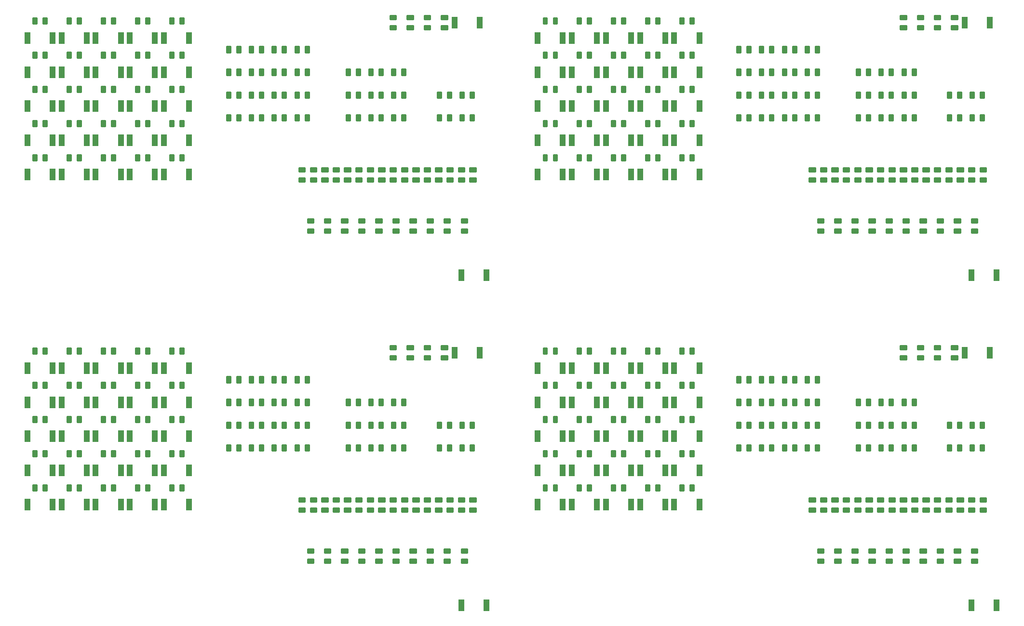
<source format=gtp>
%MOIN*%
%OFA0B0*%
%FSLAX34Y34*%
%IPPOS*%
%LPD*%
%AMOC8*
5,1,8,0,0,$1,22.5*%
%AMOC80*
5,1,8,0,0,$1,22.5*%
%AMOC81*
5,1,8,0,0,$1,22.5*%
%AMOC80*
5,1,8,0,0,$1,22.5*%
%AMOC81*
5,1,8,0,0,$1,22.5*%
%AMOC80*
5,1,8,0,0,$1,22.5*%
%ADD10C,0.00875*%
%ADD11R,0.041338582677165357X0.07874015748031496*%
%ADD22C,0.00875*%
%ADD23R,0.041338582677165357X0.07874015748031496*%
%ADD24C,0.00875*%
%ADD25R,0.041338582677165357X0.07874015748031496*%
%ADD26C,0.00875*%
%ADD27R,0.041338582677165357X0.07874015748031496*%
G75*
G01*
D10*
X0037025Y0022628D02*
X0036762Y0022628D01*
X0036762Y0023040D01*
X0037025Y0023040D01*
X0037025Y0022628D01*
X0037025Y0022711D02*
X0036762Y0022711D01*
X0036762Y0022794D02*
X0037025Y0022794D01*
X0037025Y0022877D02*
X0036762Y0022877D01*
X0036762Y0022960D02*
X0037025Y0022960D01*
X0037462Y0022628D02*
X0037725Y0022628D01*
X0037462Y0022628D02*
X0037462Y0023040D01*
X0037725Y0023040D01*
X0037725Y0022628D01*
X0037725Y0022711D02*
X0037462Y0022711D01*
X0037462Y0022794D02*
X0037725Y0022794D01*
X0037725Y0022877D02*
X0037462Y0022877D01*
X0037462Y0022960D02*
X0037725Y0022960D01*
D11*
X0036376Y0021653D03*
X0038111Y0021653D03*
X0036376Y0019291D03*
X0038111Y0019291D03*
X0036376Y0016929D03*
X0038111Y0016929D03*
X0036376Y0014566D03*
X0038111Y0014566D03*
X0036376Y0012204D03*
X0038111Y0012204D03*
X0038739Y0021653D03*
X0040473Y0021653D03*
X0038739Y0019291D03*
X0040473Y0019291D03*
X0038739Y0016929D03*
X0040473Y0016929D03*
X0038739Y0014566D03*
X0040473Y0014566D03*
X0038739Y0012204D03*
X0040473Y0012204D03*
X0041101Y0021653D03*
X0042835Y0021653D03*
X0041101Y0019291D03*
X0042835Y0019291D03*
X0041101Y0016929D03*
X0042835Y0016929D03*
X0041101Y0014566D03*
X0042835Y0014566D03*
X0041101Y0012204D03*
X0042835Y0012204D03*
X0043463Y0021653D03*
X0045197Y0021653D03*
X0043463Y0019291D03*
X0045197Y0019291D03*
X0043463Y0016929D03*
X0045197Y0016929D03*
X0043463Y0014566D03*
X0045197Y0014566D03*
X0043463Y0012204D03*
X0045197Y0012204D03*
X0045825Y0021653D03*
X0047560Y0021653D03*
X0045825Y0019291D03*
X0047560Y0019291D03*
X0045825Y0016929D03*
X0047560Y0016929D03*
X0045825Y0014566D03*
X0047560Y0014566D03*
X0045825Y0012204D03*
X0047560Y0012204D03*
D10*
X0037025Y0020266D02*
X0036762Y0020266D01*
X0036762Y0020678D01*
X0037025Y0020678D01*
X0037025Y0020266D01*
X0037025Y0020349D02*
X0036762Y0020349D01*
X0036762Y0020432D02*
X0037025Y0020432D01*
X0037025Y0020515D02*
X0036762Y0020515D01*
X0036762Y0020598D02*
X0037025Y0020598D01*
X0037462Y0020266D02*
X0037725Y0020266D01*
X0037462Y0020266D02*
X0037462Y0020678D01*
X0037725Y0020678D01*
X0037725Y0020266D01*
X0037725Y0020349D02*
X0037462Y0020349D01*
X0037462Y0020432D02*
X0037725Y0020432D01*
X0037725Y0020515D02*
X0037462Y0020515D01*
X0037462Y0020598D02*
X0037725Y0020598D01*
X0037025Y0017903D02*
X0036762Y0017903D01*
X0036762Y0018316D01*
X0037025Y0018316D01*
X0037025Y0017903D01*
X0037025Y0017987D02*
X0036762Y0017987D01*
X0036762Y0018070D02*
X0037025Y0018070D01*
X0037025Y0018153D02*
X0036762Y0018153D01*
X0036762Y0018236D02*
X0037025Y0018236D01*
X0037462Y0017903D02*
X0037725Y0017903D01*
X0037462Y0017903D02*
X0037462Y0018316D01*
X0037725Y0018316D01*
X0037725Y0017903D01*
X0037725Y0017987D02*
X0037462Y0017987D01*
X0037462Y0018070D02*
X0037725Y0018070D01*
X0037725Y0018153D02*
X0037462Y0018153D01*
X0037462Y0018236D02*
X0037725Y0018236D01*
X0037025Y0015541D02*
X0036762Y0015541D01*
X0036762Y0015954D01*
X0037025Y0015954D01*
X0037025Y0015541D01*
X0037025Y0015624D02*
X0036762Y0015624D01*
X0036762Y0015708D02*
X0037025Y0015708D01*
X0037025Y0015791D02*
X0036762Y0015791D01*
X0036762Y0015874D02*
X0037025Y0015874D01*
X0037462Y0015541D02*
X0037725Y0015541D01*
X0037462Y0015541D02*
X0037462Y0015954D01*
X0037725Y0015954D01*
X0037725Y0015541D01*
X0037725Y0015624D02*
X0037462Y0015624D01*
X0037462Y0015708D02*
X0037725Y0015708D01*
X0037725Y0015791D02*
X0037462Y0015791D01*
X0037462Y0015874D02*
X0037725Y0015874D01*
X0037025Y0013179D02*
X0036762Y0013179D01*
X0036762Y0013592D01*
X0037025Y0013592D01*
X0037025Y0013179D01*
X0037025Y0013262D02*
X0036762Y0013262D01*
X0036762Y0013345D02*
X0037025Y0013345D01*
X0037025Y0013429D02*
X0036762Y0013429D01*
X0036762Y0013512D02*
X0037025Y0013512D01*
X0037462Y0013179D02*
X0037725Y0013179D01*
X0037462Y0013179D02*
X0037462Y0013592D01*
X0037725Y0013592D01*
X0037725Y0013179D01*
X0037725Y0013262D02*
X0037462Y0013262D01*
X0037462Y0013345D02*
X0037725Y0013345D01*
X0037725Y0013429D02*
X0037462Y0013429D01*
X0037462Y0013512D02*
X0037725Y0013512D01*
X0039125Y0022628D02*
X0039387Y0022628D01*
X0039125Y0022628D02*
X0039125Y0023040D01*
X0039387Y0023040D01*
X0039387Y0022628D01*
X0039387Y0022711D02*
X0039125Y0022711D01*
X0039125Y0022794D02*
X0039387Y0022794D01*
X0039387Y0022877D02*
X0039125Y0022877D01*
X0039125Y0022960D02*
X0039387Y0022960D01*
X0039825Y0022628D02*
X0040087Y0022628D01*
X0039825Y0022628D02*
X0039825Y0023040D01*
X0040087Y0023040D01*
X0040087Y0022628D01*
X0040087Y0022711D02*
X0039825Y0022711D01*
X0039825Y0022794D02*
X0040087Y0022794D01*
X0040087Y0022877D02*
X0039825Y0022877D01*
X0039825Y0022960D02*
X0040087Y0022960D01*
X0039387Y0020266D02*
X0039125Y0020266D01*
X0039125Y0020678D01*
X0039387Y0020678D01*
X0039387Y0020266D01*
X0039387Y0020349D02*
X0039125Y0020349D01*
X0039125Y0020432D02*
X0039387Y0020432D01*
X0039387Y0020515D02*
X0039125Y0020515D01*
X0039125Y0020598D02*
X0039387Y0020598D01*
X0039825Y0020266D02*
X0040087Y0020266D01*
X0039825Y0020266D02*
X0039825Y0020678D01*
X0040087Y0020678D01*
X0040087Y0020266D01*
X0040087Y0020349D02*
X0039825Y0020349D01*
X0039825Y0020432D02*
X0040087Y0020432D01*
X0040087Y0020515D02*
X0039825Y0020515D01*
X0039825Y0020598D02*
X0040087Y0020598D01*
X0039387Y0017903D02*
X0039125Y0017903D01*
X0039125Y0018316D01*
X0039387Y0018316D01*
X0039387Y0017903D01*
X0039387Y0017987D02*
X0039125Y0017987D01*
X0039125Y0018070D02*
X0039387Y0018070D01*
X0039387Y0018153D02*
X0039125Y0018153D01*
X0039125Y0018236D02*
X0039387Y0018236D01*
X0039825Y0017903D02*
X0040087Y0017903D01*
X0039825Y0017903D02*
X0039825Y0018316D01*
X0040087Y0018316D01*
X0040087Y0017903D01*
X0040087Y0017987D02*
X0039825Y0017987D01*
X0039825Y0018070D02*
X0040087Y0018070D01*
X0040087Y0018153D02*
X0039825Y0018153D01*
X0039825Y0018236D02*
X0040087Y0018236D01*
X0039387Y0015541D02*
X0039125Y0015541D01*
X0039125Y0015954D01*
X0039387Y0015954D01*
X0039387Y0015541D01*
X0039387Y0015624D02*
X0039125Y0015624D01*
X0039125Y0015708D02*
X0039387Y0015708D01*
X0039387Y0015791D02*
X0039125Y0015791D01*
X0039125Y0015874D02*
X0039387Y0015874D01*
X0039825Y0015541D02*
X0040087Y0015541D01*
X0039825Y0015541D02*
X0039825Y0015954D01*
X0040087Y0015954D01*
X0040087Y0015541D01*
X0040087Y0015624D02*
X0039825Y0015624D01*
X0039825Y0015708D02*
X0040087Y0015708D01*
X0040087Y0015791D02*
X0039825Y0015791D01*
X0039825Y0015874D02*
X0040087Y0015874D01*
X0039387Y0013179D02*
X0039125Y0013179D01*
X0039125Y0013592D01*
X0039387Y0013592D01*
X0039387Y0013179D01*
X0039387Y0013262D02*
X0039125Y0013262D01*
X0039125Y0013345D02*
X0039387Y0013345D01*
X0039387Y0013429D02*
X0039125Y0013429D01*
X0039125Y0013512D02*
X0039387Y0013512D01*
X0039825Y0013179D02*
X0040087Y0013179D01*
X0039825Y0013179D02*
X0039825Y0013592D01*
X0040087Y0013592D01*
X0040087Y0013179D01*
X0040087Y0013262D02*
X0039825Y0013262D01*
X0039825Y0013345D02*
X0040087Y0013345D01*
X0040087Y0013429D02*
X0039825Y0013429D01*
X0039825Y0013512D02*
X0040087Y0013512D01*
X0041487Y0022628D02*
X0041749Y0022628D01*
X0041487Y0022628D02*
X0041487Y0023040D01*
X0041749Y0023040D01*
X0041749Y0022628D01*
X0041749Y0022711D02*
X0041487Y0022711D01*
X0041487Y0022794D02*
X0041749Y0022794D01*
X0041749Y0022877D02*
X0041487Y0022877D01*
X0041487Y0022960D02*
X0041749Y0022960D01*
X0042187Y0022628D02*
X0042449Y0022628D01*
X0042187Y0022628D02*
X0042187Y0023040D01*
X0042449Y0023040D01*
X0042449Y0022628D01*
X0042449Y0022711D02*
X0042187Y0022711D01*
X0042187Y0022794D02*
X0042449Y0022794D01*
X0042449Y0022877D02*
X0042187Y0022877D01*
X0042187Y0022960D02*
X0042449Y0022960D01*
X0041749Y0020266D02*
X0041487Y0020266D01*
X0041487Y0020678D01*
X0041749Y0020678D01*
X0041749Y0020266D01*
X0041749Y0020349D02*
X0041487Y0020349D01*
X0041487Y0020432D02*
X0041749Y0020432D01*
X0041749Y0020515D02*
X0041487Y0020515D01*
X0041487Y0020598D02*
X0041749Y0020598D01*
X0042187Y0020266D02*
X0042449Y0020266D01*
X0042187Y0020266D02*
X0042187Y0020678D01*
X0042449Y0020678D01*
X0042449Y0020266D01*
X0042449Y0020349D02*
X0042187Y0020349D01*
X0042187Y0020432D02*
X0042449Y0020432D01*
X0042449Y0020515D02*
X0042187Y0020515D01*
X0042187Y0020598D02*
X0042449Y0020598D01*
X0041749Y0017903D02*
X0041487Y0017903D01*
X0041487Y0018316D01*
X0041749Y0018316D01*
X0041749Y0017903D01*
X0041749Y0017987D02*
X0041487Y0017987D01*
X0041487Y0018070D02*
X0041749Y0018070D01*
X0041749Y0018153D02*
X0041487Y0018153D01*
X0041487Y0018236D02*
X0041749Y0018236D01*
X0042187Y0017903D02*
X0042449Y0017903D01*
X0042187Y0017903D02*
X0042187Y0018316D01*
X0042449Y0018316D01*
X0042449Y0017903D01*
X0042449Y0017987D02*
X0042187Y0017987D01*
X0042187Y0018070D02*
X0042449Y0018070D01*
X0042449Y0018153D02*
X0042187Y0018153D01*
X0042187Y0018236D02*
X0042449Y0018236D01*
X0041749Y0015541D02*
X0041487Y0015541D01*
X0041487Y0015954D01*
X0041749Y0015954D01*
X0041749Y0015541D01*
X0041749Y0015624D02*
X0041487Y0015624D01*
X0041487Y0015708D02*
X0041749Y0015708D01*
X0041749Y0015791D02*
X0041487Y0015791D01*
X0041487Y0015874D02*
X0041749Y0015874D01*
X0042187Y0015541D02*
X0042449Y0015541D01*
X0042187Y0015541D02*
X0042187Y0015954D01*
X0042449Y0015954D01*
X0042449Y0015541D01*
X0042449Y0015624D02*
X0042187Y0015624D01*
X0042187Y0015708D02*
X0042449Y0015708D01*
X0042449Y0015791D02*
X0042187Y0015791D01*
X0042187Y0015874D02*
X0042449Y0015874D01*
X0041749Y0013179D02*
X0041487Y0013179D01*
X0041487Y0013592D01*
X0041749Y0013592D01*
X0041749Y0013179D01*
X0041749Y0013262D02*
X0041487Y0013262D01*
X0041487Y0013345D02*
X0041749Y0013345D01*
X0041749Y0013429D02*
X0041487Y0013429D01*
X0041487Y0013512D02*
X0041749Y0013512D01*
X0042187Y0013179D02*
X0042449Y0013179D01*
X0042187Y0013179D02*
X0042187Y0013592D01*
X0042449Y0013592D01*
X0042449Y0013179D01*
X0042449Y0013262D02*
X0042187Y0013262D01*
X0042187Y0013345D02*
X0042449Y0013345D01*
X0042449Y0013429D02*
X0042187Y0013429D01*
X0042187Y0013512D02*
X0042449Y0013512D01*
X0043849Y0022628D02*
X0044111Y0022628D01*
X0043849Y0022628D02*
X0043849Y0023040D01*
X0044111Y0023040D01*
X0044111Y0022628D01*
X0044111Y0022711D02*
X0043849Y0022711D01*
X0043849Y0022794D02*
X0044111Y0022794D01*
X0044111Y0022877D02*
X0043849Y0022877D01*
X0043849Y0022960D02*
X0044111Y0022960D01*
X0044549Y0022628D02*
X0044811Y0022628D01*
X0044549Y0022628D02*
X0044549Y0023040D01*
X0044811Y0023040D01*
X0044811Y0022628D01*
X0044811Y0022711D02*
X0044549Y0022711D01*
X0044549Y0022794D02*
X0044811Y0022794D01*
X0044811Y0022877D02*
X0044549Y0022877D01*
X0044549Y0022960D02*
X0044811Y0022960D01*
X0044111Y0020266D02*
X0043849Y0020266D01*
X0043849Y0020678D01*
X0044111Y0020678D01*
X0044111Y0020266D01*
X0044111Y0020349D02*
X0043849Y0020349D01*
X0043849Y0020432D02*
X0044111Y0020432D01*
X0044111Y0020515D02*
X0043849Y0020515D01*
X0043849Y0020598D02*
X0044111Y0020598D01*
X0044549Y0020266D02*
X0044811Y0020266D01*
X0044549Y0020266D02*
X0044549Y0020678D01*
X0044811Y0020678D01*
X0044811Y0020266D01*
X0044811Y0020349D02*
X0044549Y0020349D01*
X0044549Y0020432D02*
X0044811Y0020432D01*
X0044811Y0020515D02*
X0044549Y0020515D01*
X0044549Y0020598D02*
X0044811Y0020598D01*
X0044111Y0017903D02*
X0043849Y0017903D01*
X0043849Y0018316D01*
X0044111Y0018316D01*
X0044111Y0017903D01*
X0044111Y0017987D02*
X0043849Y0017987D01*
X0043849Y0018070D02*
X0044111Y0018070D01*
X0044111Y0018153D02*
X0043849Y0018153D01*
X0043849Y0018236D02*
X0044111Y0018236D01*
X0044549Y0017903D02*
X0044811Y0017903D01*
X0044549Y0017903D02*
X0044549Y0018316D01*
X0044811Y0018316D01*
X0044811Y0017903D01*
X0044811Y0017987D02*
X0044549Y0017987D01*
X0044549Y0018070D02*
X0044811Y0018070D01*
X0044811Y0018153D02*
X0044549Y0018153D01*
X0044549Y0018236D02*
X0044811Y0018236D01*
X0044111Y0015541D02*
X0043849Y0015541D01*
X0043849Y0015954D01*
X0044111Y0015954D01*
X0044111Y0015541D01*
X0044111Y0015624D02*
X0043849Y0015624D01*
X0043849Y0015708D02*
X0044111Y0015708D01*
X0044111Y0015791D02*
X0043849Y0015791D01*
X0043849Y0015874D02*
X0044111Y0015874D01*
X0044549Y0015541D02*
X0044811Y0015541D01*
X0044549Y0015541D02*
X0044549Y0015954D01*
X0044811Y0015954D01*
X0044811Y0015541D01*
X0044811Y0015624D02*
X0044549Y0015624D01*
X0044549Y0015708D02*
X0044811Y0015708D01*
X0044811Y0015791D02*
X0044549Y0015791D01*
X0044549Y0015874D02*
X0044811Y0015874D01*
X0044111Y0013179D02*
X0043849Y0013179D01*
X0043849Y0013592D01*
X0044111Y0013592D01*
X0044111Y0013179D01*
X0044111Y0013262D02*
X0043849Y0013262D01*
X0043849Y0013345D02*
X0044111Y0013345D01*
X0044111Y0013429D02*
X0043849Y0013429D01*
X0043849Y0013512D02*
X0044111Y0013512D01*
X0044549Y0013179D02*
X0044811Y0013179D01*
X0044549Y0013179D02*
X0044549Y0013592D01*
X0044811Y0013592D01*
X0044811Y0013179D01*
X0044811Y0013262D02*
X0044549Y0013262D01*
X0044549Y0013345D02*
X0044811Y0013345D01*
X0044811Y0013429D02*
X0044549Y0013429D01*
X0044549Y0013512D02*
X0044811Y0013512D01*
X0046211Y0022628D02*
X0046474Y0022628D01*
X0046211Y0022628D02*
X0046211Y0023040D01*
X0046474Y0023040D01*
X0046474Y0022628D01*
X0046474Y0022711D02*
X0046211Y0022711D01*
X0046211Y0022794D02*
X0046474Y0022794D01*
X0046474Y0022877D02*
X0046211Y0022877D01*
X0046211Y0022960D02*
X0046474Y0022960D01*
X0046911Y0022628D02*
X0047174Y0022628D01*
X0046911Y0022628D02*
X0046911Y0023040D01*
X0047174Y0023040D01*
X0047174Y0022628D01*
X0047174Y0022711D02*
X0046911Y0022711D01*
X0046911Y0022794D02*
X0047174Y0022794D01*
X0047174Y0022877D02*
X0046911Y0022877D01*
X0046911Y0022960D02*
X0047174Y0022960D01*
X0046474Y0020266D02*
X0046211Y0020266D01*
X0046211Y0020678D01*
X0046474Y0020678D01*
X0046474Y0020266D01*
X0046474Y0020349D02*
X0046211Y0020349D01*
X0046211Y0020432D02*
X0046474Y0020432D01*
X0046474Y0020515D02*
X0046211Y0020515D01*
X0046211Y0020598D02*
X0046474Y0020598D01*
X0046911Y0020266D02*
X0047174Y0020266D01*
X0046911Y0020266D02*
X0046911Y0020678D01*
X0047174Y0020678D01*
X0047174Y0020266D01*
X0047174Y0020349D02*
X0046911Y0020349D01*
X0046911Y0020432D02*
X0047174Y0020432D01*
X0047174Y0020515D02*
X0046911Y0020515D01*
X0046911Y0020598D02*
X0047174Y0020598D01*
X0046474Y0017903D02*
X0046211Y0017903D01*
X0046211Y0018316D01*
X0046474Y0018316D01*
X0046474Y0017903D01*
X0046474Y0017987D02*
X0046211Y0017987D01*
X0046211Y0018070D02*
X0046474Y0018070D01*
X0046474Y0018153D02*
X0046211Y0018153D01*
X0046211Y0018236D02*
X0046474Y0018236D01*
X0046911Y0017903D02*
X0047174Y0017903D01*
X0046911Y0017903D02*
X0046911Y0018316D01*
X0047174Y0018316D01*
X0047174Y0017903D01*
X0047174Y0017987D02*
X0046911Y0017987D01*
X0046911Y0018070D02*
X0047174Y0018070D01*
X0047174Y0018153D02*
X0046911Y0018153D01*
X0046911Y0018236D02*
X0047174Y0018236D01*
X0046474Y0015541D02*
X0046211Y0015541D01*
X0046211Y0015954D01*
X0046474Y0015954D01*
X0046474Y0015541D01*
X0046474Y0015624D02*
X0046211Y0015624D01*
X0046211Y0015708D02*
X0046474Y0015708D01*
X0046474Y0015791D02*
X0046211Y0015791D01*
X0046211Y0015874D02*
X0046474Y0015874D01*
X0046911Y0015541D02*
X0047174Y0015541D01*
X0046911Y0015541D02*
X0046911Y0015954D01*
X0047174Y0015954D01*
X0047174Y0015541D01*
X0047174Y0015624D02*
X0046911Y0015624D01*
X0046911Y0015708D02*
X0047174Y0015708D01*
X0047174Y0015791D02*
X0046911Y0015791D01*
X0046911Y0015874D02*
X0047174Y0015874D01*
X0046474Y0013179D02*
X0046211Y0013179D01*
X0046211Y0013592D01*
X0046474Y0013592D01*
X0046474Y0013179D01*
X0046474Y0013262D02*
X0046211Y0013262D01*
X0046211Y0013345D02*
X0046474Y0013345D01*
X0046474Y0013429D02*
X0046211Y0013429D01*
X0046211Y0013512D02*
X0046474Y0013512D01*
X0046911Y0013179D02*
X0047174Y0013179D01*
X0046911Y0013179D02*
X0046911Y0013592D01*
X0047174Y0013592D01*
X0047174Y0013179D01*
X0047174Y0013262D02*
X0046911Y0013262D01*
X0046911Y0013345D02*
X0047174Y0013345D01*
X0047174Y0013429D02*
X0046911Y0013429D01*
X0046911Y0013512D02*
X0047174Y0013512D01*
X0050148Y0020659D02*
X0050411Y0020659D01*
X0050148Y0020659D02*
X0050148Y0021072D01*
X0050411Y0021072D01*
X0050411Y0020659D01*
X0050411Y0020743D02*
X0050148Y0020743D01*
X0050148Y0020826D02*
X0050411Y0020826D01*
X0050411Y0020909D02*
X0050148Y0020909D01*
X0050148Y0020992D02*
X0050411Y0020992D01*
X0050848Y0020659D02*
X0051111Y0020659D01*
X0050848Y0020659D02*
X0050848Y0021072D01*
X0051111Y0021072D01*
X0051111Y0020659D01*
X0051111Y0020743D02*
X0050848Y0020743D01*
X0050848Y0020826D02*
X0051111Y0020826D01*
X0051111Y0020909D02*
X0050848Y0020909D01*
X0050848Y0020992D02*
X0051111Y0020992D01*
X0050411Y0019085D02*
X0050148Y0019085D01*
X0050148Y0019497D01*
X0050411Y0019497D01*
X0050411Y0019085D01*
X0050411Y0019168D02*
X0050148Y0019168D01*
X0050148Y0019251D02*
X0050411Y0019251D01*
X0050411Y0019334D02*
X0050148Y0019334D01*
X0050148Y0019417D02*
X0050411Y0019417D01*
X0050848Y0019085D02*
X0051111Y0019085D01*
X0050848Y0019085D02*
X0050848Y0019497D01*
X0051111Y0019497D01*
X0051111Y0019085D01*
X0051111Y0019168D02*
X0050848Y0019168D01*
X0050848Y0019251D02*
X0051111Y0019251D01*
X0051111Y0019334D02*
X0050848Y0019334D01*
X0050848Y0019417D02*
X0051111Y0019417D01*
X0050411Y0017510D02*
X0050148Y0017510D01*
X0050148Y0017922D01*
X0050411Y0017922D01*
X0050411Y0017510D01*
X0050411Y0017593D02*
X0050148Y0017593D01*
X0050148Y0017676D02*
X0050411Y0017676D01*
X0050411Y0017759D02*
X0050148Y0017759D01*
X0050148Y0017842D02*
X0050411Y0017842D01*
X0050848Y0017510D02*
X0051111Y0017510D01*
X0050848Y0017510D02*
X0050848Y0017922D01*
X0051111Y0017922D01*
X0051111Y0017510D01*
X0051111Y0017593D02*
X0050848Y0017593D01*
X0050848Y0017676D02*
X0051111Y0017676D01*
X0051111Y0017759D02*
X0050848Y0017759D01*
X0050848Y0017842D02*
X0051111Y0017842D01*
X0050411Y0015935D02*
X0050148Y0015935D01*
X0050148Y0016347D01*
X0050411Y0016347D01*
X0050411Y0015935D01*
X0050411Y0016018D02*
X0050148Y0016018D01*
X0050148Y0016101D02*
X0050411Y0016101D01*
X0050411Y0016184D02*
X0050148Y0016184D01*
X0050148Y0016268D02*
X0050411Y0016268D01*
X0050848Y0015935D02*
X0051111Y0015935D01*
X0050848Y0015935D02*
X0050848Y0016347D01*
X0051111Y0016347D01*
X0051111Y0015935D01*
X0051111Y0016018D02*
X0050848Y0016018D01*
X0050848Y0016101D02*
X0051111Y0016101D01*
X0051111Y0016184D02*
X0050848Y0016184D01*
X0050848Y0016268D02*
X0051111Y0016268D01*
X0051723Y0020659D02*
X0051985Y0020659D01*
X0051723Y0020659D02*
X0051723Y0021072D01*
X0051985Y0021072D01*
X0051985Y0020659D01*
X0051985Y0020743D02*
X0051723Y0020743D01*
X0051723Y0020826D02*
X0051985Y0020826D01*
X0051985Y0020909D02*
X0051723Y0020909D01*
X0051723Y0020992D02*
X0051985Y0020992D01*
X0052423Y0020659D02*
X0052685Y0020659D01*
X0052423Y0020659D02*
X0052423Y0021072D01*
X0052685Y0021072D01*
X0052685Y0020659D01*
X0052685Y0020743D02*
X0052423Y0020743D01*
X0052423Y0020826D02*
X0052685Y0020826D01*
X0052685Y0020909D02*
X0052423Y0020909D01*
X0052423Y0020992D02*
X0052685Y0020992D01*
X0051985Y0019085D02*
X0051723Y0019085D01*
X0051723Y0019497D01*
X0051985Y0019497D01*
X0051985Y0019085D01*
X0051985Y0019168D02*
X0051723Y0019168D01*
X0051723Y0019251D02*
X0051985Y0019251D01*
X0051985Y0019334D02*
X0051723Y0019334D01*
X0051723Y0019417D02*
X0051985Y0019417D01*
X0052423Y0019085D02*
X0052685Y0019085D01*
X0052423Y0019085D02*
X0052423Y0019497D01*
X0052685Y0019497D01*
X0052685Y0019085D01*
X0052685Y0019168D02*
X0052423Y0019168D01*
X0052423Y0019251D02*
X0052685Y0019251D01*
X0052685Y0019334D02*
X0052423Y0019334D01*
X0052423Y0019417D02*
X0052685Y0019417D01*
X0051985Y0017510D02*
X0051723Y0017510D01*
X0051723Y0017922D01*
X0051985Y0017922D01*
X0051985Y0017510D01*
X0051985Y0017593D02*
X0051723Y0017593D01*
X0051723Y0017676D02*
X0051985Y0017676D01*
X0051985Y0017759D02*
X0051723Y0017759D01*
X0051723Y0017842D02*
X0051985Y0017842D01*
X0052423Y0017510D02*
X0052685Y0017510D01*
X0052423Y0017510D02*
X0052423Y0017922D01*
X0052685Y0017922D01*
X0052685Y0017510D01*
X0052685Y0017593D02*
X0052423Y0017593D01*
X0052423Y0017676D02*
X0052685Y0017676D01*
X0052685Y0017759D02*
X0052423Y0017759D01*
X0052423Y0017842D02*
X0052685Y0017842D01*
X0051985Y0015935D02*
X0051723Y0015935D01*
X0051723Y0016347D01*
X0051985Y0016347D01*
X0051985Y0015935D01*
X0051985Y0016018D02*
X0051723Y0016018D01*
X0051723Y0016101D02*
X0051985Y0016101D01*
X0051985Y0016184D02*
X0051723Y0016184D01*
X0051723Y0016268D02*
X0051985Y0016268D01*
X0052423Y0015935D02*
X0052685Y0015935D01*
X0052423Y0015935D02*
X0052423Y0016347D01*
X0052685Y0016347D01*
X0052685Y0015935D01*
X0052685Y0016018D02*
X0052423Y0016018D01*
X0052423Y0016101D02*
X0052685Y0016101D01*
X0052685Y0016184D02*
X0052423Y0016184D01*
X0052423Y0016268D02*
X0052685Y0016268D01*
X0053298Y0020659D02*
X0053560Y0020659D01*
X0053298Y0020659D02*
X0053298Y0021072D01*
X0053560Y0021072D01*
X0053560Y0020659D01*
X0053560Y0020743D02*
X0053298Y0020743D01*
X0053298Y0020826D02*
X0053560Y0020826D01*
X0053560Y0020909D02*
X0053298Y0020909D01*
X0053298Y0020992D02*
X0053560Y0020992D01*
X0053998Y0020659D02*
X0054260Y0020659D01*
X0053998Y0020659D02*
X0053998Y0021072D01*
X0054260Y0021072D01*
X0054260Y0020659D01*
X0054260Y0020743D02*
X0053998Y0020743D01*
X0053998Y0020826D02*
X0054260Y0020826D01*
X0054260Y0020909D02*
X0053998Y0020909D01*
X0053998Y0020992D02*
X0054260Y0020992D01*
X0053560Y0019085D02*
X0053298Y0019085D01*
X0053298Y0019497D01*
X0053560Y0019497D01*
X0053560Y0019085D01*
X0053560Y0019168D02*
X0053298Y0019168D01*
X0053298Y0019251D02*
X0053560Y0019251D01*
X0053560Y0019334D02*
X0053298Y0019334D01*
X0053298Y0019417D02*
X0053560Y0019417D01*
X0053998Y0019085D02*
X0054260Y0019085D01*
X0053998Y0019085D02*
X0053998Y0019497D01*
X0054260Y0019497D01*
X0054260Y0019085D01*
X0054260Y0019168D02*
X0053998Y0019168D01*
X0053998Y0019251D02*
X0054260Y0019251D01*
X0054260Y0019334D02*
X0053998Y0019334D01*
X0053998Y0019417D02*
X0054260Y0019417D01*
X0053560Y0017510D02*
X0053298Y0017510D01*
X0053298Y0017922D01*
X0053560Y0017922D01*
X0053560Y0017510D01*
X0053560Y0017593D02*
X0053298Y0017593D01*
X0053298Y0017676D02*
X0053560Y0017676D01*
X0053560Y0017759D02*
X0053298Y0017759D01*
X0053298Y0017842D02*
X0053560Y0017842D01*
X0053998Y0017510D02*
X0054260Y0017510D01*
X0053998Y0017510D02*
X0053998Y0017922D01*
X0054260Y0017922D01*
X0054260Y0017510D01*
X0054260Y0017593D02*
X0053998Y0017593D01*
X0053998Y0017676D02*
X0054260Y0017676D01*
X0054260Y0017759D02*
X0053998Y0017759D01*
X0053998Y0017842D02*
X0054260Y0017842D01*
X0053560Y0015935D02*
X0053298Y0015935D01*
X0053298Y0016347D01*
X0053560Y0016347D01*
X0053560Y0015935D01*
X0053560Y0016018D02*
X0053298Y0016018D01*
X0053298Y0016101D02*
X0053560Y0016101D01*
X0053560Y0016184D02*
X0053298Y0016184D01*
X0053298Y0016268D02*
X0053560Y0016268D01*
X0053998Y0015935D02*
X0054260Y0015935D01*
X0053998Y0015935D02*
X0053998Y0016347D01*
X0054260Y0016347D01*
X0054260Y0015935D01*
X0054260Y0016018D02*
X0053998Y0016018D01*
X0053998Y0016101D02*
X0054260Y0016101D01*
X0054260Y0016184D02*
X0053998Y0016184D01*
X0053998Y0016268D02*
X0054260Y0016268D01*
X0054873Y0020659D02*
X0055135Y0020659D01*
X0054873Y0020659D02*
X0054873Y0021072D01*
X0055135Y0021072D01*
X0055135Y0020659D01*
X0055135Y0020743D02*
X0054873Y0020743D01*
X0054873Y0020826D02*
X0055135Y0020826D01*
X0055135Y0020909D02*
X0054873Y0020909D01*
X0054873Y0020992D02*
X0055135Y0020992D01*
X0055573Y0020659D02*
X0055835Y0020659D01*
X0055573Y0020659D02*
X0055573Y0021072D01*
X0055835Y0021072D01*
X0055835Y0020659D01*
X0055835Y0020743D02*
X0055573Y0020743D01*
X0055573Y0020826D02*
X0055835Y0020826D01*
X0055835Y0020909D02*
X0055573Y0020909D01*
X0055573Y0020992D02*
X0055835Y0020992D01*
X0055135Y0019085D02*
X0054873Y0019085D01*
X0054873Y0019497D01*
X0055135Y0019497D01*
X0055135Y0019085D01*
X0055135Y0019168D02*
X0054873Y0019168D01*
X0054873Y0019251D02*
X0055135Y0019251D01*
X0055135Y0019334D02*
X0054873Y0019334D01*
X0054873Y0019417D02*
X0055135Y0019417D01*
X0055573Y0019085D02*
X0055835Y0019085D01*
X0055573Y0019085D02*
X0055573Y0019497D01*
X0055835Y0019497D01*
X0055835Y0019085D01*
X0055835Y0019168D02*
X0055573Y0019168D01*
X0055573Y0019251D02*
X0055835Y0019251D01*
X0055835Y0019334D02*
X0055573Y0019334D01*
X0055573Y0019417D02*
X0055835Y0019417D01*
X0055135Y0017510D02*
X0054873Y0017510D01*
X0054873Y0017922D01*
X0055135Y0017922D01*
X0055135Y0017510D01*
X0055135Y0017593D02*
X0054873Y0017593D01*
X0054873Y0017676D02*
X0055135Y0017676D01*
X0055135Y0017759D02*
X0054873Y0017759D01*
X0054873Y0017842D02*
X0055135Y0017842D01*
X0055573Y0017510D02*
X0055835Y0017510D01*
X0055573Y0017510D02*
X0055573Y0017922D01*
X0055835Y0017922D01*
X0055835Y0017510D01*
X0055835Y0017593D02*
X0055573Y0017593D01*
X0055573Y0017676D02*
X0055835Y0017676D01*
X0055835Y0017759D02*
X0055573Y0017759D01*
X0055573Y0017842D02*
X0055835Y0017842D01*
X0055135Y0015935D02*
X0054873Y0015935D01*
X0054873Y0016347D01*
X0055135Y0016347D01*
X0055135Y0015935D01*
X0055135Y0016018D02*
X0054873Y0016018D01*
X0054873Y0016101D02*
X0055135Y0016101D01*
X0055135Y0016184D02*
X0054873Y0016184D01*
X0054873Y0016268D02*
X0055135Y0016268D01*
X0055573Y0015935D02*
X0055835Y0015935D01*
X0055573Y0015935D02*
X0055573Y0016347D01*
X0055835Y0016347D01*
X0055835Y0015935D01*
X0055835Y0016018D02*
X0055573Y0016018D01*
X0055573Y0016101D02*
X0055835Y0016101D01*
X0055835Y0016184D02*
X0055573Y0016184D01*
X0055573Y0016268D02*
X0055835Y0016268D01*
X0058416Y0019085D02*
X0058678Y0019085D01*
X0058416Y0019085D02*
X0058416Y0019497D01*
X0058678Y0019497D01*
X0058678Y0019085D01*
X0058678Y0019168D02*
X0058416Y0019168D01*
X0058416Y0019251D02*
X0058678Y0019251D01*
X0058678Y0019334D02*
X0058416Y0019334D01*
X0058416Y0019417D02*
X0058678Y0019417D01*
X0059116Y0019085D02*
X0059378Y0019085D01*
X0059116Y0019085D02*
X0059116Y0019497D01*
X0059378Y0019497D01*
X0059378Y0019085D01*
X0059378Y0019168D02*
X0059116Y0019168D01*
X0059116Y0019251D02*
X0059378Y0019251D01*
X0059378Y0019334D02*
X0059116Y0019334D01*
X0059116Y0019417D02*
X0059378Y0019417D01*
X0058678Y0017510D02*
X0058416Y0017510D01*
X0058416Y0017922D01*
X0058678Y0017922D01*
X0058678Y0017510D01*
X0058678Y0017593D02*
X0058416Y0017593D01*
X0058416Y0017676D02*
X0058678Y0017676D01*
X0058678Y0017759D02*
X0058416Y0017759D01*
X0058416Y0017842D02*
X0058678Y0017842D01*
X0059116Y0017510D02*
X0059378Y0017510D01*
X0059116Y0017510D02*
X0059116Y0017922D01*
X0059378Y0017922D01*
X0059378Y0017510D01*
X0059378Y0017593D02*
X0059116Y0017593D01*
X0059116Y0017676D02*
X0059378Y0017676D01*
X0059378Y0017759D02*
X0059116Y0017759D01*
X0059116Y0017842D02*
X0059378Y0017842D01*
X0058678Y0015935D02*
X0058416Y0015935D01*
X0058416Y0016347D01*
X0058678Y0016347D01*
X0058678Y0015935D01*
X0058678Y0016018D02*
X0058416Y0016018D01*
X0058416Y0016101D02*
X0058678Y0016101D01*
X0058678Y0016184D02*
X0058416Y0016184D01*
X0058416Y0016268D02*
X0058678Y0016268D01*
X0059116Y0015935D02*
X0059378Y0015935D01*
X0059116Y0015935D02*
X0059116Y0016347D01*
X0059378Y0016347D01*
X0059378Y0015935D01*
X0059378Y0016018D02*
X0059116Y0016018D01*
X0059116Y0016101D02*
X0059378Y0016101D01*
X0059378Y0016184D02*
X0059116Y0016184D01*
X0059116Y0016268D02*
X0059378Y0016268D01*
X0059991Y0019085D02*
X0060253Y0019085D01*
X0059991Y0019085D02*
X0059991Y0019497D01*
X0060253Y0019497D01*
X0060253Y0019085D01*
X0060253Y0019168D02*
X0059991Y0019168D01*
X0059991Y0019251D02*
X0060253Y0019251D01*
X0060253Y0019334D02*
X0059991Y0019334D01*
X0059991Y0019417D02*
X0060253Y0019417D01*
X0060691Y0019085D02*
X0060953Y0019085D01*
X0060691Y0019085D02*
X0060691Y0019497D01*
X0060953Y0019497D01*
X0060953Y0019085D01*
X0060953Y0019168D02*
X0060691Y0019168D01*
X0060691Y0019251D02*
X0060953Y0019251D01*
X0060953Y0019334D02*
X0060691Y0019334D01*
X0060691Y0019417D02*
X0060953Y0019417D01*
X0060253Y0017510D02*
X0059991Y0017510D01*
X0059991Y0017922D01*
X0060253Y0017922D01*
X0060253Y0017510D01*
X0060253Y0017593D02*
X0059991Y0017593D01*
X0059991Y0017676D02*
X0060253Y0017676D01*
X0060253Y0017759D02*
X0059991Y0017759D01*
X0059991Y0017842D02*
X0060253Y0017842D01*
X0060691Y0017510D02*
X0060953Y0017510D01*
X0060691Y0017510D02*
X0060691Y0017922D01*
X0060953Y0017922D01*
X0060953Y0017510D01*
X0060953Y0017593D02*
X0060691Y0017593D01*
X0060691Y0017676D02*
X0060953Y0017676D01*
X0060953Y0017759D02*
X0060691Y0017759D01*
X0060691Y0017842D02*
X0060953Y0017842D01*
X0060253Y0015935D02*
X0059991Y0015935D01*
X0059991Y0016347D01*
X0060253Y0016347D01*
X0060253Y0015935D01*
X0060253Y0016018D02*
X0059991Y0016018D01*
X0059991Y0016101D02*
X0060253Y0016101D01*
X0060253Y0016184D02*
X0059991Y0016184D01*
X0059991Y0016268D02*
X0060253Y0016268D01*
X0060691Y0015935D02*
X0060953Y0015935D01*
X0060691Y0015935D02*
X0060691Y0016347D01*
X0060953Y0016347D01*
X0060953Y0015935D01*
X0060953Y0016018D02*
X0060691Y0016018D01*
X0060691Y0016101D02*
X0060953Y0016101D01*
X0060953Y0016184D02*
X0060691Y0016184D01*
X0060691Y0016268D02*
X0060953Y0016268D01*
X0061565Y0019085D02*
X0061828Y0019085D01*
X0061565Y0019085D02*
X0061565Y0019497D01*
X0061828Y0019497D01*
X0061828Y0019085D01*
X0061828Y0019168D02*
X0061565Y0019168D01*
X0061565Y0019251D02*
X0061828Y0019251D01*
X0061828Y0019334D02*
X0061565Y0019334D01*
X0061565Y0019417D02*
X0061828Y0019417D01*
X0062265Y0019085D02*
X0062528Y0019085D01*
X0062265Y0019085D02*
X0062265Y0019497D01*
X0062528Y0019497D01*
X0062528Y0019085D01*
X0062528Y0019168D02*
X0062265Y0019168D01*
X0062265Y0019251D02*
X0062528Y0019251D01*
X0062528Y0019334D02*
X0062265Y0019334D01*
X0062265Y0019417D02*
X0062528Y0019417D01*
X0061828Y0017510D02*
X0061565Y0017510D01*
X0061565Y0017922D01*
X0061828Y0017922D01*
X0061828Y0017510D01*
X0061828Y0017593D02*
X0061565Y0017593D01*
X0061565Y0017676D02*
X0061828Y0017676D01*
X0061828Y0017759D02*
X0061565Y0017759D01*
X0061565Y0017842D02*
X0061828Y0017842D01*
X0062265Y0017510D02*
X0062528Y0017510D01*
X0062265Y0017510D02*
X0062265Y0017922D01*
X0062528Y0017922D01*
X0062528Y0017510D01*
X0062528Y0017593D02*
X0062265Y0017593D01*
X0062265Y0017676D02*
X0062528Y0017676D01*
X0062528Y0017759D02*
X0062265Y0017759D01*
X0062265Y0017842D02*
X0062528Y0017842D01*
X0061828Y0015935D02*
X0061565Y0015935D01*
X0061565Y0016347D01*
X0061828Y0016347D01*
X0061828Y0015935D01*
X0061828Y0016018D02*
X0061565Y0016018D01*
X0061565Y0016101D02*
X0061828Y0016101D01*
X0061828Y0016184D02*
X0061565Y0016184D01*
X0061565Y0016268D02*
X0061828Y0016268D01*
X0062265Y0015935D02*
X0062528Y0015935D01*
X0062265Y0015935D02*
X0062265Y0016347D01*
X0062528Y0016347D01*
X0062528Y0015935D01*
X0062528Y0016018D02*
X0062265Y0016018D01*
X0062265Y0016101D02*
X0062528Y0016101D01*
X0062528Y0016184D02*
X0062265Y0016184D01*
X0062265Y0016268D02*
X0062528Y0016268D01*
X0064715Y0017510D02*
X0064978Y0017510D01*
X0064715Y0017510D02*
X0064715Y0017922D01*
X0064978Y0017922D01*
X0064978Y0017510D01*
X0064978Y0017593D02*
X0064715Y0017593D01*
X0064715Y0017676D02*
X0064978Y0017676D01*
X0064978Y0017759D02*
X0064715Y0017759D01*
X0064715Y0017842D02*
X0064978Y0017842D01*
X0065415Y0017510D02*
X0065678Y0017510D01*
X0065415Y0017510D02*
X0065415Y0017922D01*
X0065678Y0017922D01*
X0065678Y0017510D01*
X0065678Y0017593D02*
X0065415Y0017593D01*
X0065415Y0017676D02*
X0065678Y0017676D01*
X0065678Y0017759D02*
X0065415Y0017759D01*
X0065415Y0017842D02*
X0065678Y0017842D01*
X0064978Y0015935D02*
X0064715Y0015935D01*
X0064715Y0016347D01*
X0064978Y0016347D01*
X0064978Y0015935D01*
X0064978Y0016018D02*
X0064715Y0016018D01*
X0064715Y0016101D02*
X0064978Y0016101D01*
X0064978Y0016184D02*
X0064715Y0016184D01*
X0064715Y0016268D02*
X0064978Y0016268D01*
X0065415Y0015935D02*
X0065678Y0015935D01*
X0065415Y0015935D02*
X0065415Y0016347D01*
X0065678Y0016347D01*
X0065678Y0015935D01*
X0065678Y0016018D02*
X0065415Y0016018D01*
X0065415Y0016101D02*
X0065678Y0016101D01*
X0065678Y0016184D02*
X0065415Y0016184D01*
X0065415Y0016268D02*
X0065678Y0016268D01*
X0066290Y0017510D02*
X0066552Y0017510D01*
X0066290Y0017510D02*
X0066290Y0017922D01*
X0066552Y0017922D01*
X0066552Y0017510D01*
X0066552Y0017593D02*
X0066290Y0017593D01*
X0066290Y0017676D02*
X0066552Y0017676D01*
X0066552Y0017759D02*
X0066290Y0017759D01*
X0066290Y0017842D02*
X0066552Y0017842D01*
X0066990Y0017510D02*
X0067252Y0017510D01*
X0066990Y0017510D02*
X0066990Y0017922D01*
X0067252Y0017922D01*
X0067252Y0017510D01*
X0067252Y0017593D02*
X0066990Y0017593D01*
X0066990Y0017676D02*
X0067252Y0017676D01*
X0067252Y0017759D02*
X0066990Y0017759D01*
X0066990Y0017842D02*
X0067252Y0017842D01*
X0066552Y0015935D02*
X0066290Y0015935D01*
X0066290Y0016347D01*
X0066552Y0016347D01*
X0066552Y0015935D01*
X0066552Y0016018D02*
X0066290Y0016018D01*
X0066290Y0016101D02*
X0066552Y0016101D01*
X0066552Y0016184D02*
X0066290Y0016184D01*
X0066290Y0016268D02*
X0066552Y0016268D01*
X0066990Y0015935D02*
X0067252Y0015935D01*
X0066990Y0015935D02*
X0066990Y0016347D01*
X0067252Y0016347D01*
X0067252Y0015935D01*
X0067252Y0016018D02*
X0066990Y0016018D01*
X0066990Y0016101D02*
X0067252Y0016101D01*
X0067252Y0016184D02*
X0066990Y0016184D01*
X0066990Y0016268D02*
X0067252Y0016268D01*
X0060284Y0011985D02*
X0060284Y0011723D01*
X0059872Y0011723D01*
X0059872Y0011985D01*
X0060284Y0011985D01*
X0060284Y0011806D02*
X0059872Y0011806D01*
X0059872Y0011889D02*
X0060284Y0011889D01*
X0060284Y0011972D02*
X0059872Y0011972D01*
X0060284Y0012423D02*
X0060284Y0012685D01*
X0060284Y0012423D02*
X0059872Y0012423D01*
X0059872Y0012685D01*
X0060284Y0012685D01*
X0060284Y0012506D02*
X0059872Y0012506D01*
X0059872Y0012589D02*
X0060284Y0012589D01*
X0060284Y0012672D02*
X0059872Y0012672D01*
X0061072Y0011985D02*
X0061072Y0011723D01*
X0060659Y0011723D01*
X0060659Y0011985D01*
X0061072Y0011985D01*
X0061072Y0011806D02*
X0060659Y0011806D01*
X0060659Y0011889D02*
X0061072Y0011889D01*
X0061072Y0011972D02*
X0060659Y0011972D01*
X0061072Y0012423D02*
X0061072Y0012685D01*
X0061072Y0012423D02*
X0060659Y0012423D01*
X0060659Y0012685D01*
X0061072Y0012685D01*
X0061072Y0012506D02*
X0060659Y0012506D01*
X0060659Y0012589D02*
X0061072Y0012589D01*
X0061072Y0012672D02*
X0060659Y0012672D01*
X0061859Y0011985D02*
X0061859Y0011723D01*
X0061447Y0011723D01*
X0061447Y0011985D01*
X0061859Y0011985D01*
X0061859Y0011806D02*
X0061447Y0011806D01*
X0061447Y0011889D02*
X0061859Y0011889D01*
X0061859Y0011972D02*
X0061447Y0011972D01*
X0061859Y0012423D02*
X0061859Y0012685D01*
X0061859Y0012423D02*
X0061447Y0012423D01*
X0061447Y0012685D01*
X0061859Y0012685D01*
X0061859Y0012506D02*
X0061447Y0012506D01*
X0061447Y0012589D02*
X0061859Y0012589D01*
X0061859Y0012672D02*
X0061447Y0012672D01*
X0062647Y0011985D02*
X0062647Y0011723D01*
X0062234Y0011723D01*
X0062234Y0011985D01*
X0062647Y0011985D01*
X0062647Y0011806D02*
X0062234Y0011806D01*
X0062234Y0011889D02*
X0062647Y0011889D01*
X0062647Y0011972D02*
X0062234Y0011972D01*
X0062647Y0012423D02*
X0062647Y0012685D01*
X0062647Y0012423D02*
X0062234Y0012423D01*
X0062234Y0012685D01*
X0062647Y0012685D01*
X0062647Y0012506D02*
X0062234Y0012506D01*
X0062234Y0012589D02*
X0062647Y0012589D01*
X0062647Y0012672D02*
X0062234Y0012672D01*
X0063434Y0011985D02*
X0063434Y0011723D01*
X0063022Y0011723D01*
X0063022Y0011985D01*
X0063434Y0011985D01*
X0063434Y0011806D02*
X0063022Y0011806D01*
X0063022Y0011889D02*
X0063434Y0011889D01*
X0063434Y0011972D02*
X0063022Y0011972D01*
X0063434Y0012423D02*
X0063434Y0012685D01*
X0063434Y0012423D02*
X0063022Y0012423D01*
X0063022Y0012685D01*
X0063434Y0012685D01*
X0063434Y0012506D02*
X0063022Y0012506D01*
X0063022Y0012589D02*
X0063434Y0012589D01*
X0063434Y0012672D02*
X0063022Y0012672D01*
X0064221Y0011985D02*
X0064221Y0011723D01*
X0063809Y0011723D01*
X0063809Y0011985D01*
X0064221Y0011985D01*
X0064221Y0011806D02*
X0063809Y0011806D01*
X0063809Y0011889D02*
X0064221Y0011889D01*
X0064221Y0011972D02*
X0063809Y0011972D01*
X0064221Y0012423D02*
X0064221Y0012685D01*
X0064221Y0012423D02*
X0063809Y0012423D01*
X0063809Y0012685D01*
X0064221Y0012685D01*
X0064221Y0012506D02*
X0063809Y0012506D01*
X0063809Y0012589D02*
X0064221Y0012589D01*
X0064221Y0012672D02*
X0063809Y0012672D01*
X0065009Y0011985D02*
X0065009Y0011723D01*
X0064596Y0011723D01*
X0064596Y0011985D01*
X0065009Y0011985D01*
X0065009Y0011806D02*
X0064596Y0011806D01*
X0064596Y0011889D02*
X0065009Y0011889D01*
X0065009Y0011972D02*
X0064596Y0011972D01*
X0065009Y0012423D02*
X0065009Y0012685D01*
X0065009Y0012423D02*
X0064596Y0012423D01*
X0064596Y0012685D01*
X0065009Y0012685D01*
X0065009Y0012506D02*
X0064596Y0012506D01*
X0064596Y0012589D02*
X0065009Y0012589D01*
X0065009Y0012672D02*
X0064596Y0012672D01*
X0065796Y0011985D02*
X0065796Y0011723D01*
X0065384Y0011723D01*
X0065384Y0011985D01*
X0065796Y0011985D01*
X0065796Y0011806D02*
X0065384Y0011806D01*
X0065384Y0011889D02*
X0065796Y0011889D01*
X0065796Y0011972D02*
X0065384Y0011972D01*
X0065796Y0012423D02*
X0065796Y0012685D01*
X0065796Y0012423D02*
X0065384Y0012423D01*
X0065384Y0012685D01*
X0065796Y0012685D01*
X0065796Y0012506D02*
X0065384Y0012506D01*
X0065384Y0012589D02*
X0065796Y0012589D01*
X0065796Y0012672D02*
X0065384Y0012672D01*
X0066584Y0011985D02*
X0066584Y0011723D01*
X0066171Y0011723D01*
X0066171Y0011985D01*
X0066584Y0011985D01*
X0066584Y0011806D02*
X0066171Y0011806D01*
X0066171Y0011889D02*
X0066584Y0011889D01*
X0066584Y0011972D02*
X0066171Y0011972D01*
X0066584Y0012423D02*
X0066584Y0012685D01*
X0066584Y0012423D02*
X0066171Y0012423D01*
X0066171Y0012685D01*
X0066584Y0012685D01*
X0066584Y0012506D02*
X0066171Y0012506D01*
X0066171Y0012589D02*
X0066584Y0012589D01*
X0066584Y0012672D02*
X0066171Y0012672D01*
X0056919Y0009142D02*
X0056919Y0008880D01*
X0056919Y0009142D02*
X0057332Y0009142D01*
X0057332Y0008880D01*
X0056919Y0008880D01*
X0056919Y0008963D02*
X0057332Y0008963D01*
X0057332Y0009046D02*
X0056919Y0009046D01*
X0056919Y0009129D02*
X0057332Y0009129D01*
X0056919Y0008442D02*
X0056919Y0008180D01*
X0056919Y0008442D02*
X0057332Y0008442D01*
X0057332Y0008180D01*
X0056919Y0008180D01*
X0056919Y0008263D02*
X0057332Y0008263D01*
X0057332Y0008346D02*
X0056919Y0008346D01*
X0056919Y0008429D02*
X0057332Y0008429D01*
X0058100Y0008880D02*
X0058100Y0009142D01*
X0058513Y0009142D01*
X0058513Y0008880D01*
X0058100Y0008880D01*
X0058100Y0008963D02*
X0058513Y0008963D01*
X0058513Y0009046D02*
X0058100Y0009046D01*
X0058100Y0009129D02*
X0058513Y0009129D01*
X0058100Y0008442D02*
X0058100Y0008180D01*
X0058100Y0008442D02*
X0058513Y0008442D01*
X0058513Y0008180D01*
X0058100Y0008180D01*
X0058100Y0008263D02*
X0058513Y0008263D01*
X0058513Y0008346D02*
X0058100Y0008346D01*
X0058100Y0008429D02*
X0058513Y0008429D01*
X0059281Y0008880D02*
X0059281Y0009142D01*
X0059694Y0009142D01*
X0059694Y0008880D01*
X0059281Y0008880D01*
X0059281Y0008963D02*
X0059694Y0008963D01*
X0059694Y0009046D02*
X0059281Y0009046D01*
X0059281Y0009129D02*
X0059694Y0009129D01*
X0059281Y0008442D02*
X0059281Y0008180D01*
X0059281Y0008442D02*
X0059694Y0008442D01*
X0059694Y0008180D01*
X0059281Y0008180D01*
X0059281Y0008263D02*
X0059694Y0008263D01*
X0059694Y0008346D02*
X0059281Y0008346D01*
X0059281Y0008429D02*
X0059694Y0008429D01*
X0060462Y0008880D02*
X0060462Y0009142D01*
X0060875Y0009142D01*
X0060875Y0008880D01*
X0060462Y0008880D01*
X0060462Y0008963D02*
X0060875Y0008963D01*
X0060875Y0009046D02*
X0060462Y0009046D01*
X0060462Y0009129D02*
X0060875Y0009129D01*
X0060462Y0008442D02*
X0060462Y0008180D01*
X0060462Y0008442D02*
X0060875Y0008442D01*
X0060875Y0008180D01*
X0060462Y0008180D01*
X0060462Y0008263D02*
X0060875Y0008263D01*
X0060875Y0008346D02*
X0060462Y0008346D01*
X0060462Y0008429D02*
X0060875Y0008429D01*
X0061644Y0008880D02*
X0061644Y0009142D01*
X0062056Y0009142D01*
X0062056Y0008880D01*
X0061644Y0008880D01*
X0061644Y0008963D02*
X0062056Y0008963D01*
X0062056Y0009046D02*
X0061644Y0009046D01*
X0061644Y0009129D02*
X0062056Y0009129D01*
X0061644Y0008442D02*
X0061644Y0008180D01*
X0061644Y0008442D02*
X0062056Y0008442D01*
X0062056Y0008180D01*
X0061644Y0008180D01*
X0061644Y0008263D02*
X0062056Y0008263D01*
X0062056Y0008346D02*
X0061644Y0008346D01*
X0061644Y0008429D02*
X0062056Y0008429D01*
X0062825Y0008880D02*
X0062825Y0009142D01*
X0063237Y0009142D01*
X0063237Y0008880D01*
X0062825Y0008880D01*
X0062825Y0008963D02*
X0063237Y0008963D01*
X0063237Y0009046D02*
X0062825Y0009046D01*
X0062825Y0009129D02*
X0063237Y0009129D01*
X0062825Y0008442D02*
X0062825Y0008180D01*
X0062825Y0008442D02*
X0063237Y0008442D01*
X0063237Y0008180D01*
X0062825Y0008180D01*
X0062825Y0008263D02*
X0063237Y0008263D01*
X0063237Y0008346D02*
X0062825Y0008346D01*
X0062825Y0008429D02*
X0063237Y0008429D01*
X0064006Y0008880D02*
X0064006Y0009142D01*
X0064418Y0009142D01*
X0064418Y0008880D01*
X0064006Y0008880D01*
X0064006Y0008963D02*
X0064418Y0008963D01*
X0064418Y0009046D02*
X0064006Y0009046D01*
X0064006Y0009129D02*
X0064418Y0009129D01*
X0064006Y0008442D02*
X0064006Y0008180D01*
X0064006Y0008442D02*
X0064418Y0008442D01*
X0064418Y0008180D01*
X0064006Y0008180D01*
X0064006Y0008263D02*
X0064418Y0008263D01*
X0064418Y0008346D02*
X0064006Y0008346D01*
X0064006Y0008429D02*
X0064418Y0008429D01*
X0065187Y0008880D02*
X0065187Y0009142D01*
X0065599Y0009142D01*
X0065599Y0008880D01*
X0065187Y0008880D01*
X0065187Y0008963D02*
X0065599Y0008963D01*
X0065599Y0009046D02*
X0065187Y0009046D01*
X0065187Y0009129D02*
X0065599Y0009129D01*
X0065187Y0008442D02*
X0065187Y0008180D01*
X0065187Y0008442D02*
X0065599Y0008442D01*
X0065599Y0008180D01*
X0065187Y0008180D01*
X0065187Y0008263D02*
X0065599Y0008263D01*
X0065599Y0008346D02*
X0065187Y0008346D01*
X0065187Y0008429D02*
X0065599Y0008429D01*
X0066368Y0008880D02*
X0066368Y0009142D01*
X0066781Y0009142D01*
X0066781Y0008880D01*
X0066368Y0008880D01*
X0066368Y0008963D02*
X0066781Y0008963D01*
X0066781Y0009046D02*
X0066368Y0009046D01*
X0066368Y0009129D02*
X0066781Y0009129D01*
X0066368Y0008442D02*
X0066368Y0008180D01*
X0066368Y0008442D02*
X0066781Y0008442D01*
X0066781Y0008180D01*
X0066368Y0008180D01*
X0066368Y0008263D02*
X0066781Y0008263D01*
X0066781Y0008346D02*
X0066368Y0008346D01*
X0066368Y0008429D02*
X0066781Y0008429D01*
X0061859Y0022235D02*
X0061859Y0022497D01*
X0061859Y0022235D02*
X0061447Y0022235D01*
X0061447Y0022497D01*
X0061859Y0022497D01*
X0061859Y0022318D02*
X0061447Y0022318D01*
X0061447Y0022401D02*
X0061859Y0022401D01*
X0061859Y0022484D02*
X0061447Y0022484D01*
X0061859Y0022935D02*
X0061859Y0023197D01*
X0061859Y0022935D02*
X0061447Y0022935D01*
X0061447Y0023197D01*
X0061859Y0023197D01*
X0061859Y0023018D02*
X0061447Y0023018D01*
X0061447Y0023101D02*
X0061859Y0023101D01*
X0061859Y0023184D02*
X0061447Y0023184D01*
X0055738Y0009142D02*
X0055738Y0008880D01*
X0055738Y0009142D02*
X0056151Y0009142D01*
X0056151Y0008880D01*
X0055738Y0008880D01*
X0055738Y0008963D02*
X0056151Y0008963D01*
X0056151Y0009046D02*
X0055738Y0009046D01*
X0055738Y0009129D02*
X0056151Y0009129D01*
X0055738Y0008442D02*
X0055738Y0008180D01*
X0055738Y0008442D02*
X0056151Y0008442D01*
X0056151Y0008180D01*
X0055738Y0008180D01*
X0055738Y0008263D02*
X0056151Y0008263D01*
X0056151Y0008346D02*
X0055738Y0008346D01*
X0055738Y0008429D02*
X0056151Y0008429D01*
X0067371Y0011723D02*
X0067371Y0011985D01*
X0067371Y0011723D02*
X0066959Y0011723D01*
X0066959Y0011985D01*
X0067371Y0011985D01*
X0067371Y0011806D02*
X0066959Y0011806D01*
X0066959Y0011889D02*
X0067371Y0011889D01*
X0067371Y0011972D02*
X0066959Y0011972D01*
X0067371Y0012423D02*
X0067371Y0012685D01*
X0067371Y0012423D02*
X0066959Y0012423D01*
X0066959Y0012685D01*
X0067371Y0012685D01*
X0067371Y0012506D02*
X0066959Y0012506D01*
X0066959Y0012589D02*
X0067371Y0012589D01*
X0067371Y0012672D02*
X0066959Y0012672D01*
X0055560Y0011985D02*
X0055560Y0011723D01*
X0055148Y0011723D01*
X0055148Y0011985D01*
X0055560Y0011985D01*
X0055560Y0011806D02*
X0055148Y0011806D01*
X0055148Y0011889D02*
X0055560Y0011889D01*
X0055560Y0011972D02*
X0055148Y0011972D01*
X0055560Y0012423D02*
X0055560Y0012685D01*
X0055560Y0012423D02*
X0055148Y0012423D01*
X0055148Y0012685D01*
X0055560Y0012685D01*
X0055560Y0012506D02*
X0055148Y0012506D01*
X0055148Y0012589D02*
X0055560Y0012589D01*
X0055560Y0012672D02*
X0055148Y0012672D01*
X0056347Y0011985D02*
X0056347Y0011723D01*
X0055935Y0011723D01*
X0055935Y0011985D01*
X0056347Y0011985D01*
X0056347Y0011806D02*
X0055935Y0011806D01*
X0055935Y0011889D02*
X0056347Y0011889D01*
X0056347Y0011972D02*
X0055935Y0011972D01*
X0056347Y0012423D02*
X0056347Y0012685D01*
X0056347Y0012423D02*
X0055935Y0012423D01*
X0055935Y0012685D01*
X0056347Y0012685D01*
X0056347Y0012506D02*
X0055935Y0012506D01*
X0055935Y0012589D02*
X0056347Y0012589D01*
X0056347Y0012672D02*
X0055935Y0012672D01*
X0057135Y0011985D02*
X0057135Y0011723D01*
X0056722Y0011723D01*
X0056722Y0011985D01*
X0057135Y0011985D01*
X0057135Y0011806D02*
X0056722Y0011806D01*
X0056722Y0011889D02*
X0057135Y0011889D01*
X0057135Y0011972D02*
X0056722Y0011972D01*
X0057135Y0012423D02*
X0057135Y0012685D01*
X0057135Y0012423D02*
X0056722Y0012423D01*
X0056722Y0012685D01*
X0057135Y0012685D01*
X0057135Y0012506D02*
X0056722Y0012506D01*
X0056722Y0012589D02*
X0057135Y0012589D01*
X0057135Y0012672D02*
X0056722Y0012672D01*
X0057922Y0011985D02*
X0057922Y0011723D01*
X0057510Y0011723D01*
X0057510Y0011985D01*
X0057922Y0011985D01*
X0057922Y0011806D02*
X0057510Y0011806D01*
X0057510Y0011889D02*
X0057922Y0011889D01*
X0057922Y0011972D02*
X0057510Y0011972D01*
X0057922Y0012423D02*
X0057922Y0012685D01*
X0057922Y0012423D02*
X0057510Y0012423D01*
X0057510Y0012685D01*
X0057922Y0012685D01*
X0057922Y0012506D02*
X0057510Y0012506D01*
X0057510Y0012589D02*
X0057922Y0012589D01*
X0057922Y0012672D02*
X0057510Y0012672D01*
X0058710Y0011985D02*
X0058710Y0011723D01*
X0058297Y0011723D01*
X0058297Y0011985D01*
X0058710Y0011985D01*
X0058710Y0011806D02*
X0058297Y0011806D01*
X0058297Y0011889D02*
X0058710Y0011889D01*
X0058710Y0011972D02*
X0058297Y0011972D01*
X0058710Y0012423D02*
X0058710Y0012685D01*
X0058710Y0012423D02*
X0058297Y0012423D01*
X0058297Y0012685D01*
X0058710Y0012685D01*
X0058710Y0012506D02*
X0058297Y0012506D01*
X0058297Y0012589D02*
X0058710Y0012589D01*
X0058710Y0012672D02*
X0058297Y0012672D01*
X0059497Y0011985D02*
X0059497Y0011723D01*
X0059085Y0011723D01*
X0059085Y0011985D01*
X0059497Y0011985D01*
X0059497Y0011806D02*
X0059085Y0011806D01*
X0059085Y0011889D02*
X0059497Y0011889D01*
X0059497Y0011972D02*
X0059085Y0011972D01*
X0059497Y0012423D02*
X0059497Y0012685D01*
X0059497Y0012423D02*
X0059085Y0012423D01*
X0059085Y0012685D01*
X0059497Y0012685D01*
X0059497Y0012506D02*
X0059085Y0012506D01*
X0059085Y0012589D02*
X0059497Y0012589D01*
X0059497Y0012672D02*
X0059085Y0012672D01*
D11*
X0068111Y0005236D03*
X0066376Y0005236D03*
X0065904Y0022716D03*
X0067638Y0022716D03*
D10*
X0064221Y0022497D02*
X0064221Y0022235D01*
X0063809Y0022235D01*
X0063809Y0022497D01*
X0064221Y0022497D01*
X0064221Y0022318D02*
X0063809Y0022318D01*
X0063809Y0022401D02*
X0064221Y0022401D01*
X0064221Y0022484D02*
X0063809Y0022484D01*
X0064221Y0022935D02*
X0064221Y0023197D01*
X0064221Y0022935D02*
X0063809Y0022935D01*
X0063809Y0023197D01*
X0064221Y0023197D01*
X0064221Y0023018D02*
X0063809Y0023018D01*
X0063809Y0023101D02*
X0064221Y0023101D01*
X0064221Y0023184D02*
X0063809Y0023184D01*
X0063040Y0022497D02*
X0063040Y0022235D01*
X0062628Y0022235D01*
X0062628Y0022497D01*
X0063040Y0022497D01*
X0063040Y0022318D02*
X0062628Y0022318D01*
X0062628Y0022401D02*
X0063040Y0022401D01*
X0063040Y0022484D02*
X0062628Y0022484D01*
X0063040Y0022935D02*
X0063040Y0023197D01*
X0063040Y0022935D02*
X0062628Y0022935D01*
X0062628Y0023197D01*
X0063040Y0023197D01*
X0063040Y0023018D02*
X0062628Y0023018D01*
X0062628Y0023101D02*
X0063040Y0023101D01*
X0063040Y0023184D02*
X0062628Y0023184D01*
X0065403Y0022497D02*
X0065403Y0022235D01*
X0064990Y0022235D01*
X0064990Y0022497D01*
X0065403Y0022497D01*
X0065403Y0022318D02*
X0064990Y0022318D01*
X0064990Y0022401D02*
X0065403Y0022401D01*
X0065403Y0022484D02*
X0064990Y0022484D01*
X0065403Y0022935D02*
X0065403Y0023197D01*
X0065403Y0022935D02*
X0064990Y0022935D01*
X0064990Y0023197D01*
X0065403Y0023197D01*
X0065403Y0023018D02*
X0064990Y0023018D01*
X0064990Y0023101D02*
X0065403Y0023101D01*
X0065403Y0023184D02*
X0064990Y0023184D01*
G04 next file*
G04 EAGLE Gerber RS-274X export*
G75*
G01*
G04 Define Apertures*
D22*
X0001749Y0022628D02*
X0001487Y0022628D01*
X0001487Y0023040D01*
X0001749Y0023040D01*
X0001749Y0022628D01*
X0001749Y0022711D02*
X0001487Y0022711D01*
X0001487Y0022794D02*
X0001749Y0022794D01*
X0001749Y0022877D02*
X0001487Y0022877D01*
X0001487Y0022960D02*
X0001749Y0022960D01*
X0002187Y0022628D02*
X0002449Y0022628D01*
X0002187Y0022628D02*
X0002187Y0023040D01*
X0002449Y0023040D01*
X0002449Y0022628D01*
X0002449Y0022711D02*
X0002187Y0022711D01*
X0002187Y0022794D02*
X0002449Y0022794D01*
X0002449Y0022877D02*
X0002187Y0022877D01*
X0002187Y0022960D02*
X0002449Y0022960D01*
D23*
X0001101Y0021653D03*
X0002835Y0021653D03*
X0001101Y0019291D03*
X0002835Y0019291D03*
X0001101Y0016929D03*
X0002835Y0016929D03*
X0001101Y0014566D03*
X0002835Y0014566D03*
X0001101Y0012204D03*
X0002835Y0012204D03*
X0003463Y0021653D03*
X0005197Y0021653D03*
X0003463Y0019291D03*
X0005197Y0019291D03*
X0003463Y0016929D03*
X0005197Y0016929D03*
X0003463Y0014566D03*
X0005197Y0014566D03*
X0003463Y0012204D03*
X0005197Y0012204D03*
X0005825Y0021653D03*
X0007560Y0021653D03*
X0005825Y0019291D03*
X0007560Y0019291D03*
X0005825Y0016929D03*
X0007560Y0016929D03*
X0005825Y0014566D03*
X0007560Y0014566D03*
X0005825Y0012204D03*
X0007560Y0012204D03*
X0008187Y0021653D03*
X0009922Y0021653D03*
X0008187Y0019291D03*
X0009922Y0019291D03*
X0008187Y0016929D03*
X0009922Y0016929D03*
X0008187Y0014566D03*
X0009922Y0014566D03*
X0008187Y0012204D03*
X0009922Y0012204D03*
X0010550Y0021653D03*
X0012284Y0021653D03*
X0010550Y0019291D03*
X0012284Y0019291D03*
X0010550Y0016929D03*
X0012284Y0016929D03*
X0010550Y0014566D03*
X0012284Y0014566D03*
X0010550Y0012204D03*
X0012284Y0012204D03*
D22*
X0001749Y0020266D02*
X0001487Y0020266D01*
X0001487Y0020678D01*
X0001749Y0020678D01*
X0001749Y0020266D01*
X0001749Y0020349D02*
X0001487Y0020349D01*
X0001487Y0020432D02*
X0001749Y0020432D01*
X0001749Y0020515D02*
X0001487Y0020515D01*
X0001487Y0020598D02*
X0001749Y0020598D01*
X0002187Y0020266D02*
X0002449Y0020266D01*
X0002187Y0020266D02*
X0002187Y0020678D01*
X0002449Y0020678D01*
X0002449Y0020266D01*
X0002449Y0020349D02*
X0002187Y0020349D01*
X0002187Y0020432D02*
X0002449Y0020432D01*
X0002449Y0020515D02*
X0002187Y0020515D01*
X0002187Y0020598D02*
X0002449Y0020598D01*
X0001749Y0017903D02*
X0001487Y0017903D01*
X0001487Y0018316D01*
X0001749Y0018316D01*
X0001749Y0017903D01*
X0001749Y0017987D02*
X0001487Y0017987D01*
X0001487Y0018070D02*
X0001749Y0018070D01*
X0001749Y0018153D02*
X0001487Y0018153D01*
X0001487Y0018236D02*
X0001749Y0018236D01*
X0002187Y0017903D02*
X0002449Y0017903D01*
X0002187Y0017903D02*
X0002187Y0018316D01*
X0002449Y0018316D01*
X0002449Y0017903D01*
X0002449Y0017987D02*
X0002187Y0017987D01*
X0002187Y0018070D02*
X0002449Y0018070D01*
X0002449Y0018153D02*
X0002187Y0018153D01*
X0002187Y0018236D02*
X0002449Y0018236D01*
X0001749Y0015541D02*
X0001487Y0015541D01*
X0001487Y0015954D01*
X0001749Y0015954D01*
X0001749Y0015541D01*
X0001749Y0015624D02*
X0001487Y0015624D01*
X0001487Y0015708D02*
X0001749Y0015708D01*
X0001749Y0015791D02*
X0001487Y0015791D01*
X0001487Y0015874D02*
X0001749Y0015874D01*
X0002187Y0015541D02*
X0002449Y0015541D01*
X0002187Y0015541D02*
X0002187Y0015954D01*
X0002449Y0015954D01*
X0002449Y0015541D01*
X0002449Y0015624D02*
X0002187Y0015624D01*
X0002187Y0015708D02*
X0002449Y0015708D01*
X0002449Y0015791D02*
X0002187Y0015791D01*
X0002187Y0015874D02*
X0002449Y0015874D01*
X0001749Y0013179D02*
X0001487Y0013179D01*
X0001487Y0013592D01*
X0001749Y0013592D01*
X0001749Y0013179D01*
X0001749Y0013262D02*
X0001487Y0013262D01*
X0001487Y0013345D02*
X0001749Y0013345D01*
X0001749Y0013429D02*
X0001487Y0013429D01*
X0001487Y0013512D02*
X0001749Y0013512D01*
X0002187Y0013179D02*
X0002449Y0013179D01*
X0002187Y0013179D02*
X0002187Y0013592D01*
X0002449Y0013592D01*
X0002449Y0013179D01*
X0002449Y0013262D02*
X0002187Y0013262D01*
X0002187Y0013345D02*
X0002449Y0013345D01*
X0002449Y0013429D02*
X0002187Y0013429D01*
X0002187Y0013512D02*
X0002449Y0013512D01*
X0003849Y0022628D02*
X0004111Y0022628D01*
X0003849Y0022628D02*
X0003849Y0023040D01*
X0004111Y0023040D01*
X0004111Y0022628D01*
X0004111Y0022711D02*
X0003849Y0022711D01*
X0003849Y0022794D02*
X0004111Y0022794D01*
X0004111Y0022877D02*
X0003849Y0022877D01*
X0003849Y0022960D02*
X0004111Y0022960D01*
X0004549Y0022628D02*
X0004811Y0022628D01*
X0004549Y0022628D02*
X0004549Y0023040D01*
X0004811Y0023040D01*
X0004811Y0022628D01*
X0004811Y0022711D02*
X0004549Y0022711D01*
X0004549Y0022794D02*
X0004811Y0022794D01*
X0004811Y0022877D02*
X0004549Y0022877D01*
X0004549Y0022960D02*
X0004811Y0022960D01*
X0004111Y0020266D02*
X0003849Y0020266D01*
X0003849Y0020678D01*
X0004111Y0020678D01*
X0004111Y0020266D01*
X0004111Y0020349D02*
X0003849Y0020349D01*
X0003849Y0020432D02*
X0004111Y0020432D01*
X0004111Y0020515D02*
X0003849Y0020515D01*
X0003849Y0020598D02*
X0004111Y0020598D01*
X0004549Y0020266D02*
X0004811Y0020266D01*
X0004549Y0020266D02*
X0004549Y0020678D01*
X0004811Y0020678D01*
X0004811Y0020266D01*
X0004811Y0020349D02*
X0004549Y0020349D01*
X0004549Y0020432D02*
X0004811Y0020432D01*
X0004811Y0020515D02*
X0004549Y0020515D01*
X0004549Y0020598D02*
X0004811Y0020598D01*
X0004111Y0017903D02*
X0003849Y0017903D01*
X0003849Y0018316D01*
X0004111Y0018316D01*
X0004111Y0017903D01*
X0004111Y0017987D02*
X0003849Y0017987D01*
X0003849Y0018070D02*
X0004111Y0018070D01*
X0004111Y0018153D02*
X0003849Y0018153D01*
X0003849Y0018236D02*
X0004111Y0018236D01*
X0004549Y0017903D02*
X0004811Y0017903D01*
X0004549Y0017903D02*
X0004549Y0018316D01*
X0004811Y0018316D01*
X0004811Y0017903D01*
X0004811Y0017987D02*
X0004549Y0017987D01*
X0004549Y0018070D02*
X0004811Y0018070D01*
X0004811Y0018153D02*
X0004549Y0018153D01*
X0004549Y0018236D02*
X0004811Y0018236D01*
X0004111Y0015541D02*
X0003849Y0015541D01*
X0003849Y0015954D01*
X0004111Y0015954D01*
X0004111Y0015541D01*
X0004111Y0015624D02*
X0003849Y0015624D01*
X0003849Y0015708D02*
X0004111Y0015708D01*
X0004111Y0015791D02*
X0003849Y0015791D01*
X0003849Y0015874D02*
X0004111Y0015874D01*
X0004549Y0015541D02*
X0004811Y0015541D01*
X0004549Y0015541D02*
X0004549Y0015954D01*
X0004811Y0015954D01*
X0004811Y0015541D01*
X0004811Y0015624D02*
X0004549Y0015624D01*
X0004549Y0015708D02*
X0004811Y0015708D01*
X0004811Y0015791D02*
X0004549Y0015791D01*
X0004549Y0015874D02*
X0004811Y0015874D01*
X0004111Y0013179D02*
X0003849Y0013179D01*
X0003849Y0013592D01*
X0004111Y0013592D01*
X0004111Y0013179D01*
X0004111Y0013262D02*
X0003849Y0013262D01*
X0003849Y0013345D02*
X0004111Y0013345D01*
X0004111Y0013429D02*
X0003849Y0013429D01*
X0003849Y0013512D02*
X0004111Y0013512D01*
X0004549Y0013179D02*
X0004811Y0013179D01*
X0004549Y0013179D02*
X0004549Y0013592D01*
X0004811Y0013592D01*
X0004811Y0013179D01*
X0004811Y0013262D02*
X0004549Y0013262D01*
X0004549Y0013345D02*
X0004811Y0013345D01*
X0004811Y0013429D02*
X0004549Y0013429D01*
X0004549Y0013512D02*
X0004811Y0013512D01*
X0006211Y0022628D02*
X0006474Y0022628D01*
X0006211Y0022628D02*
X0006211Y0023040D01*
X0006474Y0023040D01*
X0006474Y0022628D01*
X0006474Y0022711D02*
X0006211Y0022711D01*
X0006211Y0022794D02*
X0006474Y0022794D01*
X0006474Y0022877D02*
X0006211Y0022877D01*
X0006211Y0022960D02*
X0006474Y0022960D01*
X0006911Y0022628D02*
X0007174Y0022628D01*
X0006911Y0022628D02*
X0006911Y0023040D01*
X0007174Y0023040D01*
X0007174Y0022628D01*
X0007174Y0022711D02*
X0006911Y0022711D01*
X0006911Y0022794D02*
X0007174Y0022794D01*
X0007174Y0022877D02*
X0006911Y0022877D01*
X0006911Y0022960D02*
X0007174Y0022960D01*
X0006474Y0020266D02*
X0006211Y0020266D01*
X0006211Y0020678D01*
X0006474Y0020678D01*
X0006474Y0020266D01*
X0006474Y0020349D02*
X0006211Y0020349D01*
X0006211Y0020432D02*
X0006474Y0020432D01*
X0006474Y0020515D02*
X0006211Y0020515D01*
X0006211Y0020598D02*
X0006474Y0020598D01*
X0006911Y0020266D02*
X0007174Y0020266D01*
X0006911Y0020266D02*
X0006911Y0020678D01*
X0007174Y0020678D01*
X0007174Y0020266D01*
X0007174Y0020349D02*
X0006911Y0020349D01*
X0006911Y0020432D02*
X0007174Y0020432D01*
X0007174Y0020515D02*
X0006911Y0020515D01*
X0006911Y0020598D02*
X0007174Y0020598D01*
X0006474Y0017903D02*
X0006211Y0017903D01*
X0006211Y0018316D01*
X0006474Y0018316D01*
X0006474Y0017903D01*
X0006474Y0017987D02*
X0006211Y0017987D01*
X0006211Y0018070D02*
X0006474Y0018070D01*
X0006474Y0018153D02*
X0006211Y0018153D01*
X0006211Y0018236D02*
X0006474Y0018236D01*
X0006911Y0017903D02*
X0007174Y0017903D01*
X0006911Y0017903D02*
X0006911Y0018316D01*
X0007174Y0018316D01*
X0007174Y0017903D01*
X0007174Y0017987D02*
X0006911Y0017987D01*
X0006911Y0018070D02*
X0007174Y0018070D01*
X0007174Y0018153D02*
X0006911Y0018153D01*
X0006911Y0018236D02*
X0007174Y0018236D01*
X0006474Y0015541D02*
X0006211Y0015541D01*
X0006211Y0015954D01*
X0006474Y0015954D01*
X0006474Y0015541D01*
X0006474Y0015624D02*
X0006211Y0015624D01*
X0006211Y0015708D02*
X0006474Y0015708D01*
X0006474Y0015791D02*
X0006211Y0015791D01*
X0006211Y0015874D02*
X0006474Y0015874D01*
X0006911Y0015541D02*
X0007174Y0015541D01*
X0006911Y0015541D02*
X0006911Y0015954D01*
X0007174Y0015954D01*
X0007174Y0015541D01*
X0007174Y0015624D02*
X0006911Y0015624D01*
X0006911Y0015708D02*
X0007174Y0015708D01*
X0007174Y0015791D02*
X0006911Y0015791D01*
X0006911Y0015874D02*
X0007174Y0015874D01*
X0006474Y0013179D02*
X0006211Y0013179D01*
X0006211Y0013592D01*
X0006474Y0013592D01*
X0006474Y0013179D01*
X0006474Y0013262D02*
X0006211Y0013262D01*
X0006211Y0013345D02*
X0006474Y0013345D01*
X0006474Y0013429D02*
X0006211Y0013429D01*
X0006211Y0013512D02*
X0006474Y0013512D01*
X0006911Y0013179D02*
X0007174Y0013179D01*
X0006911Y0013179D02*
X0006911Y0013592D01*
X0007174Y0013592D01*
X0007174Y0013179D01*
X0007174Y0013262D02*
X0006911Y0013262D01*
X0006911Y0013345D02*
X0007174Y0013345D01*
X0007174Y0013429D02*
X0006911Y0013429D01*
X0006911Y0013512D02*
X0007174Y0013512D01*
X0008573Y0022628D02*
X0008836Y0022628D01*
X0008573Y0022628D02*
X0008573Y0023040D01*
X0008836Y0023040D01*
X0008836Y0022628D01*
X0008836Y0022711D02*
X0008573Y0022711D01*
X0008573Y0022794D02*
X0008836Y0022794D01*
X0008836Y0022877D02*
X0008573Y0022877D01*
X0008573Y0022960D02*
X0008836Y0022960D01*
X0009273Y0022628D02*
X0009536Y0022628D01*
X0009273Y0022628D02*
X0009273Y0023040D01*
X0009536Y0023040D01*
X0009536Y0022628D01*
X0009536Y0022711D02*
X0009273Y0022711D01*
X0009273Y0022794D02*
X0009536Y0022794D01*
X0009536Y0022877D02*
X0009273Y0022877D01*
X0009273Y0022960D02*
X0009536Y0022960D01*
X0008836Y0020266D02*
X0008573Y0020266D01*
X0008573Y0020678D01*
X0008836Y0020678D01*
X0008836Y0020266D01*
X0008836Y0020349D02*
X0008573Y0020349D01*
X0008573Y0020432D02*
X0008836Y0020432D01*
X0008836Y0020515D02*
X0008573Y0020515D01*
X0008573Y0020598D02*
X0008836Y0020598D01*
X0009273Y0020266D02*
X0009536Y0020266D01*
X0009273Y0020266D02*
X0009273Y0020678D01*
X0009536Y0020678D01*
X0009536Y0020266D01*
X0009536Y0020349D02*
X0009273Y0020349D01*
X0009273Y0020432D02*
X0009536Y0020432D01*
X0009536Y0020515D02*
X0009273Y0020515D01*
X0009273Y0020598D02*
X0009536Y0020598D01*
X0008836Y0017903D02*
X0008573Y0017903D01*
X0008573Y0018316D01*
X0008836Y0018316D01*
X0008836Y0017903D01*
X0008836Y0017987D02*
X0008573Y0017987D01*
X0008573Y0018070D02*
X0008836Y0018070D01*
X0008836Y0018153D02*
X0008573Y0018153D01*
X0008573Y0018236D02*
X0008836Y0018236D01*
X0009273Y0017903D02*
X0009536Y0017903D01*
X0009273Y0017903D02*
X0009273Y0018316D01*
X0009536Y0018316D01*
X0009536Y0017903D01*
X0009536Y0017987D02*
X0009273Y0017987D01*
X0009273Y0018070D02*
X0009536Y0018070D01*
X0009536Y0018153D02*
X0009273Y0018153D01*
X0009273Y0018236D02*
X0009536Y0018236D01*
X0008836Y0015541D02*
X0008573Y0015541D01*
X0008573Y0015954D01*
X0008836Y0015954D01*
X0008836Y0015541D01*
X0008836Y0015624D02*
X0008573Y0015624D01*
X0008573Y0015708D02*
X0008836Y0015708D01*
X0008836Y0015791D02*
X0008573Y0015791D01*
X0008573Y0015874D02*
X0008836Y0015874D01*
X0009273Y0015541D02*
X0009536Y0015541D01*
X0009273Y0015541D02*
X0009273Y0015954D01*
X0009536Y0015954D01*
X0009536Y0015541D01*
X0009536Y0015624D02*
X0009273Y0015624D01*
X0009273Y0015708D02*
X0009536Y0015708D01*
X0009536Y0015791D02*
X0009273Y0015791D01*
X0009273Y0015874D02*
X0009536Y0015874D01*
X0008836Y0013179D02*
X0008573Y0013179D01*
X0008573Y0013592D01*
X0008836Y0013592D01*
X0008836Y0013179D01*
X0008836Y0013262D02*
X0008573Y0013262D01*
X0008573Y0013345D02*
X0008836Y0013345D01*
X0008836Y0013429D02*
X0008573Y0013429D01*
X0008573Y0013512D02*
X0008836Y0013512D01*
X0009273Y0013179D02*
X0009536Y0013179D01*
X0009273Y0013179D02*
X0009273Y0013592D01*
X0009536Y0013592D01*
X0009536Y0013179D01*
X0009536Y0013262D02*
X0009273Y0013262D01*
X0009273Y0013345D02*
X0009536Y0013345D01*
X0009536Y0013429D02*
X0009273Y0013429D01*
X0009273Y0013512D02*
X0009536Y0013512D01*
X0010936Y0022628D02*
X0011198Y0022628D01*
X0010936Y0022628D02*
X0010936Y0023040D01*
X0011198Y0023040D01*
X0011198Y0022628D01*
X0011198Y0022711D02*
X0010936Y0022711D01*
X0010936Y0022794D02*
X0011198Y0022794D01*
X0011198Y0022877D02*
X0010936Y0022877D01*
X0010936Y0022960D02*
X0011198Y0022960D01*
X0011636Y0022628D02*
X0011898Y0022628D01*
X0011636Y0022628D02*
X0011636Y0023040D01*
X0011898Y0023040D01*
X0011898Y0022628D01*
X0011898Y0022711D02*
X0011636Y0022711D01*
X0011636Y0022794D02*
X0011898Y0022794D01*
X0011898Y0022877D02*
X0011636Y0022877D01*
X0011636Y0022960D02*
X0011898Y0022960D01*
X0011198Y0020266D02*
X0010936Y0020266D01*
X0010936Y0020678D01*
X0011198Y0020678D01*
X0011198Y0020266D01*
X0011198Y0020349D02*
X0010936Y0020349D01*
X0010936Y0020432D02*
X0011198Y0020432D01*
X0011198Y0020515D02*
X0010936Y0020515D01*
X0010936Y0020598D02*
X0011198Y0020598D01*
X0011636Y0020266D02*
X0011898Y0020266D01*
X0011636Y0020266D02*
X0011636Y0020678D01*
X0011898Y0020678D01*
X0011898Y0020266D01*
X0011898Y0020349D02*
X0011636Y0020349D01*
X0011636Y0020432D02*
X0011898Y0020432D01*
X0011898Y0020515D02*
X0011636Y0020515D01*
X0011636Y0020598D02*
X0011898Y0020598D01*
X0011198Y0017903D02*
X0010936Y0017903D01*
X0010936Y0018316D01*
X0011198Y0018316D01*
X0011198Y0017903D01*
X0011198Y0017987D02*
X0010936Y0017987D01*
X0010936Y0018070D02*
X0011198Y0018070D01*
X0011198Y0018153D02*
X0010936Y0018153D01*
X0010936Y0018236D02*
X0011198Y0018236D01*
X0011636Y0017903D02*
X0011898Y0017903D01*
X0011636Y0017903D02*
X0011636Y0018316D01*
X0011898Y0018316D01*
X0011898Y0017903D01*
X0011898Y0017987D02*
X0011636Y0017987D01*
X0011636Y0018070D02*
X0011898Y0018070D01*
X0011898Y0018153D02*
X0011636Y0018153D01*
X0011636Y0018236D02*
X0011898Y0018236D01*
X0011198Y0015541D02*
X0010936Y0015541D01*
X0010936Y0015954D01*
X0011198Y0015954D01*
X0011198Y0015541D01*
X0011198Y0015624D02*
X0010936Y0015624D01*
X0010936Y0015708D02*
X0011198Y0015708D01*
X0011198Y0015791D02*
X0010936Y0015791D01*
X0010936Y0015874D02*
X0011198Y0015874D01*
X0011636Y0015541D02*
X0011898Y0015541D01*
X0011636Y0015541D02*
X0011636Y0015954D01*
X0011898Y0015954D01*
X0011898Y0015541D01*
X0011898Y0015624D02*
X0011636Y0015624D01*
X0011636Y0015708D02*
X0011898Y0015708D01*
X0011898Y0015791D02*
X0011636Y0015791D01*
X0011636Y0015874D02*
X0011898Y0015874D01*
X0011198Y0013179D02*
X0010936Y0013179D01*
X0010936Y0013592D01*
X0011198Y0013592D01*
X0011198Y0013179D01*
X0011198Y0013262D02*
X0010936Y0013262D01*
X0010936Y0013345D02*
X0011198Y0013345D01*
X0011198Y0013429D02*
X0010936Y0013429D01*
X0010936Y0013512D02*
X0011198Y0013512D01*
X0011636Y0013179D02*
X0011898Y0013179D01*
X0011636Y0013179D02*
X0011636Y0013592D01*
X0011898Y0013592D01*
X0011898Y0013179D01*
X0011898Y0013262D02*
X0011636Y0013262D01*
X0011636Y0013345D02*
X0011898Y0013345D01*
X0011898Y0013429D02*
X0011636Y0013429D01*
X0011636Y0013512D02*
X0011898Y0013512D01*
X0014873Y0020659D02*
X0015135Y0020659D01*
X0014873Y0020659D02*
X0014873Y0021072D01*
X0015135Y0021072D01*
X0015135Y0020659D01*
X0015135Y0020743D02*
X0014873Y0020743D01*
X0014873Y0020826D02*
X0015135Y0020826D01*
X0015135Y0020909D02*
X0014873Y0020909D01*
X0014873Y0020992D02*
X0015135Y0020992D01*
X0015573Y0020659D02*
X0015835Y0020659D01*
X0015573Y0020659D02*
X0015573Y0021072D01*
X0015835Y0021072D01*
X0015835Y0020659D01*
X0015835Y0020743D02*
X0015573Y0020743D01*
X0015573Y0020826D02*
X0015835Y0020826D01*
X0015835Y0020909D02*
X0015573Y0020909D01*
X0015573Y0020992D02*
X0015835Y0020992D01*
X0015135Y0019085D02*
X0014873Y0019085D01*
X0014873Y0019497D01*
X0015135Y0019497D01*
X0015135Y0019085D01*
X0015135Y0019168D02*
X0014873Y0019168D01*
X0014873Y0019251D02*
X0015135Y0019251D01*
X0015135Y0019334D02*
X0014873Y0019334D01*
X0014873Y0019417D02*
X0015135Y0019417D01*
X0015573Y0019085D02*
X0015835Y0019085D01*
X0015573Y0019085D02*
X0015573Y0019497D01*
X0015835Y0019497D01*
X0015835Y0019085D01*
X0015835Y0019168D02*
X0015573Y0019168D01*
X0015573Y0019251D02*
X0015835Y0019251D01*
X0015835Y0019334D02*
X0015573Y0019334D01*
X0015573Y0019417D02*
X0015835Y0019417D01*
X0015135Y0017510D02*
X0014873Y0017510D01*
X0014873Y0017922D01*
X0015135Y0017922D01*
X0015135Y0017510D01*
X0015135Y0017593D02*
X0014873Y0017593D01*
X0014873Y0017676D02*
X0015135Y0017676D01*
X0015135Y0017759D02*
X0014873Y0017759D01*
X0014873Y0017842D02*
X0015135Y0017842D01*
X0015573Y0017510D02*
X0015835Y0017510D01*
X0015573Y0017510D02*
X0015573Y0017922D01*
X0015835Y0017922D01*
X0015835Y0017510D01*
X0015835Y0017593D02*
X0015573Y0017593D01*
X0015573Y0017676D02*
X0015835Y0017676D01*
X0015835Y0017759D02*
X0015573Y0017759D01*
X0015573Y0017842D02*
X0015835Y0017842D01*
X0015135Y0015935D02*
X0014873Y0015935D01*
X0014873Y0016347D01*
X0015135Y0016347D01*
X0015135Y0015935D01*
X0015135Y0016018D02*
X0014873Y0016018D01*
X0014873Y0016101D02*
X0015135Y0016101D01*
X0015135Y0016184D02*
X0014873Y0016184D01*
X0014873Y0016268D02*
X0015135Y0016268D01*
X0015573Y0015935D02*
X0015835Y0015935D01*
X0015573Y0015935D02*
X0015573Y0016347D01*
X0015835Y0016347D01*
X0015835Y0015935D01*
X0015835Y0016018D02*
X0015573Y0016018D01*
X0015573Y0016101D02*
X0015835Y0016101D01*
X0015835Y0016184D02*
X0015573Y0016184D01*
X0015573Y0016268D02*
X0015835Y0016268D01*
X0016447Y0020659D02*
X0016710Y0020659D01*
X0016447Y0020659D02*
X0016447Y0021072D01*
X0016710Y0021072D01*
X0016710Y0020659D01*
X0016710Y0020743D02*
X0016447Y0020743D01*
X0016447Y0020826D02*
X0016710Y0020826D01*
X0016710Y0020909D02*
X0016447Y0020909D01*
X0016447Y0020992D02*
X0016710Y0020992D01*
X0017147Y0020659D02*
X0017410Y0020659D01*
X0017147Y0020659D02*
X0017147Y0021072D01*
X0017410Y0021072D01*
X0017410Y0020659D01*
X0017410Y0020743D02*
X0017147Y0020743D01*
X0017147Y0020826D02*
X0017410Y0020826D01*
X0017410Y0020909D02*
X0017147Y0020909D01*
X0017147Y0020992D02*
X0017410Y0020992D01*
X0016710Y0019085D02*
X0016447Y0019085D01*
X0016447Y0019497D01*
X0016710Y0019497D01*
X0016710Y0019085D01*
X0016710Y0019168D02*
X0016447Y0019168D01*
X0016447Y0019251D02*
X0016710Y0019251D01*
X0016710Y0019334D02*
X0016447Y0019334D01*
X0016447Y0019417D02*
X0016710Y0019417D01*
X0017147Y0019085D02*
X0017410Y0019085D01*
X0017147Y0019085D02*
X0017147Y0019497D01*
X0017410Y0019497D01*
X0017410Y0019085D01*
X0017410Y0019168D02*
X0017147Y0019168D01*
X0017147Y0019251D02*
X0017410Y0019251D01*
X0017410Y0019334D02*
X0017147Y0019334D01*
X0017147Y0019417D02*
X0017410Y0019417D01*
X0016710Y0017510D02*
X0016447Y0017510D01*
X0016447Y0017922D01*
X0016710Y0017922D01*
X0016710Y0017510D01*
X0016710Y0017593D02*
X0016447Y0017593D01*
X0016447Y0017676D02*
X0016710Y0017676D01*
X0016710Y0017759D02*
X0016447Y0017759D01*
X0016447Y0017842D02*
X0016710Y0017842D01*
X0017147Y0017510D02*
X0017410Y0017510D01*
X0017147Y0017510D02*
X0017147Y0017922D01*
X0017410Y0017922D01*
X0017410Y0017510D01*
X0017410Y0017593D02*
X0017147Y0017593D01*
X0017147Y0017676D02*
X0017410Y0017676D01*
X0017410Y0017759D02*
X0017147Y0017759D01*
X0017147Y0017842D02*
X0017410Y0017842D01*
X0016710Y0015935D02*
X0016447Y0015935D01*
X0016447Y0016347D01*
X0016710Y0016347D01*
X0016710Y0015935D01*
X0016710Y0016018D02*
X0016447Y0016018D01*
X0016447Y0016101D02*
X0016710Y0016101D01*
X0016710Y0016184D02*
X0016447Y0016184D01*
X0016447Y0016268D02*
X0016710Y0016268D01*
X0017147Y0015935D02*
X0017410Y0015935D01*
X0017147Y0015935D02*
X0017147Y0016347D01*
X0017410Y0016347D01*
X0017410Y0015935D01*
X0017410Y0016018D02*
X0017147Y0016018D01*
X0017147Y0016101D02*
X0017410Y0016101D01*
X0017410Y0016184D02*
X0017147Y0016184D01*
X0017147Y0016268D02*
X0017410Y0016268D01*
X0018022Y0020659D02*
X0018285Y0020659D01*
X0018022Y0020659D02*
X0018022Y0021072D01*
X0018285Y0021072D01*
X0018285Y0020659D01*
X0018285Y0020743D02*
X0018022Y0020743D01*
X0018022Y0020826D02*
X0018285Y0020826D01*
X0018285Y0020909D02*
X0018022Y0020909D01*
X0018022Y0020992D02*
X0018285Y0020992D01*
X0018722Y0020659D02*
X0018985Y0020659D01*
X0018722Y0020659D02*
X0018722Y0021072D01*
X0018985Y0021072D01*
X0018985Y0020659D01*
X0018985Y0020743D02*
X0018722Y0020743D01*
X0018722Y0020826D02*
X0018985Y0020826D01*
X0018985Y0020909D02*
X0018722Y0020909D01*
X0018722Y0020992D02*
X0018985Y0020992D01*
X0018285Y0019085D02*
X0018022Y0019085D01*
X0018022Y0019497D01*
X0018285Y0019497D01*
X0018285Y0019085D01*
X0018285Y0019168D02*
X0018022Y0019168D01*
X0018022Y0019251D02*
X0018285Y0019251D01*
X0018285Y0019334D02*
X0018022Y0019334D01*
X0018022Y0019417D02*
X0018285Y0019417D01*
X0018722Y0019085D02*
X0018985Y0019085D01*
X0018722Y0019085D02*
X0018722Y0019497D01*
X0018985Y0019497D01*
X0018985Y0019085D01*
X0018985Y0019168D02*
X0018722Y0019168D01*
X0018722Y0019251D02*
X0018985Y0019251D01*
X0018985Y0019334D02*
X0018722Y0019334D01*
X0018722Y0019417D02*
X0018985Y0019417D01*
X0018285Y0017510D02*
X0018022Y0017510D01*
X0018022Y0017922D01*
X0018285Y0017922D01*
X0018285Y0017510D01*
X0018285Y0017593D02*
X0018022Y0017593D01*
X0018022Y0017676D02*
X0018285Y0017676D01*
X0018285Y0017759D02*
X0018022Y0017759D01*
X0018022Y0017842D02*
X0018285Y0017842D01*
X0018722Y0017510D02*
X0018985Y0017510D01*
X0018722Y0017510D02*
X0018722Y0017922D01*
X0018985Y0017922D01*
X0018985Y0017510D01*
X0018985Y0017593D02*
X0018722Y0017593D01*
X0018722Y0017676D02*
X0018985Y0017676D01*
X0018985Y0017759D02*
X0018722Y0017759D01*
X0018722Y0017842D02*
X0018985Y0017842D01*
X0018285Y0015935D02*
X0018022Y0015935D01*
X0018022Y0016347D01*
X0018285Y0016347D01*
X0018285Y0015935D01*
X0018285Y0016018D02*
X0018022Y0016018D01*
X0018022Y0016101D02*
X0018285Y0016101D01*
X0018285Y0016184D02*
X0018022Y0016184D01*
X0018022Y0016268D02*
X0018285Y0016268D01*
X0018722Y0015935D02*
X0018985Y0015935D01*
X0018722Y0015935D02*
X0018722Y0016347D01*
X0018985Y0016347D01*
X0018985Y0015935D01*
X0018985Y0016018D02*
X0018722Y0016018D01*
X0018722Y0016101D02*
X0018985Y0016101D01*
X0018985Y0016184D02*
X0018722Y0016184D01*
X0018722Y0016268D02*
X0018985Y0016268D01*
X0019597Y0020659D02*
X0019860Y0020659D01*
X0019597Y0020659D02*
X0019597Y0021072D01*
X0019860Y0021072D01*
X0019860Y0020659D01*
X0019860Y0020743D02*
X0019597Y0020743D01*
X0019597Y0020826D02*
X0019860Y0020826D01*
X0019860Y0020909D02*
X0019597Y0020909D01*
X0019597Y0020992D02*
X0019860Y0020992D01*
X0020297Y0020659D02*
X0020560Y0020659D01*
X0020297Y0020659D02*
X0020297Y0021072D01*
X0020560Y0021072D01*
X0020560Y0020659D01*
X0020560Y0020743D02*
X0020297Y0020743D01*
X0020297Y0020826D02*
X0020560Y0020826D01*
X0020560Y0020909D02*
X0020297Y0020909D01*
X0020297Y0020992D02*
X0020560Y0020992D01*
X0019860Y0019085D02*
X0019597Y0019085D01*
X0019597Y0019497D01*
X0019860Y0019497D01*
X0019860Y0019085D01*
X0019860Y0019168D02*
X0019597Y0019168D01*
X0019597Y0019251D02*
X0019860Y0019251D01*
X0019860Y0019334D02*
X0019597Y0019334D01*
X0019597Y0019417D02*
X0019860Y0019417D01*
X0020297Y0019085D02*
X0020560Y0019085D01*
X0020297Y0019085D02*
X0020297Y0019497D01*
X0020560Y0019497D01*
X0020560Y0019085D01*
X0020560Y0019168D02*
X0020297Y0019168D01*
X0020297Y0019251D02*
X0020560Y0019251D01*
X0020560Y0019334D02*
X0020297Y0019334D01*
X0020297Y0019417D02*
X0020560Y0019417D01*
X0019860Y0017510D02*
X0019597Y0017510D01*
X0019597Y0017922D01*
X0019860Y0017922D01*
X0019860Y0017510D01*
X0019860Y0017593D02*
X0019597Y0017593D01*
X0019597Y0017676D02*
X0019860Y0017676D01*
X0019860Y0017759D02*
X0019597Y0017759D01*
X0019597Y0017842D02*
X0019860Y0017842D01*
X0020297Y0017510D02*
X0020560Y0017510D01*
X0020297Y0017510D02*
X0020297Y0017922D01*
X0020560Y0017922D01*
X0020560Y0017510D01*
X0020560Y0017593D02*
X0020297Y0017593D01*
X0020297Y0017676D02*
X0020560Y0017676D01*
X0020560Y0017759D02*
X0020297Y0017759D01*
X0020297Y0017842D02*
X0020560Y0017842D01*
X0019860Y0015935D02*
X0019597Y0015935D01*
X0019597Y0016347D01*
X0019860Y0016347D01*
X0019860Y0015935D01*
X0019860Y0016018D02*
X0019597Y0016018D01*
X0019597Y0016101D02*
X0019860Y0016101D01*
X0019860Y0016184D02*
X0019597Y0016184D01*
X0019597Y0016268D02*
X0019860Y0016268D01*
X0020297Y0015935D02*
X0020560Y0015935D01*
X0020297Y0015935D02*
X0020297Y0016347D01*
X0020560Y0016347D01*
X0020560Y0015935D01*
X0020560Y0016018D02*
X0020297Y0016018D01*
X0020297Y0016101D02*
X0020560Y0016101D01*
X0020560Y0016184D02*
X0020297Y0016184D01*
X0020297Y0016268D02*
X0020560Y0016268D01*
X0023140Y0019085D02*
X0023403Y0019085D01*
X0023140Y0019085D02*
X0023140Y0019497D01*
X0023403Y0019497D01*
X0023403Y0019085D01*
X0023403Y0019168D02*
X0023140Y0019168D01*
X0023140Y0019251D02*
X0023403Y0019251D01*
X0023403Y0019334D02*
X0023140Y0019334D01*
X0023140Y0019417D02*
X0023403Y0019417D01*
X0023840Y0019085D02*
X0024103Y0019085D01*
X0023840Y0019085D02*
X0023840Y0019497D01*
X0024103Y0019497D01*
X0024103Y0019085D01*
X0024103Y0019168D02*
X0023840Y0019168D01*
X0023840Y0019251D02*
X0024103Y0019251D01*
X0024103Y0019334D02*
X0023840Y0019334D01*
X0023840Y0019417D02*
X0024103Y0019417D01*
X0023403Y0017510D02*
X0023140Y0017510D01*
X0023140Y0017922D01*
X0023403Y0017922D01*
X0023403Y0017510D01*
X0023403Y0017593D02*
X0023140Y0017593D01*
X0023140Y0017676D02*
X0023403Y0017676D01*
X0023403Y0017759D02*
X0023140Y0017759D01*
X0023140Y0017842D02*
X0023403Y0017842D01*
X0023840Y0017510D02*
X0024103Y0017510D01*
X0023840Y0017510D02*
X0023840Y0017922D01*
X0024103Y0017922D01*
X0024103Y0017510D01*
X0024103Y0017593D02*
X0023840Y0017593D01*
X0023840Y0017676D02*
X0024103Y0017676D01*
X0024103Y0017759D02*
X0023840Y0017759D01*
X0023840Y0017842D02*
X0024103Y0017842D01*
X0023403Y0015935D02*
X0023140Y0015935D01*
X0023140Y0016347D01*
X0023403Y0016347D01*
X0023403Y0015935D01*
X0023403Y0016018D02*
X0023140Y0016018D01*
X0023140Y0016101D02*
X0023403Y0016101D01*
X0023403Y0016184D02*
X0023140Y0016184D01*
X0023140Y0016268D02*
X0023403Y0016268D01*
X0023840Y0015935D02*
X0024103Y0015935D01*
X0023840Y0015935D02*
X0023840Y0016347D01*
X0024103Y0016347D01*
X0024103Y0015935D01*
X0024103Y0016018D02*
X0023840Y0016018D01*
X0023840Y0016101D02*
X0024103Y0016101D01*
X0024103Y0016184D02*
X0023840Y0016184D01*
X0023840Y0016268D02*
X0024103Y0016268D01*
X0024715Y0019085D02*
X0024978Y0019085D01*
X0024715Y0019085D02*
X0024715Y0019497D01*
X0024978Y0019497D01*
X0024978Y0019085D01*
X0024978Y0019168D02*
X0024715Y0019168D01*
X0024715Y0019251D02*
X0024978Y0019251D01*
X0024978Y0019334D02*
X0024715Y0019334D01*
X0024715Y0019417D02*
X0024978Y0019417D01*
X0025415Y0019085D02*
X0025678Y0019085D01*
X0025415Y0019085D02*
X0025415Y0019497D01*
X0025678Y0019497D01*
X0025678Y0019085D01*
X0025678Y0019168D02*
X0025415Y0019168D01*
X0025415Y0019251D02*
X0025678Y0019251D01*
X0025678Y0019334D02*
X0025415Y0019334D01*
X0025415Y0019417D02*
X0025678Y0019417D01*
X0024978Y0017510D02*
X0024715Y0017510D01*
X0024715Y0017922D01*
X0024978Y0017922D01*
X0024978Y0017510D01*
X0024978Y0017593D02*
X0024715Y0017593D01*
X0024715Y0017676D02*
X0024978Y0017676D01*
X0024978Y0017759D02*
X0024715Y0017759D01*
X0024715Y0017842D02*
X0024978Y0017842D01*
X0025415Y0017510D02*
X0025678Y0017510D01*
X0025415Y0017510D02*
X0025415Y0017922D01*
X0025678Y0017922D01*
X0025678Y0017510D01*
X0025678Y0017593D02*
X0025415Y0017593D01*
X0025415Y0017676D02*
X0025678Y0017676D01*
X0025678Y0017759D02*
X0025415Y0017759D01*
X0025415Y0017842D02*
X0025678Y0017842D01*
X0024978Y0015935D02*
X0024715Y0015935D01*
X0024715Y0016347D01*
X0024978Y0016347D01*
X0024978Y0015935D01*
X0024978Y0016018D02*
X0024715Y0016018D01*
X0024715Y0016101D02*
X0024978Y0016101D01*
X0024978Y0016184D02*
X0024715Y0016184D01*
X0024715Y0016268D02*
X0024978Y0016268D01*
X0025415Y0015935D02*
X0025678Y0015935D01*
X0025415Y0015935D02*
X0025415Y0016347D01*
X0025678Y0016347D01*
X0025678Y0015935D01*
X0025678Y0016018D02*
X0025415Y0016018D01*
X0025415Y0016101D02*
X0025678Y0016101D01*
X0025678Y0016184D02*
X0025415Y0016184D01*
X0025415Y0016268D02*
X0025678Y0016268D01*
X0026290Y0019085D02*
X0026552Y0019085D01*
X0026290Y0019085D02*
X0026290Y0019497D01*
X0026552Y0019497D01*
X0026552Y0019085D01*
X0026552Y0019168D02*
X0026290Y0019168D01*
X0026290Y0019251D02*
X0026552Y0019251D01*
X0026552Y0019334D02*
X0026290Y0019334D01*
X0026290Y0019417D02*
X0026552Y0019417D01*
X0026990Y0019085D02*
X0027252Y0019085D01*
X0026990Y0019085D02*
X0026990Y0019497D01*
X0027252Y0019497D01*
X0027252Y0019085D01*
X0027252Y0019168D02*
X0026990Y0019168D01*
X0026990Y0019251D02*
X0027252Y0019251D01*
X0027252Y0019334D02*
X0026990Y0019334D01*
X0026990Y0019417D02*
X0027252Y0019417D01*
X0026552Y0017510D02*
X0026290Y0017510D01*
X0026290Y0017922D01*
X0026552Y0017922D01*
X0026552Y0017510D01*
X0026552Y0017593D02*
X0026290Y0017593D01*
X0026290Y0017676D02*
X0026552Y0017676D01*
X0026552Y0017759D02*
X0026290Y0017759D01*
X0026290Y0017842D02*
X0026552Y0017842D01*
X0026990Y0017510D02*
X0027252Y0017510D01*
X0026990Y0017510D02*
X0026990Y0017922D01*
X0027252Y0017922D01*
X0027252Y0017510D01*
X0027252Y0017593D02*
X0026990Y0017593D01*
X0026990Y0017676D02*
X0027252Y0017676D01*
X0027252Y0017759D02*
X0026990Y0017759D01*
X0026990Y0017842D02*
X0027252Y0017842D01*
X0026552Y0015935D02*
X0026290Y0015935D01*
X0026290Y0016347D01*
X0026552Y0016347D01*
X0026552Y0015935D01*
X0026552Y0016018D02*
X0026290Y0016018D01*
X0026290Y0016101D02*
X0026552Y0016101D01*
X0026552Y0016184D02*
X0026290Y0016184D01*
X0026290Y0016268D02*
X0026552Y0016268D01*
X0026990Y0015935D02*
X0027252Y0015935D01*
X0026990Y0015935D02*
X0026990Y0016347D01*
X0027252Y0016347D01*
X0027252Y0015935D01*
X0027252Y0016018D02*
X0026990Y0016018D01*
X0026990Y0016101D02*
X0027252Y0016101D01*
X0027252Y0016184D02*
X0026990Y0016184D01*
X0026990Y0016268D02*
X0027252Y0016268D01*
X0029440Y0017510D02*
X0029702Y0017510D01*
X0029440Y0017510D02*
X0029440Y0017922D01*
X0029702Y0017922D01*
X0029702Y0017510D01*
X0029702Y0017593D02*
X0029440Y0017593D01*
X0029440Y0017676D02*
X0029702Y0017676D01*
X0029702Y0017759D02*
X0029440Y0017759D01*
X0029440Y0017842D02*
X0029702Y0017842D01*
X0030140Y0017510D02*
X0030402Y0017510D01*
X0030140Y0017510D02*
X0030140Y0017922D01*
X0030402Y0017922D01*
X0030402Y0017510D01*
X0030402Y0017593D02*
X0030140Y0017593D01*
X0030140Y0017676D02*
X0030402Y0017676D01*
X0030402Y0017759D02*
X0030140Y0017759D01*
X0030140Y0017842D02*
X0030402Y0017842D01*
X0029702Y0015935D02*
X0029440Y0015935D01*
X0029440Y0016347D01*
X0029702Y0016347D01*
X0029702Y0015935D01*
X0029702Y0016018D02*
X0029440Y0016018D01*
X0029440Y0016101D02*
X0029702Y0016101D01*
X0029702Y0016184D02*
X0029440Y0016184D01*
X0029440Y0016268D02*
X0029702Y0016268D01*
X0030140Y0015935D02*
X0030402Y0015935D01*
X0030140Y0015935D02*
X0030140Y0016347D01*
X0030402Y0016347D01*
X0030402Y0015935D01*
X0030402Y0016018D02*
X0030140Y0016018D01*
X0030140Y0016101D02*
X0030402Y0016101D01*
X0030402Y0016184D02*
X0030140Y0016184D01*
X0030140Y0016268D02*
X0030402Y0016268D01*
X0031014Y0017510D02*
X0031277Y0017510D01*
X0031014Y0017510D02*
X0031014Y0017922D01*
X0031277Y0017922D01*
X0031277Y0017510D01*
X0031277Y0017593D02*
X0031014Y0017593D01*
X0031014Y0017676D02*
X0031277Y0017676D01*
X0031277Y0017759D02*
X0031014Y0017759D01*
X0031014Y0017842D02*
X0031277Y0017842D01*
X0031714Y0017510D02*
X0031977Y0017510D01*
X0031714Y0017510D02*
X0031714Y0017922D01*
X0031977Y0017922D01*
X0031977Y0017510D01*
X0031977Y0017593D02*
X0031714Y0017593D01*
X0031714Y0017676D02*
X0031977Y0017676D01*
X0031977Y0017759D02*
X0031714Y0017759D01*
X0031714Y0017842D02*
X0031977Y0017842D01*
X0031277Y0015935D02*
X0031014Y0015935D01*
X0031014Y0016347D01*
X0031277Y0016347D01*
X0031277Y0015935D01*
X0031277Y0016018D02*
X0031014Y0016018D01*
X0031014Y0016101D02*
X0031277Y0016101D01*
X0031277Y0016184D02*
X0031014Y0016184D01*
X0031014Y0016268D02*
X0031277Y0016268D01*
X0031714Y0015935D02*
X0031977Y0015935D01*
X0031714Y0015935D02*
X0031714Y0016347D01*
X0031977Y0016347D01*
X0031977Y0015935D01*
X0031977Y0016018D02*
X0031714Y0016018D01*
X0031714Y0016101D02*
X0031977Y0016101D01*
X0031977Y0016184D02*
X0031714Y0016184D01*
X0031714Y0016268D02*
X0031977Y0016268D01*
X0025009Y0011985D02*
X0025009Y0011723D01*
X0024596Y0011723D01*
X0024596Y0011985D01*
X0025009Y0011985D01*
X0025009Y0011806D02*
X0024596Y0011806D01*
X0024596Y0011889D02*
X0025009Y0011889D01*
X0025009Y0011972D02*
X0024596Y0011972D01*
X0025009Y0012423D02*
X0025009Y0012685D01*
X0025009Y0012423D02*
X0024596Y0012423D01*
X0024596Y0012685D01*
X0025009Y0012685D01*
X0025009Y0012506D02*
X0024596Y0012506D01*
X0024596Y0012589D02*
X0025009Y0012589D01*
X0025009Y0012672D02*
X0024596Y0012672D01*
X0025796Y0011985D02*
X0025796Y0011723D01*
X0025384Y0011723D01*
X0025384Y0011985D01*
X0025796Y0011985D01*
X0025796Y0011806D02*
X0025384Y0011806D01*
X0025384Y0011889D02*
X0025796Y0011889D01*
X0025796Y0011972D02*
X0025384Y0011972D01*
X0025796Y0012423D02*
X0025796Y0012685D01*
X0025796Y0012423D02*
X0025384Y0012423D01*
X0025384Y0012685D01*
X0025796Y0012685D01*
X0025796Y0012506D02*
X0025384Y0012506D01*
X0025384Y0012589D02*
X0025796Y0012589D01*
X0025796Y0012672D02*
X0025384Y0012672D01*
X0026584Y0011985D02*
X0026584Y0011723D01*
X0026171Y0011723D01*
X0026171Y0011985D01*
X0026584Y0011985D01*
X0026584Y0011806D02*
X0026171Y0011806D01*
X0026171Y0011889D02*
X0026584Y0011889D01*
X0026584Y0011972D02*
X0026171Y0011972D01*
X0026584Y0012423D02*
X0026584Y0012685D01*
X0026584Y0012423D02*
X0026171Y0012423D01*
X0026171Y0012685D01*
X0026584Y0012685D01*
X0026584Y0012506D02*
X0026171Y0012506D01*
X0026171Y0012589D02*
X0026584Y0012589D01*
X0026584Y0012672D02*
X0026171Y0012672D01*
X0027371Y0011985D02*
X0027371Y0011723D01*
X0026959Y0011723D01*
X0026959Y0011985D01*
X0027371Y0011985D01*
X0027371Y0011806D02*
X0026959Y0011806D01*
X0026959Y0011889D02*
X0027371Y0011889D01*
X0027371Y0011972D02*
X0026959Y0011972D01*
X0027371Y0012423D02*
X0027371Y0012685D01*
X0027371Y0012423D02*
X0026959Y0012423D01*
X0026959Y0012685D01*
X0027371Y0012685D01*
X0027371Y0012506D02*
X0026959Y0012506D01*
X0026959Y0012589D02*
X0027371Y0012589D01*
X0027371Y0012672D02*
X0026959Y0012672D01*
X0028159Y0011985D02*
X0028159Y0011723D01*
X0027746Y0011723D01*
X0027746Y0011985D01*
X0028159Y0011985D01*
X0028159Y0011806D02*
X0027746Y0011806D01*
X0027746Y0011889D02*
X0028159Y0011889D01*
X0028159Y0011972D02*
X0027746Y0011972D01*
X0028159Y0012423D02*
X0028159Y0012685D01*
X0028159Y0012423D02*
X0027746Y0012423D01*
X0027746Y0012685D01*
X0028159Y0012685D01*
X0028159Y0012506D02*
X0027746Y0012506D01*
X0027746Y0012589D02*
X0028159Y0012589D01*
X0028159Y0012672D02*
X0027746Y0012672D01*
X0028946Y0011985D02*
X0028946Y0011723D01*
X0028533Y0011723D01*
X0028533Y0011985D01*
X0028946Y0011985D01*
X0028946Y0011806D02*
X0028533Y0011806D01*
X0028533Y0011889D02*
X0028946Y0011889D01*
X0028946Y0011972D02*
X0028533Y0011972D01*
X0028946Y0012423D02*
X0028946Y0012685D01*
X0028946Y0012423D02*
X0028533Y0012423D01*
X0028533Y0012685D01*
X0028946Y0012685D01*
X0028946Y0012506D02*
X0028533Y0012506D01*
X0028533Y0012589D02*
X0028946Y0012589D01*
X0028946Y0012672D02*
X0028533Y0012672D01*
X0029733Y0011985D02*
X0029733Y0011723D01*
X0029321Y0011723D01*
X0029321Y0011985D01*
X0029733Y0011985D01*
X0029733Y0011806D02*
X0029321Y0011806D01*
X0029321Y0011889D02*
X0029733Y0011889D01*
X0029733Y0011972D02*
X0029321Y0011972D01*
X0029733Y0012423D02*
X0029733Y0012685D01*
X0029733Y0012423D02*
X0029321Y0012423D01*
X0029321Y0012685D01*
X0029733Y0012685D01*
X0029733Y0012506D02*
X0029321Y0012506D01*
X0029321Y0012589D02*
X0029733Y0012589D01*
X0029733Y0012672D02*
X0029321Y0012672D01*
X0030521Y0011985D02*
X0030521Y0011723D01*
X0030108Y0011723D01*
X0030108Y0011985D01*
X0030521Y0011985D01*
X0030521Y0011806D02*
X0030108Y0011806D01*
X0030108Y0011889D02*
X0030521Y0011889D01*
X0030521Y0011972D02*
X0030108Y0011972D01*
X0030521Y0012423D02*
X0030521Y0012685D01*
X0030521Y0012423D02*
X0030108Y0012423D01*
X0030108Y0012685D01*
X0030521Y0012685D01*
X0030521Y0012506D02*
X0030108Y0012506D01*
X0030108Y0012589D02*
X0030521Y0012589D01*
X0030521Y0012672D02*
X0030108Y0012672D01*
X0031308Y0011985D02*
X0031308Y0011723D01*
X0030896Y0011723D01*
X0030896Y0011985D01*
X0031308Y0011985D01*
X0031308Y0011806D02*
X0030896Y0011806D01*
X0030896Y0011889D02*
X0031308Y0011889D01*
X0031308Y0011972D02*
X0030896Y0011972D01*
X0031308Y0012423D02*
X0031308Y0012685D01*
X0031308Y0012423D02*
X0030896Y0012423D01*
X0030896Y0012685D01*
X0031308Y0012685D01*
X0031308Y0012506D02*
X0030896Y0012506D01*
X0030896Y0012589D02*
X0031308Y0012589D01*
X0031308Y0012672D02*
X0030896Y0012672D01*
X0021644Y0009142D02*
X0021644Y0008880D01*
X0021644Y0009142D02*
X0022056Y0009142D01*
X0022056Y0008880D01*
X0021644Y0008880D01*
X0021644Y0008963D02*
X0022056Y0008963D01*
X0022056Y0009046D02*
X0021644Y0009046D01*
X0021644Y0009129D02*
X0022056Y0009129D01*
X0021644Y0008442D02*
X0021644Y0008180D01*
X0021644Y0008442D02*
X0022056Y0008442D01*
X0022056Y0008180D01*
X0021644Y0008180D01*
X0021644Y0008263D02*
X0022056Y0008263D01*
X0022056Y0008346D02*
X0021644Y0008346D01*
X0021644Y0008429D02*
X0022056Y0008429D01*
X0022825Y0008880D02*
X0022825Y0009142D01*
X0023237Y0009142D01*
X0023237Y0008880D01*
X0022825Y0008880D01*
X0022825Y0008963D02*
X0023237Y0008963D01*
X0023237Y0009046D02*
X0022825Y0009046D01*
X0022825Y0009129D02*
X0023237Y0009129D01*
X0022825Y0008442D02*
X0022825Y0008180D01*
X0022825Y0008442D02*
X0023237Y0008442D01*
X0023237Y0008180D01*
X0022825Y0008180D01*
X0022825Y0008263D02*
X0023237Y0008263D01*
X0023237Y0008346D02*
X0022825Y0008346D01*
X0022825Y0008429D02*
X0023237Y0008429D01*
X0024006Y0008880D02*
X0024006Y0009142D01*
X0024418Y0009142D01*
X0024418Y0008880D01*
X0024006Y0008880D01*
X0024006Y0008963D02*
X0024418Y0008963D01*
X0024418Y0009046D02*
X0024006Y0009046D01*
X0024006Y0009129D02*
X0024418Y0009129D01*
X0024006Y0008442D02*
X0024006Y0008180D01*
X0024006Y0008442D02*
X0024418Y0008442D01*
X0024418Y0008180D01*
X0024006Y0008180D01*
X0024006Y0008263D02*
X0024418Y0008263D01*
X0024418Y0008346D02*
X0024006Y0008346D01*
X0024006Y0008429D02*
X0024418Y0008429D01*
X0025187Y0008880D02*
X0025187Y0009142D01*
X0025599Y0009142D01*
X0025599Y0008880D01*
X0025187Y0008880D01*
X0025187Y0008963D02*
X0025599Y0008963D01*
X0025599Y0009046D02*
X0025187Y0009046D01*
X0025187Y0009129D02*
X0025599Y0009129D01*
X0025187Y0008442D02*
X0025187Y0008180D01*
X0025187Y0008442D02*
X0025599Y0008442D01*
X0025599Y0008180D01*
X0025187Y0008180D01*
X0025187Y0008263D02*
X0025599Y0008263D01*
X0025599Y0008346D02*
X0025187Y0008346D01*
X0025187Y0008429D02*
X0025599Y0008429D01*
X0026368Y0008880D02*
X0026368Y0009142D01*
X0026781Y0009142D01*
X0026781Y0008880D01*
X0026368Y0008880D01*
X0026368Y0008963D02*
X0026781Y0008963D01*
X0026781Y0009046D02*
X0026368Y0009046D01*
X0026368Y0009129D02*
X0026781Y0009129D01*
X0026368Y0008442D02*
X0026368Y0008180D01*
X0026368Y0008442D02*
X0026781Y0008442D01*
X0026781Y0008180D01*
X0026368Y0008180D01*
X0026368Y0008263D02*
X0026781Y0008263D01*
X0026781Y0008346D02*
X0026368Y0008346D01*
X0026368Y0008429D02*
X0026781Y0008429D01*
X0027549Y0008880D02*
X0027549Y0009142D01*
X0027962Y0009142D01*
X0027962Y0008880D01*
X0027549Y0008880D01*
X0027549Y0008963D02*
X0027962Y0008963D01*
X0027962Y0009046D02*
X0027549Y0009046D01*
X0027549Y0009129D02*
X0027962Y0009129D01*
X0027549Y0008442D02*
X0027549Y0008180D01*
X0027549Y0008442D02*
X0027962Y0008442D01*
X0027962Y0008180D01*
X0027549Y0008180D01*
X0027549Y0008263D02*
X0027962Y0008263D01*
X0027962Y0008346D02*
X0027549Y0008346D01*
X0027549Y0008429D02*
X0027962Y0008429D01*
X0028730Y0008880D02*
X0028730Y0009142D01*
X0029143Y0009142D01*
X0029143Y0008880D01*
X0028730Y0008880D01*
X0028730Y0008963D02*
X0029143Y0008963D01*
X0029143Y0009046D02*
X0028730Y0009046D01*
X0028730Y0009129D02*
X0029143Y0009129D01*
X0028730Y0008442D02*
X0028730Y0008180D01*
X0028730Y0008442D02*
X0029143Y0008442D01*
X0029143Y0008180D01*
X0028730Y0008180D01*
X0028730Y0008263D02*
X0029143Y0008263D01*
X0029143Y0008346D02*
X0028730Y0008346D01*
X0028730Y0008429D02*
X0029143Y0008429D01*
X0029911Y0008880D02*
X0029911Y0009142D01*
X0030324Y0009142D01*
X0030324Y0008880D01*
X0029911Y0008880D01*
X0029911Y0008963D02*
X0030324Y0008963D01*
X0030324Y0009046D02*
X0029911Y0009046D01*
X0029911Y0009129D02*
X0030324Y0009129D01*
X0029911Y0008442D02*
X0029911Y0008180D01*
X0029911Y0008442D02*
X0030324Y0008442D01*
X0030324Y0008180D01*
X0029911Y0008180D01*
X0029911Y0008263D02*
X0030324Y0008263D01*
X0030324Y0008346D02*
X0029911Y0008346D01*
X0029911Y0008429D02*
X0030324Y0008429D01*
X0031092Y0008880D02*
X0031092Y0009142D01*
X0031505Y0009142D01*
X0031505Y0008880D01*
X0031092Y0008880D01*
X0031092Y0008963D02*
X0031505Y0008963D01*
X0031505Y0009046D02*
X0031092Y0009046D01*
X0031092Y0009129D02*
X0031505Y0009129D01*
X0031092Y0008442D02*
X0031092Y0008180D01*
X0031092Y0008442D02*
X0031505Y0008442D01*
X0031505Y0008180D01*
X0031092Y0008180D01*
X0031092Y0008263D02*
X0031505Y0008263D01*
X0031505Y0008346D02*
X0031092Y0008346D01*
X0031092Y0008429D02*
X0031505Y0008429D01*
X0026584Y0022235D02*
X0026584Y0022497D01*
X0026584Y0022235D02*
X0026171Y0022235D01*
X0026171Y0022497D01*
X0026584Y0022497D01*
X0026584Y0022318D02*
X0026171Y0022318D01*
X0026171Y0022401D02*
X0026584Y0022401D01*
X0026584Y0022484D02*
X0026171Y0022484D01*
X0026584Y0022935D02*
X0026584Y0023197D01*
X0026584Y0022935D02*
X0026171Y0022935D01*
X0026171Y0023197D01*
X0026584Y0023197D01*
X0026584Y0023018D02*
X0026171Y0023018D01*
X0026171Y0023101D02*
X0026584Y0023101D01*
X0026584Y0023184D02*
X0026171Y0023184D01*
X0020463Y0009142D02*
X0020463Y0008880D01*
X0020463Y0009142D02*
X0020875Y0009142D01*
X0020875Y0008880D01*
X0020463Y0008880D01*
X0020463Y0008963D02*
X0020875Y0008963D01*
X0020875Y0009046D02*
X0020463Y0009046D01*
X0020463Y0009129D02*
X0020875Y0009129D01*
X0020463Y0008442D02*
X0020463Y0008180D01*
X0020463Y0008442D02*
X0020875Y0008442D01*
X0020875Y0008180D01*
X0020463Y0008180D01*
X0020463Y0008263D02*
X0020875Y0008263D01*
X0020875Y0008346D02*
X0020463Y0008346D01*
X0020463Y0008429D02*
X0020875Y0008429D01*
X0032096Y0011723D02*
X0032096Y0011985D01*
X0032096Y0011723D02*
X0031683Y0011723D01*
X0031683Y0011985D01*
X0032096Y0011985D01*
X0032096Y0011806D02*
X0031683Y0011806D01*
X0031683Y0011889D02*
X0032096Y0011889D01*
X0032096Y0011972D02*
X0031683Y0011972D01*
X0032096Y0012423D02*
X0032096Y0012685D01*
X0032096Y0012423D02*
X0031683Y0012423D01*
X0031683Y0012685D01*
X0032096Y0012685D01*
X0032096Y0012506D02*
X0031683Y0012506D01*
X0031683Y0012589D02*
X0032096Y0012589D01*
X0032096Y0012672D02*
X0031683Y0012672D01*
X0020285Y0011985D02*
X0020285Y0011723D01*
X0019872Y0011723D01*
X0019872Y0011985D01*
X0020285Y0011985D01*
X0020285Y0011806D02*
X0019872Y0011806D01*
X0019872Y0011889D02*
X0020285Y0011889D01*
X0020285Y0011972D02*
X0019872Y0011972D01*
X0020285Y0012423D02*
X0020285Y0012685D01*
X0020285Y0012423D02*
X0019872Y0012423D01*
X0019872Y0012685D01*
X0020285Y0012685D01*
X0020285Y0012506D02*
X0019872Y0012506D01*
X0019872Y0012589D02*
X0020285Y0012589D01*
X0020285Y0012672D02*
X0019872Y0012672D01*
X0021072Y0011985D02*
X0021072Y0011723D01*
X0020659Y0011723D01*
X0020659Y0011985D01*
X0021072Y0011985D01*
X0021072Y0011806D02*
X0020659Y0011806D01*
X0020659Y0011889D02*
X0021072Y0011889D01*
X0021072Y0011972D02*
X0020659Y0011972D01*
X0021072Y0012423D02*
X0021072Y0012685D01*
X0021072Y0012423D02*
X0020659Y0012423D01*
X0020659Y0012685D01*
X0021072Y0012685D01*
X0021072Y0012506D02*
X0020659Y0012506D01*
X0020659Y0012589D02*
X0021072Y0012589D01*
X0021072Y0012672D02*
X0020659Y0012672D01*
X0021859Y0011985D02*
X0021859Y0011723D01*
X0021447Y0011723D01*
X0021447Y0011985D01*
X0021859Y0011985D01*
X0021859Y0011806D02*
X0021447Y0011806D01*
X0021447Y0011889D02*
X0021859Y0011889D01*
X0021859Y0011972D02*
X0021447Y0011972D01*
X0021859Y0012423D02*
X0021859Y0012685D01*
X0021859Y0012423D02*
X0021447Y0012423D01*
X0021447Y0012685D01*
X0021859Y0012685D01*
X0021859Y0012506D02*
X0021447Y0012506D01*
X0021447Y0012589D02*
X0021859Y0012589D01*
X0021859Y0012672D02*
X0021447Y0012672D01*
X0022647Y0011985D02*
X0022647Y0011723D01*
X0022234Y0011723D01*
X0022234Y0011985D01*
X0022647Y0011985D01*
X0022647Y0011806D02*
X0022234Y0011806D01*
X0022234Y0011889D02*
X0022647Y0011889D01*
X0022647Y0011972D02*
X0022234Y0011972D01*
X0022647Y0012423D02*
X0022647Y0012685D01*
X0022647Y0012423D02*
X0022234Y0012423D01*
X0022234Y0012685D01*
X0022647Y0012685D01*
X0022647Y0012506D02*
X0022234Y0012506D01*
X0022234Y0012589D02*
X0022647Y0012589D01*
X0022647Y0012672D02*
X0022234Y0012672D01*
X0023434Y0011985D02*
X0023434Y0011723D01*
X0023022Y0011723D01*
X0023022Y0011985D01*
X0023434Y0011985D01*
X0023434Y0011806D02*
X0023022Y0011806D01*
X0023022Y0011889D02*
X0023434Y0011889D01*
X0023434Y0011972D02*
X0023022Y0011972D01*
X0023434Y0012423D02*
X0023434Y0012685D01*
X0023434Y0012423D02*
X0023022Y0012423D01*
X0023022Y0012685D01*
X0023434Y0012685D01*
X0023434Y0012506D02*
X0023022Y0012506D01*
X0023022Y0012589D02*
X0023434Y0012589D01*
X0023434Y0012672D02*
X0023022Y0012672D01*
X0024222Y0011985D02*
X0024222Y0011723D01*
X0023809Y0011723D01*
X0023809Y0011985D01*
X0024222Y0011985D01*
X0024222Y0011806D02*
X0023809Y0011806D01*
X0023809Y0011889D02*
X0024222Y0011889D01*
X0024222Y0011972D02*
X0023809Y0011972D01*
X0024222Y0012423D02*
X0024222Y0012685D01*
X0024222Y0012423D02*
X0023809Y0012423D01*
X0023809Y0012685D01*
X0024222Y0012685D01*
X0024222Y0012506D02*
X0023809Y0012506D01*
X0023809Y0012589D02*
X0024222Y0012589D01*
X0024222Y0012672D02*
X0023809Y0012672D01*
D23*
X0032835Y0005236D03*
X0031101Y0005236D03*
X0030628Y0022716D03*
X0032363Y0022716D03*
D22*
X0028946Y0022497D02*
X0028946Y0022235D01*
X0028533Y0022235D01*
X0028533Y0022497D01*
X0028946Y0022497D01*
X0028946Y0022318D02*
X0028533Y0022318D01*
X0028533Y0022401D02*
X0028946Y0022401D01*
X0028946Y0022484D02*
X0028533Y0022484D01*
X0028946Y0022935D02*
X0028946Y0023197D01*
X0028946Y0022935D02*
X0028533Y0022935D01*
X0028533Y0023197D01*
X0028946Y0023197D01*
X0028946Y0023018D02*
X0028533Y0023018D01*
X0028533Y0023101D02*
X0028946Y0023101D01*
X0028946Y0023184D02*
X0028533Y0023184D01*
X0027765Y0022497D02*
X0027765Y0022235D01*
X0027352Y0022235D01*
X0027352Y0022497D01*
X0027765Y0022497D01*
X0027765Y0022318D02*
X0027352Y0022318D01*
X0027352Y0022401D02*
X0027765Y0022401D01*
X0027765Y0022484D02*
X0027352Y0022484D01*
X0027765Y0022935D02*
X0027765Y0023197D01*
X0027765Y0022935D02*
X0027352Y0022935D01*
X0027352Y0023197D01*
X0027765Y0023197D01*
X0027765Y0023018D02*
X0027352Y0023018D01*
X0027352Y0023101D02*
X0027765Y0023101D01*
X0027765Y0023184D02*
X0027352Y0023184D01*
X0030127Y0022497D02*
X0030127Y0022235D01*
X0029715Y0022235D01*
X0029715Y0022497D01*
X0030127Y0022497D01*
X0030127Y0022318D02*
X0029715Y0022318D01*
X0029715Y0022401D02*
X0030127Y0022401D01*
X0030127Y0022484D02*
X0029715Y0022484D01*
X0030127Y0022935D02*
X0030127Y0023197D01*
X0030127Y0022935D02*
X0029715Y0022935D01*
X0029715Y0023197D01*
X0030127Y0023197D01*
X0030127Y0023018D02*
X0029715Y0023018D01*
X0029715Y0023101D02*
X0030127Y0023101D01*
X0030127Y0023184D02*
X0029715Y0023184D01*
G04 next file*
G04 EAGLE Gerber RS-274X export*
G75*
G01*
G04 Define Apertures*
D24*
X0001749Y0045463D02*
X0001487Y0045463D01*
X0001487Y0045875D01*
X0001749Y0045875D01*
X0001749Y0045463D01*
X0001749Y0045546D02*
X0001487Y0045546D01*
X0001487Y0045629D02*
X0001749Y0045629D01*
X0001749Y0045712D02*
X0001487Y0045712D01*
X0001487Y0045795D02*
X0001749Y0045795D01*
X0002187Y0045463D02*
X0002449Y0045463D01*
X0002187Y0045463D02*
X0002187Y0045875D01*
X0002449Y0045875D01*
X0002449Y0045463D01*
X0002449Y0045546D02*
X0002187Y0045546D01*
X0002187Y0045629D02*
X0002449Y0045629D01*
X0002449Y0045712D02*
X0002187Y0045712D01*
X0002187Y0045795D02*
X0002449Y0045795D01*
D25*
X0001101Y0044488D03*
X0002835Y0044488D03*
X0001101Y0042125D03*
X0002835Y0042125D03*
X0001101Y0039763D03*
X0002835Y0039763D03*
X0001101Y0037401D03*
X0002835Y0037401D03*
X0001101Y0035039D03*
X0002835Y0035039D03*
X0003463Y0044488D03*
X0005197Y0044488D03*
X0003463Y0042125D03*
X0005197Y0042125D03*
X0003463Y0039763D03*
X0005197Y0039763D03*
X0003463Y0037401D03*
X0005197Y0037401D03*
X0003463Y0035039D03*
X0005197Y0035039D03*
X0005825Y0044488D03*
X0007560Y0044488D03*
X0005825Y0042125D03*
X0007560Y0042125D03*
X0005825Y0039763D03*
X0007560Y0039763D03*
X0005825Y0037401D03*
X0007560Y0037401D03*
X0005825Y0035039D03*
X0007560Y0035039D03*
X0008187Y0044488D03*
X0009922Y0044488D03*
X0008187Y0042125D03*
X0009922Y0042125D03*
X0008187Y0039763D03*
X0009922Y0039763D03*
X0008187Y0037401D03*
X0009922Y0037401D03*
X0008187Y0035039D03*
X0009922Y0035039D03*
X0010550Y0044488D03*
X0012284Y0044488D03*
X0010550Y0042125D03*
X0012284Y0042125D03*
X0010550Y0039763D03*
X0012284Y0039763D03*
X0010550Y0037401D03*
X0012284Y0037401D03*
X0010550Y0035039D03*
X0012284Y0035039D03*
D24*
X0001749Y0043100D02*
X0001487Y0043100D01*
X0001487Y0043513D01*
X0001749Y0043513D01*
X0001749Y0043100D01*
X0001749Y0043183D02*
X0001487Y0043183D01*
X0001487Y0043267D02*
X0001749Y0043267D01*
X0001749Y0043350D02*
X0001487Y0043350D01*
X0001487Y0043433D02*
X0001749Y0043433D01*
X0002187Y0043100D02*
X0002449Y0043100D01*
X0002187Y0043100D02*
X0002187Y0043513D01*
X0002449Y0043513D01*
X0002449Y0043100D01*
X0002449Y0043183D02*
X0002187Y0043183D01*
X0002187Y0043267D02*
X0002449Y0043267D01*
X0002449Y0043350D02*
X0002187Y0043350D01*
X0002187Y0043433D02*
X0002449Y0043433D01*
X0001749Y0040738D02*
X0001487Y0040738D01*
X0001487Y0041151D01*
X0001749Y0041151D01*
X0001749Y0040738D01*
X0001749Y0040821D02*
X0001487Y0040821D01*
X0001487Y0040904D02*
X0001749Y0040904D01*
X0001749Y0040988D02*
X0001487Y0040988D01*
X0001487Y0041071D02*
X0001749Y0041071D01*
X0002187Y0040738D02*
X0002449Y0040738D01*
X0002187Y0040738D02*
X0002187Y0041151D01*
X0002449Y0041151D01*
X0002449Y0040738D01*
X0002449Y0040821D02*
X0002187Y0040821D01*
X0002187Y0040904D02*
X0002449Y0040904D01*
X0002449Y0040988D02*
X0002187Y0040988D01*
X0002187Y0041071D02*
X0002449Y0041071D01*
X0001749Y0038376D02*
X0001487Y0038376D01*
X0001487Y0038788D01*
X0001749Y0038788D01*
X0001749Y0038376D01*
X0001749Y0038459D02*
X0001487Y0038459D01*
X0001487Y0038542D02*
X0001749Y0038542D01*
X0001749Y0038625D02*
X0001487Y0038625D01*
X0001487Y0038709D02*
X0001749Y0038709D01*
X0002187Y0038376D02*
X0002449Y0038376D01*
X0002187Y0038376D02*
X0002187Y0038788D01*
X0002449Y0038788D01*
X0002449Y0038376D01*
X0002449Y0038459D02*
X0002187Y0038459D01*
X0002187Y0038542D02*
X0002449Y0038542D01*
X0002449Y0038625D02*
X0002187Y0038625D01*
X0002187Y0038709D02*
X0002449Y0038709D01*
X0001749Y0036014D02*
X0001487Y0036014D01*
X0001487Y0036426D01*
X0001749Y0036426D01*
X0001749Y0036014D01*
X0001749Y0036097D02*
X0001487Y0036097D01*
X0001487Y0036180D02*
X0001749Y0036180D01*
X0001749Y0036263D02*
X0001487Y0036263D01*
X0001487Y0036346D02*
X0001749Y0036346D01*
X0002187Y0036014D02*
X0002449Y0036014D01*
X0002187Y0036014D02*
X0002187Y0036426D01*
X0002449Y0036426D01*
X0002449Y0036014D01*
X0002449Y0036097D02*
X0002187Y0036097D01*
X0002187Y0036180D02*
X0002449Y0036180D01*
X0002449Y0036263D02*
X0002187Y0036263D01*
X0002187Y0036346D02*
X0002449Y0036346D01*
X0003849Y0045463D02*
X0004111Y0045463D01*
X0003849Y0045463D02*
X0003849Y0045875D01*
X0004111Y0045875D01*
X0004111Y0045463D01*
X0004111Y0045546D02*
X0003849Y0045546D01*
X0003849Y0045629D02*
X0004111Y0045629D01*
X0004111Y0045712D02*
X0003849Y0045712D01*
X0003849Y0045795D02*
X0004111Y0045795D01*
X0004549Y0045463D02*
X0004811Y0045463D01*
X0004549Y0045463D02*
X0004549Y0045875D01*
X0004811Y0045875D01*
X0004811Y0045463D01*
X0004811Y0045546D02*
X0004549Y0045546D01*
X0004549Y0045629D02*
X0004811Y0045629D01*
X0004811Y0045712D02*
X0004549Y0045712D01*
X0004549Y0045795D02*
X0004811Y0045795D01*
X0004111Y0043100D02*
X0003849Y0043100D01*
X0003849Y0043513D01*
X0004111Y0043513D01*
X0004111Y0043100D01*
X0004111Y0043183D02*
X0003849Y0043183D01*
X0003849Y0043267D02*
X0004111Y0043267D01*
X0004111Y0043350D02*
X0003849Y0043350D01*
X0003849Y0043433D02*
X0004111Y0043433D01*
X0004549Y0043100D02*
X0004811Y0043100D01*
X0004549Y0043100D02*
X0004549Y0043513D01*
X0004811Y0043513D01*
X0004811Y0043100D01*
X0004811Y0043183D02*
X0004549Y0043183D01*
X0004549Y0043267D02*
X0004811Y0043267D01*
X0004811Y0043350D02*
X0004549Y0043350D01*
X0004549Y0043433D02*
X0004811Y0043433D01*
X0004111Y0040738D02*
X0003849Y0040738D01*
X0003849Y0041151D01*
X0004111Y0041151D01*
X0004111Y0040738D01*
X0004111Y0040821D02*
X0003849Y0040821D01*
X0003849Y0040904D02*
X0004111Y0040904D01*
X0004111Y0040988D02*
X0003849Y0040988D01*
X0003849Y0041071D02*
X0004111Y0041071D01*
X0004549Y0040738D02*
X0004811Y0040738D01*
X0004549Y0040738D02*
X0004549Y0041151D01*
X0004811Y0041151D01*
X0004811Y0040738D01*
X0004811Y0040821D02*
X0004549Y0040821D01*
X0004549Y0040904D02*
X0004811Y0040904D01*
X0004811Y0040988D02*
X0004549Y0040988D01*
X0004549Y0041071D02*
X0004811Y0041071D01*
X0004111Y0038376D02*
X0003849Y0038376D01*
X0003849Y0038788D01*
X0004111Y0038788D01*
X0004111Y0038376D01*
X0004111Y0038459D02*
X0003849Y0038459D01*
X0003849Y0038542D02*
X0004111Y0038542D01*
X0004111Y0038625D02*
X0003849Y0038625D01*
X0003849Y0038709D02*
X0004111Y0038709D01*
X0004549Y0038376D02*
X0004811Y0038376D01*
X0004549Y0038376D02*
X0004549Y0038788D01*
X0004811Y0038788D01*
X0004811Y0038376D01*
X0004811Y0038459D02*
X0004549Y0038459D01*
X0004549Y0038542D02*
X0004811Y0038542D01*
X0004811Y0038625D02*
X0004549Y0038625D01*
X0004549Y0038709D02*
X0004811Y0038709D01*
X0004111Y0036014D02*
X0003849Y0036014D01*
X0003849Y0036426D01*
X0004111Y0036426D01*
X0004111Y0036014D01*
X0004111Y0036097D02*
X0003849Y0036097D01*
X0003849Y0036180D02*
X0004111Y0036180D01*
X0004111Y0036263D02*
X0003849Y0036263D01*
X0003849Y0036346D02*
X0004111Y0036346D01*
X0004549Y0036014D02*
X0004811Y0036014D01*
X0004549Y0036014D02*
X0004549Y0036426D01*
X0004811Y0036426D01*
X0004811Y0036014D01*
X0004811Y0036097D02*
X0004549Y0036097D01*
X0004549Y0036180D02*
X0004811Y0036180D01*
X0004811Y0036263D02*
X0004549Y0036263D01*
X0004549Y0036346D02*
X0004811Y0036346D01*
X0006211Y0045463D02*
X0006474Y0045463D01*
X0006211Y0045463D02*
X0006211Y0045875D01*
X0006474Y0045875D01*
X0006474Y0045463D01*
X0006474Y0045546D02*
X0006211Y0045546D01*
X0006211Y0045629D02*
X0006474Y0045629D01*
X0006474Y0045712D02*
X0006211Y0045712D01*
X0006211Y0045795D02*
X0006474Y0045795D01*
X0006911Y0045463D02*
X0007174Y0045463D01*
X0006911Y0045463D02*
X0006911Y0045875D01*
X0007174Y0045875D01*
X0007174Y0045463D01*
X0007174Y0045546D02*
X0006911Y0045546D01*
X0006911Y0045629D02*
X0007174Y0045629D01*
X0007174Y0045712D02*
X0006911Y0045712D01*
X0006911Y0045795D02*
X0007174Y0045795D01*
X0006474Y0043100D02*
X0006211Y0043100D01*
X0006211Y0043513D01*
X0006474Y0043513D01*
X0006474Y0043100D01*
X0006474Y0043183D02*
X0006211Y0043183D01*
X0006211Y0043267D02*
X0006474Y0043267D01*
X0006474Y0043350D02*
X0006211Y0043350D01*
X0006211Y0043433D02*
X0006474Y0043433D01*
X0006911Y0043100D02*
X0007174Y0043100D01*
X0006911Y0043100D02*
X0006911Y0043513D01*
X0007174Y0043513D01*
X0007174Y0043100D01*
X0007174Y0043183D02*
X0006911Y0043183D01*
X0006911Y0043267D02*
X0007174Y0043267D01*
X0007174Y0043350D02*
X0006911Y0043350D01*
X0006911Y0043433D02*
X0007174Y0043433D01*
X0006474Y0040738D02*
X0006211Y0040738D01*
X0006211Y0041151D01*
X0006474Y0041151D01*
X0006474Y0040738D01*
X0006474Y0040821D02*
X0006211Y0040821D01*
X0006211Y0040904D02*
X0006474Y0040904D01*
X0006474Y0040988D02*
X0006211Y0040988D01*
X0006211Y0041071D02*
X0006474Y0041071D01*
X0006911Y0040738D02*
X0007174Y0040738D01*
X0006911Y0040738D02*
X0006911Y0041151D01*
X0007174Y0041151D01*
X0007174Y0040738D01*
X0007174Y0040821D02*
X0006911Y0040821D01*
X0006911Y0040904D02*
X0007174Y0040904D01*
X0007174Y0040988D02*
X0006911Y0040988D01*
X0006911Y0041071D02*
X0007174Y0041071D01*
X0006474Y0038376D02*
X0006211Y0038376D01*
X0006211Y0038788D01*
X0006474Y0038788D01*
X0006474Y0038376D01*
X0006474Y0038459D02*
X0006211Y0038459D01*
X0006211Y0038542D02*
X0006474Y0038542D01*
X0006474Y0038625D02*
X0006211Y0038625D01*
X0006211Y0038709D02*
X0006474Y0038709D01*
X0006911Y0038376D02*
X0007174Y0038376D01*
X0006911Y0038376D02*
X0006911Y0038788D01*
X0007174Y0038788D01*
X0007174Y0038376D01*
X0007174Y0038459D02*
X0006911Y0038459D01*
X0006911Y0038542D02*
X0007174Y0038542D01*
X0007174Y0038625D02*
X0006911Y0038625D01*
X0006911Y0038709D02*
X0007174Y0038709D01*
X0006474Y0036014D02*
X0006211Y0036014D01*
X0006211Y0036426D01*
X0006474Y0036426D01*
X0006474Y0036014D01*
X0006474Y0036097D02*
X0006211Y0036097D01*
X0006211Y0036180D02*
X0006474Y0036180D01*
X0006474Y0036263D02*
X0006211Y0036263D01*
X0006211Y0036346D02*
X0006474Y0036346D01*
X0006911Y0036014D02*
X0007174Y0036014D01*
X0006911Y0036014D02*
X0006911Y0036426D01*
X0007174Y0036426D01*
X0007174Y0036014D01*
X0007174Y0036097D02*
X0006911Y0036097D01*
X0006911Y0036180D02*
X0007174Y0036180D01*
X0007174Y0036263D02*
X0006911Y0036263D01*
X0006911Y0036346D02*
X0007174Y0036346D01*
X0008573Y0045463D02*
X0008836Y0045463D01*
X0008573Y0045463D02*
X0008573Y0045875D01*
X0008836Y0045875D01*
X0008836Y0045463D01*
X0008836Y0045546D02*
X0008573Y0045546D01*
X0008573Y0045629D02*
X0008836Y0045629D01*
X0008836Y0045712D02*
X0008573Y0045712D01*
X0008573Y0045795D02*
X0008836Y0045795D01*
X0009273Y0045463D02*
X0009536Y0045463D01*
X0009273Y0045463D02*
X0009273Y0045875D01*
X0009536Y0045875D01*
X0009536Y0045463D01*
X0009536Y0045546D02*
X0009273Y0045546D01*
X0009273Y0045629D02*
X0009536Y0045629D01*
X0009536Y0045712D02*
X0009273Y0045712D01*
X0009273Y0045795D02*
X0009536Y0045795D01*
X0008836Y0043100D02*
X0008573Y0043100D01*
X0008573Y0043513D01*
X0008836Y0043513D01*
X0008836Y0043100D01*
X0008836Y0043183D02*
X0008573Y0043183D01*
X0008573Y0043267D02*
X0008836Y0043267D01*
X0008836Y0043350D02*
X0008573Y0043350D01*
X0008573Y0043433D02*
X0008836Y0043433D01*
X0009273Y0043100D02*
X0009536Y0043100D01*
X0009273Y0043100D02*
X0009273Y0043513D01*
X0009536Y0043513D01*
X0009536Y0043100D01*
X0009536Y0043183D02*
X0009273Y0043183D01*
X0009273Y0043267D02*
X0009536Y0043267D01*
X0009536Y0043350D02*
X0009273Y0043350D01*
X0009273Y0043433D02*
X0009536Y0043433D01*
X0008836Y0040738D02*
X0008573Y0040738D01*
X0008573Y0041151D01*
X0008836Y0041151D01*
X0008836Y0040738D01*
X0008836Y0040821D02*
X0008573Y0040821D01*
X0008573Y0040904D02*
X0008836Y0040904D01*
X0008836Y0040988D02*
X0008573Y0040988D01*
X0008573Y0041071D02*
X0008836Y0041071D01*
X0009273Y0040738D02*
X0009536Y0040738D01*
X0009273Y0040738D02*
X0009273Y0041151D01*
X0009536Y0041151D01*
X0009536Y0040738D01*
X0009536Y0040821D02*
X0009273Y0040821D01*
X0009273Y0040904D02*
X0009536Y0040904D01*
X0009536Y0040988D02*
X0009273Y0040988D01*
X0009273Y0041071D02*
X0009536Y0041071D01*
X0008836Y0038376D02*
X0008573Y0038376D01*
X0008573Y0038788D01*
X0008836Y0038788D01*
X0008836Y0038376D01*
X0008836Y0038459D02*
X0008573Y0038459D01*
X0008573Y0038542D02*
X0008836Y0038542D01*
X0008836Y0038625D02*
X0008573Y0038625D01*
X0008573Y0038709D02*
X0008836Y0038709D01*
X0009273Y0038376D02*
X0009536Y0038376D01*
X0009273Y0038376D02*
X0009273Y0038788D01*
X0009536Y0038788D01*
X0009536Y0038376D01*
X0009536Y0038459D02*
X0009273Y0038459D01*
X0009273Y0038542D02*
X0009536Y0038542D01*
X0009536Y0038625D02*
X0009273Y0038625D01*
X0009273Y0038709D02*
X0009536Y0038709D01*
X0008836Y0036014D02*
X0008573Y0036014D01*
X0008573Y0036426D01*
X0008836Y0036426D01*
X0008836Y0036014D01*
X0008836Y0036097D02*
X0008573Y0036097D01*
X0008573Y0036180D02*
X0008836Y0036180D01*
X0008836Y0036263D02*
X0008573Y0036263D01*
X0008573Y0036346D02*
X0008836Y0036346D01*
X0009273Y0036014D02*
X0009536Y0036014D01*
X0009273Y0036014D02*
X0009273Y0036426D01*
X0009536Y0036426D01*
X0009536Y0036014D01*
X0009536Y0036097D02*
X0009273Y0036097D01*
X0009273Y0036180D02*
X0009536Y0036180D01*
X0009536Y0036263D02*
X0009273Y0036263D01*
X0009273Y0036346D02*
X0009536Y0036346D01*
X0010936Y0045463D02*
X0011198Y0045463D01*
X0010936Y0045463D02*
X0010936Y0045875D01*
X0011198Y0045875D01*
X0011198Y0045463D01*
X0011198Y0045546D02*
X0010936Y0045546D01*
X0010936Y0045629D02*
X0011198Y0045629D01*
X0011198Y0045712D02*
X0010936Y0045712D01*
X0010936Y0045795D02*
X0011198Y0045795D01*
X0011636Y0045463D02*
X0011898Y0045463D01*
X0011636Y0045463D02*
X0011636Y0045875D01*
X0011898Y0045875D01*
X0011898Y0045463D01*
X0011898Y0045546D02*
X0011636Y0045546D01*
X0011636Y0045629D02*
X0011898Y0045629D01*
X0011898Y0045712D02*
X0011636Y0045712D01*
X0011636Y0045795D02*
X0011898Y0045795D01*
X0011198Y0043100D02*
X0010936Y0043100D01*
X0010936Y0043513D01*
X0011198Y0043513D01*
X0011198Y0043100D01*
X0011198Y0043183D02*
X0010936Y0043183D01*
X0010936Y0043267D02*
X0011198Y0043267D01*
X0011198Y0043350D02*
X0010936Y0043350D01*
X0010936Y0043433D02*
X0011198Y0043433D01*
X0011636Y0043100D02*
X0011898Y0043100D01*
X0011636Y0043100D02*
X0011636Y0043513D01*
X0011898Y0043513D01*
X0011898Y0043100D01*
X0011898Y0043183D02*
X0011636Y0043183D01*
X0011636Y0043267D02*
X0011898Y0043267D01*
X0011898Y0043350D02*
X0011636Y0043350D01*
X0011636Y0043433D02*
X0011898Y0043433D01*
X0011198Y0040738D02*
X0010936Y0040738D01*
X0010936Y0041151D01*
X0011198Y0041151D01*
X0011198Y0040738D01*
X0011198Y0040821D02*
X0010936Y0040821D01*
X0010936Y0040904D02*
X0011198Y0040904D01*
X0011198Y0040988D02*
X0010936Y0040988D01*
X0010936Y0041071D02*
X0011198Y0041071D01*
X0011636Y0040738D02*
X0011898Y0040738D01*
X0011636Y0040738D02*
X0011636Y0041151D01*
X0011898Y0041151D01*
X0011898Y0040738D01*
X0011898Y0040821D02*
X0011636Y0040821D01*
X0011636Y0040904D02*
X0011898Y0040904D01*
X0011898Y0040988D02*
X0011636Y0040988D01*
X0011636Y0041071D02*
X0011898Y0041071D01*
X0011198Y0038376D02*
X0010936Y0038376D01*
X0010936Y0038788D01*
X0011198Y0038788D01*
X0011198Y0038376D01*
X0011198Y0038459D02*
X0010936Y0038459D01*
X0010936Y0038542D02*
X0011198Y0038542D01*
X0011198Y0038625D02*
X0010936Y0038625D01*
X0010936Y0038709D02*
X0011198Y0038709D01*
X0011636Y0038376D02*
X0011898Y0038376D01*
X0011636Y0038376D02*
X0011636Y0038788D01*
X0011898Y0038788D01*
X0011898Y0038376D01*
X0011898Y0038459D02*
X0011636Y0038459D01*
X0011636Y0038542D02*
X0011898Y0038542D01*
X0011898Y0038625D02*
X0011636Y0038625D01*
X0011636Y0038709D02*
X0011898Y0038709D01*
X0011198Y0036014D02*
X0010936Y0036014D01*
X0010936Y0036426D01*
X0011198Y0036426D01*
X0011198Y0036014D01*
X0011198Y0036097D02*
X0010936Y0036097D01*
X0010936Y0036180D02*
X0011198Y0036180D01*
X0011198Y0036263D02*
X0010936Y0036263D01*
X0010936Y0036346D02*
X0011198Y0036346D01*
X0011636Y0036014D02*
X0011898Y0036014D01*
X0011636Y0036014D02*
X0011636Y0036426D01*
X0011898Y0036426D01*
X0011898Y0036014D01*
X0011898Y0036097D02*
X0011636Y0036097D01*
X0011636Y0036180D02*
X0011898Y0036180D01*
X0011898Y0036263D02*
X0011636Y0036263D01*
X0011636Y0036346D02*
X0011898Y0036346D01*
X0014873Y0043494D02*
X0015135Y0043494D01*
X0014873Y0043494D02*
X0014873Y0043907D01*
X0015135Y0043907D01*
X0015135Y0043494D01*
X0015135Y0043577D02*
X0014873Y0043577D01*
X0014873Y0043660D02*
X0015135Y0043660D01*
X0015135Y0043743D02*
X0014873Y0043743D01*
X0014873Y0043827D02*
X0015135Y0043827D01*
X0015573Y0043494D02*
X0015835Y0043494D01*
X0015573Y0043494D02*
X0015573Y0043907D01*
X0015835Y0043907D01*
X0015835Y0043494D01*
X0015835Y0043577D02*
X0015573Y0043577D01*
X0015573Y0043660D02*
X0015835Y0043660D01*
X0015835Y0043743D02*
X0015573Y0043743D01*
X0015573Y0043827D02*
X0015835Y0043827D01*
X0015135Y0041919D02*
X0014873Y0041919D01*
X0014873Y0042332D01*
X0015135Y0042332D01*
X0015135Y0041919D01*
X0015135Y0042002D02*
X0014873Y0042002D01*
X0014873Y0042086D02*
X0015135Y0042086D01*
X0015135Y0042169D02*
X0014873Y0042169D01*
X0014873Y0042252D02*
X0015135Y0042252D01*
X0015573Y0041919D02*
X0015835Y0041919D01*
X0015573Y0041919D02*
X0015573Y0042332D01*
X0015835Y0042332D01*
X0015835Y0041919D01*
X0015835Y0042002D02*
X0015573Y0042002D01*
X0015573Y0042086D02*
X0015835Y0042086D01*
X0015835Y0042169D02*
X0015573Y0042169D01*
X0015573Y0042252D02*
X0015835Y0042252D01*
X0015135Y0040344D02*
X0014873Y0040344D01*
X0014873Y0040757D01*
X0015135Y0040757D01*
X0015135Y0040344D01*
X0015135Y0040428D02*
X0014873Y0040428D01*
X0014873Y0040511D02*
X0015135Y0040511D01*
X0015135Y0040594D02*
X0014873Y0040594D01*
X0014873Y0040677D02*
X0015135Y0040677D01*
X0015573Y0040344D02*
X0015835Y0040344D01*
X0015573Y0040344D02*
X0015573Y0040757D01*
X0015835Y0040757D01*
X0015835Y0040344D01*
X0015835Y0040428D02*
X0015573Y0040428D01*
X0015573Y0040511D02*
X0015835Y0040511D01*
X0015835Y0040594D02*
X0015573Y0040594D01*
X0015573Y0040677D02*
X0015835Y0040677D01*
X0015135Y0038770D02*
X0014873Y0038770D01*
X0014873Y0039182D01*
X0015135Y0039182D01*
X0015135Y0038770D01*
X0015135Y0038853D02*
X0014873Y0038853D01*
X0014873Y0038936D02*
X0015135Y0038936D01*
X0015135Y0039019D02*
X0014873Y0039019D01*
X0014873Y0039102D02*
X0015135Y0039102D01*
X0015573Y0038770D02*
X0015835Y0038770D01*
X0015573Y0038770D02*
X0015573Y0039182D01*
X0015835Y0039182D01*
X0015835Y0038770D01*
X0015835Y0038853D02*
X0015573Y0038853D01*
X0015573Y0038936D02*
X0015835Y0038936D01*
X0015835Y0039019D02*
X0015573Y0039019D01*
X0015573Y0039102D02*
X0015835Y0039102D01*
X0016447Y0043494D02*
X0016710Y0043494D01*
X0016447Y0043494D02*
X0016447Y0043907D01*
X0016710Y0043907D01*
X0016710Y0043494D01*
X0016710Y0043577D02*
X0016447Y0043577D01*
X0016447Y0043660D02*
X0016710Y0043660D01*
X0016710Y0043743D02*
X0016447Y0043743D01*
X0016447Y0043827D02*
X0016710Y0043827D01*
X0017147Y0043494D02*
X0017410Y0043494D01*
X0017147Y0043494D02*
X0017147Y0043907D01*
X0017410Y0043907D01*
X0017410Y0043494D01*
X0017410Y0043577D02*
X0017147Y0043577D01*
X0017147Y0043660D02*
X0017410Y0043660D01*
X0017410Y0043743D02*
X0017147Y0043743D01*
X0017147Y0043827D02*
X0017410Y0043827D01*
X0016710Y0041919D02*
X0016447Y0041919D01*
X0016447Y0042332D01*
X0016710Y0042332D01*
X0016710Y0041919D01*
X0016710Y0042002D02*
X0016447Y0042002D01*
X0016447Y0042086D02*
X0016710Y0042086D01*
X0016710Y0042169D02*
X0016447Y0042169D01*
X0016447Y0042252D02*
X0016710Y0042252D01*
X0017147Y0041919D02*
X0017410Y0041919D01*
X0017147Y0041919D02*
X0017147Y0042332D01*
X0017410Y0042332D01*
X0017410Y0041919D01*
X0017410Y0042002D02*
X0017147Y0042002D01*
X0017147Y0042086D02*
X0017410Y0042086D01*
X0017410Y0042169D02*
X0017147Y0042169D01*
X0017147Y0042252D02*
X0017410Y0042252D01*
X0016710Y0040344D02*
X0016447Y0040344D01*
X0016447Y0040757D01*
X0016710Y0040757D01*
X0016710Y0040344D01*
X0016710Y0040428D02*
X0016447Y0040428D01*
X0016447Y0040511D02*
X0016710Y0040511D01*
X0016710Y0040594D02*
X0016447Y0040594D01*
X0016447Y0040677D02*
X0016710Y0040677D01*
X0017147Y0040344D02*
X0017410Y0040344D01*
X0017147Y0040344D02*
X0017147Y0040757D01*
X0017410Y0040757D01*
X0017410Y0040344D01*
X0017410Y0040428D02*
X0017147Y0040428D01*
X0017147Y0040511D02*
X0017410Y0040511D01*
X0017410Y0040594D02*
X0017147Y0040594D01*
X0017147Y0040677D02*
X0017410Y0040677D01*
X0016710Y0038770D02*
X0016447Y0038770D01*
X0016447Y0039182D01*
X0016710Y0039182D01*
X0016710Y0038770D01*
X0016710Y0038853D02*
X0016447Y0038853D01*
X0016447Y0038936D02*
X0016710Y0038936D01*
X0016710Y0039019D02*
X0016447Y0039019D01*
X0016447Y0039102D02*
X0016710Y0039102D01*
X0017147Y0038770D02*
X0017410Y0038770D01*
X0017147Y0038770D02*
X0017147Y0039182D01*
X0017410Y0039182D01*
X0017410Y0038770D01*
X0017410Y0038853D02*
X0017147Y0038853D01*
X0017147Y0038936D02*
X0017410Y0038936D01*
X0017410Y0039019D02*
X0017147Y0039019D01*
X0017147Y0039102D02*
X0017410Y0039102D01*
X0018022Y0043494D02*
X0018285Y0043494D01*
X0018022Y0043494D02*
X0018022Y0043907D01*
X0018285Y0043907D01*
X0018285Y0043494D01*
X0018285Y0043577D02*
X0018022Y0043577D01*
X0018022Y0043660D02*
X0018285Y0043660D01*
X0018285Y0043743D02*
X0018022Y0043743D01*
X0018022Y0043827D02*
X0018285Y0043827D01*
X0018722Y0043494D02*
X0018985Y0043494D01*
X0018722Y0043494D02*
X0018722Y0043907D01*
X0018985Y0043907D01*
X0018985Y0043494D01*
X0018985Y0043577D02*
X0018722Y0043577D01*
X0018722Y0043660D02*
X0018985Y0043660D01*
X0018985Y0043743D02*
X0018722Y0043743D01*
X0018722Y0043827D02*
X0018985Y0043827D01*
X0018285Y0041919D02*
X0018022Y0041919D01*
X0018022Y0042332D01*
X0018285Y0042332D01*
X0018285Y0041919D01*
X0018285Y0042002D02*
X0018022Y0042002D01*
X0018022Y0042086D02*
X0018285Y0042086D01*
X0018285Y0042169D02*
X0018022Y0042169D01*
X0018022Y0042252D02*
X0018285Y0042252D01*
X0018722Y0041919D02*
X0018985Y0041919D01*
X0018722Y0041919D02*
X0018722Y0042332D01*
X0018985Y0042332D01*
X0018985Y0041919D01*
X0018985Y0042002D02*
X0018722Y0042002D01*
X0018722Y0042086D02*
X0018985Y0042086D01*
X0018985Y0042169D02*
X0018722Y0042169D01*
X0018722Y0042252D02*
X0018985Y0042252D01*
X0018285Y0040344D02*
X0018022Y0040344D01*
X0018022Y0040757D01*
X0018285Y0040757D01*
X0018285Y0040344D01*
X0018285Y0040428D02*
X0018022Y0040428D01*
X0018022Y0040511D02*
X0018285Y0040511D01*
X0018285Y0040594D02*
X0018022Y0040594D01*
X0018022Y0040677D02*
X0018285Y0040677D01*
X0018722Y0040344D02*
X0018985Y0040344D01*
X0018722Y0040344D02*
X0018722Y0040757D01*
X0018985Y0040757D01*
X0018985Y0040344D01*
X0018985Y0040428D02*
X0018722Y0040428D01*
X0018722Y0040511D02*
X0018985Y0040511D01*
X0018985Y0040594D02*
X0018722Y0040594D01*
X0018722Y0040677D02*
X0018985Y0040677D01*
X0018285Y0038770D02*
X0018022Y0038770D01*
X0018022Y0039182D01*
X0018285Y0039182D01*
X0018285Y0038770D01*
X0018285Y0038853D02*
X0018022Y0038853D01*
X0018022Y0038936D02*
X0018285Y0038936D01*
X0018285Y0039019D02*
X0018022Y0039019D01*
X0018022Y0039102D02*
X0018285Y0039102D01*
X0018722Y0038770D02*
X0018985Y0038770D01*
X0018722Y0038770D02*
X0018722Y0039182D01*
X0018985Y0039182D01*
X0018985Y0038770D01*
X0018985Y0038853D02*
X0018722Y0038853D01*
X0018722Y0038936D02*
X0018985Y0038936D01*
X0018985Y0039019D02*
X0018722Y0039019D01*
X0018722Y0039102D02*
X0018985Y0039102D01*
X0019597Y0043494D02*
X0019860Y0043494D01*
X0019597Y0043494D02*
X0019597Y0043907D01*
X0019860Y0043907D01*
X0019860Y0043494D01*
X0019860Y0043577D02*
X0019597Y0043577D01*
X0019597Y0043660D02*
X0019860Y0043660D01*
X0019860Y0043743D02*
X0019597Y0043743D01*
X0019597Y0043827D02*
X0019860Y0043827D01*
X0020297Y0043494D02*
X0020560Y0043494D01*
X0020297Y0043494D02*
X0020297Y0043907D01*
X0020560Y0043907D01*
X0020560Y0043494D01*
X0020560Y0043577D02*
X0020297Y0043577D01*
X0020297Y0043660D02*
X0020560Y0043660D01*
X0020560Y0043743D02*
X0020297Y0043743D01*
X0020297Y0043827D02*
X0020560Y0043827D01*
X0019860Y0041919D02*
X0019597Y0041919D01*
X0019597Y0042332D01*
X0019860Y0042332D01*
X0019860Y0041919D01*
X0019860Y0042002D02*
X0019597Y0042002D01*
X0019597Y0042086D02*
X0019860Y0042086D01*
X0019860Y0042169D02*
X0019597Y0042169D01*
X0019597Y0042252D02*
X0019860Y0042252D01*
X0020297Y0041919D02*
X0020560Y0041919D01*
X0020297Y0041919D02*
X0020297Y0042332D01*
X0020560Y0042332D01*
X0020560Y0041919D01*
X0020560Y0042002D02*
X0020297Y0042002D01*
X0020297Y0042086D02*
X0020560Y0042086D01*
X0020560Y0042169D02*
X0020297Y0042169D01*
X0020297Y0042252D02*
X0020560Y0042252D01*
X0019860Y0040344D02*
X0019597Y0040344D01*
X0019597Y0040757D01*
X0019860Y0040757D01*
X0019860Y0040344D01*
X0019860Y0040428D02*
X0019597Y0040428D01*
X0019597Y0040511D02*
X0019860Y0040511D01*
X0019860Y0040594D02*
X0019597Y0040594D01*
X0019597Y0040677D02*
X0019860Y0040677D01*
X0020297Y0040344D02*
X0020560Y0040344D01*
X0020297Y0040344D02*
X0020297Y0040757D01*
X0020560Y0040757D01*
X0020560Y0040344D01*
X0020560Y0040428D02*
X0020297Y0040428D01*
X0020297Y0040511D02*
X0020560Y0040511D01*
X0020560Y0040594D02*
X0020297Y0040594D01*
X0020297Y0040677D02*
X0020560Y0040677D01*
X0019860Y0038770D02*
X0019597Y0038770D01*
X0019597Y0039182D01*
X0019860Y0039182D01*
X0019860Y0038770D01*
X0019860Y0038853D02*
X0019597Y0038853D01*
X0019597Y0038936D02*
X0019860Y0038936D01*
X0019860Y0039019D02*
X0019597Y0039019D01*
X0019597Y0039102D02*
X0019860Y0039102D01*
X0020297Y0038770D02*
X0020560Y0038770D01*
X0020297Y0038770D02*
X0020297Y0039182D01*
X0020560Y0039182D01*
X0020560Y0038770D01*
X0020560Y0038853D02*
X0020297Y0038853D01*
X0020297Y0038936D02*
X0020560Y0038936D01*
X0020560Y0039019D02*
X0020297Y0039019D01*
X0020297Y0039102D02*
X0020560Y0039102D01*
X0023140Y0041919D02*
X0023403Y0041919D01*
X0023140Y0041919D02*
X0023140Y0042332D01*
X0023403Y0042332D01*
X0023403Y0041919D01*
X0023403Y0042002D02*
X0023140Y0042002D01*
X0023140Y0042086D02*
X0023403Y0042086D01*
X0023403Y0042169D02*
X0023140Y0042169D01*
X0023140Y0042252D02*
X0023403Y0042252D01*
X0023840Y0041919D02*
X0024103Y0041919D01*
X0023840Y0041919D02*
X0023840Y0042332D01*
X0024103Y0042332D01*
X0024103Y0041919D01*
X0024103Y0042002D02*
X0023840Y0042002D01*
X0023840Y0042086D02*
X0024103Y0042086D01*
X0024103Y0042169D02*
X0023840Y0042169D01*
X0023840Y0042252D02*
X0024103Y0042252D01*
X0023403Y0040344D02*
X0023140Y0040344D01*
X0023140Y0040757D01*
X0023403Y0040757D01*
X0023403Y0040344D01*
X0023403Y0040428D02*
X0023140Y0040428D01*
X0023140Y0040511D02*
X0023403Y0040511D01*
X0023403Y0040594D02*
X0023140Y0040594D01*
X0023140Y0040677D02*
X0023403Y0040677D01*
X0023840Y0040344D02*
X0024103Y0040344D01*
X0023840Y0040344D02*
X0023840Y0040757D01*
X0024103Y0040757D01*
X0024103Y0040344D01*
X0024103Y0040428D02*
X0023840Y0040428D01*
X0023840Y0040511D02*
X0024103Y0040511D01*
X0024103Y0040594D02*
X0023840Y0040594D01*
X0023840Y0040677D02*
X0024103Y0040677D01*
X0023403Y0038770D02*
X0023140Y0038770D01*
X0023140Y0039182D01*
X0023403Y0039182D01*
X0023403Y0038770D01*
X0023403Y0038853D02*
X0023140Y0038853D01*
X0023140Y0038936D02*
X0023403Y0038936D01*
X0023403Y0039019D02*
X0023140Y0039019D01*
X0023140Y0039102D02*
X0023403Y0039102D01*
X0023840Y0038770D02*
X0024103Y0038770D01*
X0023840Y0038770D02*
X0023840Y0039182D01*
X0024103Y0039182D01*
X0024103Y0038770D01*
X0024103Y0038853D02*
X0023840Y0038853D01*
X0023840Y0038936D02*
X0024103Y0038936D01*
X0024103Y0039019D02*
X0023840Y0039019D01*
X0023840Y0039102D02*
X0024103Y0039102D01*
X0024715Y0041919D02*
X0024978Y0041919D01*
X0024715Y0041919D02*
X0024715Y0042332D01*
X0024978Y0042332D01*
X0024978Y0041919D01*
X0024978Y0042002D02*
X0024715Y0042002D01*
X0024715Y0042086D02*
X0024978Y0042086D01*
X0024978Y0042169D02*
X0024715Y0042169D01*
X0024715Y0042252D02*
X0024978Y0042252D01*
X0025415Y0041919D02*
X0025678Y0041919D01*
X0025415Y0041919D02*
X0025415Y0042332D01*
X0025678Y0042332D01*
X0025678Y0041919D01*
X0025678Y0042002D02*
X0025415Y0042002D01*
X0025415Y0042086D02*
X0025678Y0042086D01*
X0025678Y0042169D02*
X0025415Y0042169D01*
X0025415Y0042252D02*
X0025678Y0042252D01*
X0024978Y0040344D02*
X0024715Y0040344D01*
X0024715Y0040757D01*
X0024978Y0040757D01*
X0024978Y0040344D01*
X0024978Y0040428D02*
X0024715Y0040428D01*
X0024715Y0040511D02*
X0024978Y0040511D01*
X0024978Y0040594D02*
X0024715Y0040594D01*
X0024715Y0040677D02*
X0024978Y0040677D01*
X0025415Y0040344D02*
X0025678Y0040344D01*
X0025415Y0040344D02*
X0025415Y0040757D01*
X0025678Y0040757D01*
X0025678Y0040344D01*
X0025678Y0040428D02*
X0025415Y0040428D01*
X0025415Y0040511D02*
X0025678Y0040511D01*
X0025678Y0040594D02*
X0025415Y0040594D01*
X0025415Y0040677D02*
X0025678Y0040677D01*
X0024978Y0038770D02*
X0024715Y0038770D01*
X0024715Y0039182D01*
X0024978Y0039182D01*
X0024978Y0038770D01*
X0024978Y0038853D02*
X0024715Y0038853D01*
X0024715Y0038936D02*
X0024978Y0038936D01*
X0024978Y0039019D02*
X0024715Y0039019D01*
X0024715Y0039102D02*
X0024978Y0039102D01*
X0025415Y0038770D02*
X0025678Y0038770D01*
X0025415Y0038770D02*
X0025415Y0039182D01*
X0025678Y0039182D01*
X0025678Y0038770D01*
X0025678Y0038853D02*
X0025415Y0038853D01*
X0025415Y0038936D02*
X0025678Y0038936D01*
X0025678Y0039019D02*
X0025415Y0039019D01*
X0025415Y0039102D02*
X0025678Y0039102D01*
X0026290Y0041919D02*
X0026552Y0041919D01*
X0026290Y0041919D02*
X0026290Y0042332D01*
X0026552Y0042332D01*
X0026552Y0041919D01*
X0026552Y0042002D02*
X0026290Y0042002D01*
X0026290Y0042086D02*
X0026552Y0042086D01*
X0026552Y0042169D02*
X0026290Y0042169D01*
X0026290Y0042252D02*
X0026552Y0042252D01*
X0026990Y0041919D02*
X0027252Y0041919D01*
X0026990Y0041919D02*
X0026990Y0042332D01*
X0027252Y0042332D01*
X0027252Y0041919D01*
X0027252Y0042002D02*
X0026990Y0042002D01*
X0026990Y0042086D02*
X0027252Y0042086D01*
X0027252Y0042169D02*
X0026990Y0042169D01*
X0026990Y0042252D02*
X0027252Y0042252D01*
X0026552Y0040344D02*
X0026290Y0040344D01*
X0026290Y0040757D01*
X0026552Y0040757D01*
X0026552Y0040344D01*
X0026552Y0040428D02*
X0026290Y0040428D01*
X0026290Y0040511D02*
X0026552Y0040511D01*
X0026552Y0040594D02*
X0026290Y0040594D01*
X0026290Y0040677D02*
X0026552Y0040677D01*
X0026990Y0040344D02*
X0027252Y0040344D01*
X0026990Y0040344D02*
X0026990Y0040757D01*
X0027252Y0040757D01*
X0027252Y0040344D01*
X0027252Y0040428D02*
X0026990Y0040428D01*
X0026990Y0040511D02*
X0027252Y0040511D01*
X0027252Y0040594D02*
X0026990Y0040594D01*
X0026990Y0040677D02*
X0027252Y0040677D01*
X0026552Y0038770D02*
X0026290Y0038770D01*
X0026290Y0039182D01*
X0026552Y0039182D01*
X0026552Y0038770D01*
X0026552Y0038853D02*
X0026290Y0038853D01*
X0026290Y0038936D02*
X0026552Y0038936D01*
X0026552Y0039019D02*
X0026290Y0039019D01*
X0026290Y0039102D02*
X0026552Y0039102D01*
X0026990Y0038770D02*
X0027252Y0038770D01*
X0026990Y0038770D02*
X0026990Y0039182D01*
X0027252Y0039182D01*
X0027252Y0038770D01*
X0027252Y0038853D02*
X0026990Y0038853D01*
X0026990Y0038936D02*
X0027252Y0038936D01*
X0027252Y0039019D02*
X0026990Y0039019D01*
X0026990Y0039102D02*
X0027252Y0039102D01*
X0029440Y0040344D02*
X0029702Y0040344D01*
X0029440Y0040344D02*
X0029440Y0040757D01*
X0029702Y0040757D01*
X0029702Y0040344D01*
X0029702Y0040428D02*
X0029440Y0040428D01*
X0029440Y0040511D02*
X0029702Y0040511D01*
X0029702Y0040594D02*
X0029440Y0040594D01*
X0029440Y0040677D02*
X0029702Y0040677D01*
X0030140Y0040344D02*
X0030402Y0040344D01*
X0030140Y0040344D02*
X0030140Y0040757D01*
X0030402Y0040757D01*
X0030402Y0040344D01*
X0030402Y0040428D02*
X0030140Y0040428D01*
X0030140Y0040511D02*
X0030402Y0040511D01*
X0030402Y0040594D02*
X0030140Y0040594D01*
X0030140Y0040677D02*
X0030402Y0040677D01*
X0029702Y0038770D02*
X0029440Y0038770D01*
X0029440Y0039182D01*
X0029702Y0039182D01*
X0029702Y0038770D01*
X0029702Y0038853D02*
X0029440Y0038853D01*
X0029440Y0038936D02*
X0029702Y0038936D01*
X0029702Y0039019D02*
X0029440Y0039019D01*
X0029440Y0039102D02*
X0029702Y0039102D01*
X0030140Y0038770D02*
X0030402Y0038770D01*
X0030140Y0038770D02*
X0030140Y0039182D01*
X0030402Y0039182D01*
X0030402Y0038770D01*
X0030402Y0038853D02*
X0030140Y0038853D01*
X0030140Y0038936D02*
X0030402Y0038936D01*
X0030402Y0039019D02*
X0030140Y0039019D01*
X0030140Y0039102D02*
X0030402Y0039102D01*
X0031014Y0040344D02*
X0031277Y0040344D01*
X0031014Y0040344D02*
X0031014Y0040757D01*
X0031277Y0040757D01*
X0031277Y0040344D01*
X0031277Y0040428D02*
X0031014Y0040428D01*
X0031014Y0040511D02*
X0031277Y0040511D01*
X0031277Y0040594D02*
X0031014Y0040594D01*
X0031014Y0040677D02*
X0031277Y0040677D01*
X0031714Y0040344D02*
X0031977Y0040344D01*
X0031714Y0040344D02*
X0031714Y0040757D01*
X0031977Y0040757D01*
X0031977Y0040344D01*
X0031977Y0040428D02*
X0031714Y0040428D01*
X0031714Y0040511D02*
X0031977Y0040511D01*
X0031977Y0040594D02*
X0031714Y0040594D01*
X0031714Y0040677D02*
X0031977Y0040677D01*
X0031277Y0038770D02*
X0031014Y0038770D01*
X0031014Y0039182D01*
X0031277Y0039182D01*
X0031277Y0038770D01*
X0031277Y0038853D02*
X0031014Y0038853D01*
X0031014Y0038936D02*
X0031277Y0038936D01*
X0031277Y0039019D02*
X0031014Y0039019D01*
X0031014Y0039102D02*
X0031277Y0039102D01*
X0031714Y0038770D02*
X0031977Y0038770D01*
X0031714Y0038770D02*
X0031714Y0039182D01*
X0031977Y0039182D01*
X0031977Y0038770D01*
X0031977Y0038853D02*
X0031714Y0038853D01*
X0031714Y0038936D02*
X0031977Y0038936D01*
X0031977Y0039019D02*
X0031714Y0039019D01*
X0031714Y0039102D02*
X0031977Y0039102D01*
X0025009Y0034820D02*
X0025009Y0034558D01*
X0024596Y0034558D01*
X0024596Y0034820D01*
X0025009Y0034820D01*
X0025009Y0034641D02*
X0024596Y0034641D01*
X0024596Y0034724D02*
X0025009Y0034724D01*
X0025009Y0034807D02*
X0024596Y0034807D01*
X0025009Y0035258D02*
X0025009Y0035520D01*
X0025009Y0035258D02*
X0024596Y0035258D01*
X0024596Y0035520D01*
X0025009Y0035520D01*
X0025009Y0035341D02*
X0024596Y0035341D01*
X0024596Y0035424D02*
X0025009Y0035424D01*
X0025009Y0035507D02*
X0024596Y0035507D01*
X0025796Y0034820D02*
X0025796Y0034558D01*
X0025384Y0034558D01*
X0025384Y0034820D01*
X0025796Y0034820D01*
X0025796Y0034641D02*
X0025384Y0034641D01*
X0025384Y0034724D02*
X0025796Y0034724D01*
X0025796Y0034807D02*
X0025384Y0034807D01*
X0025796Y0035258D02*
X0025796Y0035520D01*
X0025796Y0035258D02*
X0025384Y0035258D01*
X0025384Y0035520D01*
X0025796Y0035520D01*
X0025796Y0035341D02*
X0025384Y0035341D01*
X0025384Y0035424D02*
X0025796Y0035424D01*
X0025796Y0035507D02*
X0025384Y0035507D01*
X0026584Y0034820D02*
X0026584Y0034558D01*
X0026171Y0034558D01*
X0026171Y0034820D01*
X0026584Y0034820D01*
X0026584Y0034641D02*
X0026171Y0034641D01*
X0026171Y0034724D02*
X0026584Y0034724D01*
X0026584Y0034807D02*
X0026171Y0034807D01*
X0026584Y0035258D02*
X0026584Y0035520D01*
X0026584Y0035258D02*
X0026171Y0035258D01*
X0026171Y0035520D01*
X0026584Y0035520D01*
X0026584Y0035341D02*
X0026171Y0035341D01*
X0026171Y0035424D02*
X0026584Y0035424D01*
X0026584Y0035507D02*
X0026171Y0035507D01*
X0027371Y0034820D02*
X0027371Y0034558D01*
X0026959Y0034558D01*
X0026959Y0034820D01*
X0027371Y0034820D01*
X0027371Y0034641D02*
X0026959Y0034641D01*
X0026959Y0034724D02*
X0027371Y0034724D01*
X0027371Y0034807D02*
X0026959Y0034807D01*
X0027371Y0035258D02*
X0027371Y0035520D01*
X0027371Y0035258D02*
X0026959Y0035258D01*
X0026959Y0035520D01*
X0027371Y0035520D01*
X0027371Y0035341D02*
X0026959Y0035341D01*
X0026959Y0035424D02*
X0027371Y0035424D01*
X0027371Y0035507D02*
X0026959Y0035507D01*
X0028159Y0034820D02*
X0028159Y0034558D01*
X0027746Y0034558D01*
X0027746Y0034820D01*
X0028159Y0034820D01*
X0028159Y0034641D02*
X0027746Y0034641D01*
X0027746Y0034724D02*
X0028159Y0034724D01*
X0028159Y0034807D02*
X0027746Y0034807D01*
X0028159Y0035258D02*
X0028159Y0035520D01*
X0028159Y0035258D02*
X0027746Y0035258D01*
X0027746Y0035520D01*
X0028159Y0035520D01*
X0028159Y0035341D02*
X0027746Y0035341D01*
X0027746Y0035424D02*
X0028159Y0035424D01*
X0028159Y0035507D02*
X0027746Y0035507D01*
X0028946Y0034820D02*
X0028946Y0034558D01*
X0028533Y0034558D01*
X0028533Y0034820D01*
X0028946Y0034820D01*
X0028946Y0034641D02*
X0028533Y0034641D01*
X0028533Y0034724D02*
X0028946Y0034724D01*
X0028946Y0034807D02*
X0028533Y0034807D01*
X0028946Y0035258D02*
X0028946Y0035520D01*
X0028946Y0035258D02*
X0028533Y0035258D01*
X0028533Y0035520D01*
X0028946Y0035520D01*
X0028946Y0035341D02*
X0028533Y0035341D01*
X0028533Y0035424D02*
X0028946Y0035424D01*
X0028946Y0035507D02*
X0028533Y0035507D01*
X0029733Y0034820D02*
X0029733Y0034558D01*
X0029321Y0034558D01*
X0029321Y0034820D01*
X0029733Y0034820D01*
X0029733Y0034641D02*
X0029321Y0034641D01*
X0029321Y0034724D02*
X0029733Y0034724D01*
X0029733Y0034807D02*
X0029321Y0034807D01*
X0029733Y0035258D02*
X0029733Y0035520D01*
X0029733Y0035258D02*
X0029321Y0035258D01*
X0029321Y0035520D01*
X0029733Y0035520D01*
X0029733Y0035341D02*
X0029321Y0035341D01*
X0029321Y0035424D02*
X0029733Y0035424D01*
X0029733Y0035507D02*
X0029321Y0035507D01*
X0030521Y0034820D02*
X0030521Y0034558D01*
X0030108Y0034558D01*
X0030108Y0034820D01*
X0030521Y0034820D01*
X0030521Y0034641D02*
X0030108Y0034641D01*
X0030108Y0034724D02*
X0030521Y0034724D01*
X0030521Y0034807D02*
X0030108Y0034807D01*
X0030521Y0035258D02*
X0030521Y0035520D01*
X0030521Y0035258D02*
X0030108Y0035258D01*
X0030108Y0035520D01*
X0030521Y0035520D01*
X0030521Y0035341D02*
X0030108Y0035341D01*
X0030108Y0035424D02*
X0030521Y0035424D01*
X0030521Y0035507D02*
X0030108Y0035507D01*
X0031308Y0034820D02*
X0031308Y0034558D01*
X0030896Y0034558D01*
X0030896Y0034820D01*
X0031308Y0034820D01*
X0031308Y0034641D02*
X0030896Y0034641D01*
X0030896Y0034724D02*
X0031308Y0034724D01*
X0031308Y0034807D02*
X0030896Y0034807D01*
X0031308Y0035258D02*
X0031308Y0035520D01*
X0031308Y0035258D02*
X0030896Y0035258D01*
X0030896Y0035520D01*
X0031308Y0035520D01*
X0031308Y0035341D02*
X0030896Y0035341D01*
X0030896Y0035424D02*
X0031308Y0035424D01*
X0031308Y0035507D02*
X0030896Y0035507D01*
X0021644Y0031977D02*
X0021644Y0031714D01*
X0021644Y0031977D02*
X0022056Y0031977D01*
X0022056Y0031714D01*
X0021644Y0031714D01*
X0021644Y0031797D02*
X0022056Y0031797D01*
X0022056Y0031881D02*
X0021644Y0031881D01*
X0021644Y0031964D02*
X0022056Y0031964D01*
X0021644Y0031277D02*
X0021644Y0031014D01*
X0021644Y0031277D02*
X0022056Y0031277D01*
X0022056Y0031014D01*
X0021644Y0031014D01*
X0021644Y0031097D02*
X0022056Y0031097D01*
X0022056Y0031181D02*
X0021644Y0031181D01*
X0021644Y0031264D02*
X0022056Y0031264D01*
X0022825Y0031714D02*
X0022825Y0031977D01*
X0023237Y0031977D01*
X0023237Y0031714D01*
X0022825Y0031714D01*
X0022825Y0031797D02*
X0023237Y0031797D01*
X0023237Y0031881D02*
X0022825Y0031881D01*
X0022825Y0031964D02*
X0023237Y0031964D01*
X0022825Y0031277D02*
X0022825Y0031014D01*
X0022825Y0031277D02*
X0023237Y0031277D01*
X0023237Y0031014D01*
X0022825Y0031014D01*
X0022825Y0031097D02*
X0023237Y0031097D01*
X0023237Y0031181D02*
X0022825Y0031181D01*
X0022825Y0031264D02*
X0023237Y0031264D01*
X0024006Y0031714D02*
X0024006Y0031977D01*
X0024418Y0031977D01*
X0024418Y0031714D01*
X0024006Y0031714D01*
X0024006Y0031797D02*
X0024418Y0031797D01*
X0024418Y0031881D02*
X0024006Y0031881D01*
X0024006Y0031964D02*
X0024418Y0031964D01*
X0024006Y0031277D02*
X0024006Y0031014D01*
X0024006Y0031277D02*
X0024418Y0031277D01*
X0024418Y0031014D01*
X0024006Y0031014D01*
X0024006Y0031097D02*
X0024418Y0031097D01*
X0024418Y0031181D02*
X0024006Y0031181D01*
X0024006Y0031264D02*
X0024418Y0031264D01*
X0025187Y0031714D02*
X0025187Y0031977D01*
X0025599Y0031977D01*
X0025599Y0031714D01*
X0025187Y0031714D01*
X0025187Y0031797D02*
X0025599Y0031797D01*
X0025599Y0031881D02*
X0025187Y0031881D01*
X0025187Y0031964D02*
X0025599Y0031964D01*
X0025187Y0031277D02*
X0025187Y0031014D01*
X0025187Y0031277D02*
X0025599Y0031277D01*
X0025599Y0031014D01*
X0025187Y0031014D01*
X0025187Y0031097D02*
X0025599Y0031097D01*
X0025599Y0031181D02*
X0025187Y0031181D01*
X0025187Y0031264D02*
X0025599Y0031264D01*
X0026368Y0031714D02*
X0026368Y0031977D01*
X0026781Y0031977D01*
X0026781Y0031714D01*
X0026368Y0031714D01*
X0026368Y0031797D02*
X0026781Y0031797D01*
X0026781Y0031881D02*
X0026368Y0031881D01*
X0026368Y0031964D02*
X0026781Y0031964D01*
X0026368Y0031277D02*
X0026368Y0031014D01*
X0026368Y0031277D02*
X0026781Y0031277D01*
X0026781Y0031014D01*
X0026368Y0031014D01*
X0026368Y0031097D02*
X0026781Y0031097D01*
X0026781Y0031181D02*
X0026368Y0031181D01*
X0026368Y0031264D02*
X0026781Y0031264D01*
X0027549Y0031714D02*
X0027549Y0031977D01*
X0027962Y0031977D01*
X0027962Y0031714D01*
X0027549Y0031714D01*
X0027549Y0031797D02*
X0027962Y0031797D01*
X0027962Y0031881D02*
X0027549Y0031881D01*
X0027549Y0031964D02*
X0027962Y0031964D01*
X0027549Y0031277D02*
X0027549Y0031014D01*
X0027549Y0031277D02*
X0027962Y0031277D01*
X0027962Y0031014D01*
X0027549Y0031014D01*
X0027549Y0031097D02*
X0027962Y0031097D01*
X0027962Y0031181D02*
X0027549Y0031181D01*
X0027549Y0031264D02*
X0027962Y0031264D01*
X0028730Y0031714D02*
X0028730Y0031977D01*
X0029143Y0031977D01*
X0029143Y0031714D01*
X0028730Y0031714D01*
X0028730Y0031797D02*
X0029143Y0031797D01*
X0029143Y0031881D02*
X0028730Y0031881D01*
X0028730Y0031964D02*
X0029143Y0031964D01*
X0028730Y0031277D02*
X0028730Y0031014D01*
X0028730Y0031277D02*
X0029143Y0031277D01*
X0029143Y0031014D01*
X0028730Y0031014D01*
X0028730Y0031097D02*
X0029143Y0031097D01*
X0029143Y0031181D02*
X0028730Y0031181D01*
X0028730Y0031264D02*
X0029143Y0031264D01*
X0029911Y0031714D02*
X0029911Y0031977D01*
X0030324Y0031977D01*
X0030324Y0031714D01*
X0029911Y0031714D01*
X0029911Y0031797D02*
X0030324Y0031797D01*
X0030324Y0031881D02*
X0029911Y0031881D01*
X0029911Y0031964D02*
X0030324Y0031964D01*
X0029911Y0031277D02*
X0029911Y0031014D01*
X0029911Y0031277D02*
X0030324Y0031277D01*
X0030324Y0031014D01*
X0029911Y0031014D01*
X0029911Y0031097D02*
X0030324Y0031097D01*
X0030324Y0031181D02*
X0029911Y0031181D01*
X0029911Y0031264D02*
X0030324Y0031264D01*
X0031092Y0031714D02*
X0031092Y0031977D01*
X0031505Y0031977D01*
X0031505Y0031714D01*
X0031092Y0031714D01*
X0031092Y0031797D02*
X0031505Y0031797D01*
X0031505Y0031881D02*
X0031092Y0031881D01*
X0031092Y0031964D02*
X0031505Y0031964D01*
X0031092Y0031277D02*
X0031092Y0031014D01*
X0031092Y0031277D02*
X0031505Y0031277D01*
X0031505Y0031014D01*
X0031092Y0031014D01*
X0031092Y0031097D02*
X0031505Y0031097D01*
X0031505Y0031181D02*
X0031092Y0031181D01*
X0031092Y0031264D02*
X0031505Y0031264D01*
X0026584Y0045069D02*
X0026584Y0045332D01*
X0026584Y0045069D02*
X0026171Y0045069D01*
X0026171Y0045332D01*
X0026584Y0045332D01*
X0026584Y0045153D02*
X0026171Y0045153D01*
X0026171Y0045236D02*
X0026584Y0045236D01*
X0026584Y0045319D02*
X0026171Y0045319D01*
X0026584Y0045769D02*
X0026584Y0046032D01*
X0026584Y0045769D02*
X0026171Y0045769D01*
X0026171Y0046032D01*
X0026584Y0046032D01*
X0026584Y0045853D02*
X0026171Y0045853D01*
X0026171Y0045936D02*
X0026584Y0045936D01*
X0026584Y0046019D02*
X0026171Y0046019D01*
X0020463Y0031977D02*
X0020463Y0031714D01*
X0020463Y0031977D02*
X0020875Y0031977D01*
X0020875Y0031714D01*
X0020463Y0031714D01*
X0020463Y0031797D02*
X0020875Y0031797D01*
X0020875Y0031881D02*
X0020463Y0031881D01*
X0020463Y0031964D02*
X0020875Y0031964D01*
X0020463Y0031277D02*
X0020463Y0031014D01*
X0020463Y0031277D02*
X0020875Y0031277D01*
X0020875Y0031014D01*
X0020463Y0031014D01*
X0020463Y0031097D02*
X0020875Y0031097D01*
X0020875Y0031181D02*
X0020463Y0031181D01*
X0020463Y0031264D02*
X0020875Y0031264D01*
X0032096Y0034558D02*
X0032096Y0034820D01*
X0032096Y0034558D02*
X0031683Y0034558D01*
X0031683Y0034820D01*
X0032096Y0034820D01*
X0032096Y0034641D02*
X0031683Y0034641D01*
X0031683Y0034724D02*
X0032096Y0034724D01*
X0032096Y0034807D02*
X0031683Y0034807D01*
X0032096Y0035258D02*
X0032096Y0035520D01*
X0032096Y0035258D02*
X0031683Y0035258D01*
X0031683Y0035520D01*
X0032096Y0035520D01*
X0032096Y0035341D02*
X0031683Y0035341D01*
X0031683Y0035424D02*
X0032096Y0035424D01*
X0032096Y0035507D02*
X0031683Y0035507D01*
X0020285Y0034820D02*
X0020285Y0034558D01*
X0019872Y0034558D01*
X0019872Y0034820D01*
X0020285Y0034820D01*
X0020285Y0034641D02*
X0019872Y0034641D01*
X0019872Y0034724D02*
X0020285Y0034724D01*
X0020285Y0034807D02*
X0019872Y0034807D01*
X0020285Y0035258D02*
X0020285Y0035520D01*
X0020285Y0035258D02*
X0019872Y0035258D01*
X0019872Y0035520D01*
X0020285Y0035520D01*
X0020285Y0035341D02*
X0019872Y0035341D01*
X0019872Y0035424D02*
X0020285Y0035424D01*
X0020285Y0035507D02*
X0019872Y0035507D01*
X0021072Y0034820D02*
X0021072Y0034558D01*
X0020659Y0034558D01*
X0020659Y0034820D01*
X0021072Y0034820D01*
X0021072Y0034641D02*
X0020659Y0034641D01*
X0020659Y0034724D02*
X0021072Y0034724D01*
X0021072Y0034807D02*
X0020659Y0034807D01*
X0021072Y0035258D02*
X0021072Y0035520D01*
X0021072Y0035258D02*
X0020659Y0035258D01*
X0020659Y0035520D01*
X0021072Y0035520D01*
X0021072Y0035341D02*
X0020659Y0035341D01*
X0020659Y0035424D02*
X0021072Y0035424D01*
X0021072Y0035507D02*
X0020659Y0035507D01*
X0021859Y0034820D02*
X0021859Y0034558D01*
X0021447Y0034558D01*
X0021447Y0034820D01*
X0021859Y0034820D01*
X0021859Y0034641D02*
X0021447Y0034641D01*
X0021447Y0034724D02*
X0021859Y0034724D01*
X0021859Y0034807D02*
X0021447Y0034807D01*
X0021859Y0035258D02*
X0021859Y0035520D01*
X0021859Y0035258D02*
X0021447Y0035258D01*
X0021447Y0035520D01*
X0021859Y0035520D01*
X0021859Y0035341D02*
X0021447Y0035341D01*
X0021447Y0035424D02*
X0021859Y0035424D01*
X0021859Y0035507D02*
X0021447Y0035507D01*
X0022647Y0034820D02*
X0022647Y0034558D01*
X0022234Y0034558D01*
X0022234Y0034820D01*
X0022647Y0034820D01*
X0022647Y0034641D02*
X0022234Y0034641D01*
X0022234Y0034724D02*
X0022647Y0034724D01*
X0022647Y0034807D02*
X0022234Y0034807D01*
X0022647Y0035258D02*
X0022647Y0035520D01*
X0022647Y0035258D02*
X0022234Y0035258D01*
X0022234Y0035520D01*
X0022647Y0035520D01*
X0022647Y0035341D02*
X0022234Y0035341D01*
X0022234Y0035424D02*
X0022647Y0035424D01*
X0022647Y0035507D02*
X0022234Y0035507D01*
X0023434Y0034820D02*
X0023434Y0034558D01*
X0023022Y0034558D01*
X0023022Y0034820D01*
X0023434Y0034820D01*
X0023434Y0034641D02*
X0023022Y0034641D01*
X0023022Y0034724D02*
X0023434Y0034724D01*
X0023434Y0034807D02*
X0023022Y0034807D01*
X0023434Y0035258D02*
X0023434Y0035520D01*
X0023434Y0035258D02*
X0023022Y0035258D01*
X0023022Y0035520D01*
X0023434Y0035520D01*
X0023434Y0035341D02*
X0023022Y0035341D01*
X0023022Y0035424D02*
X0023434Y0035424D01*
X0023434Y0035507D02*
X0023022Y0035507D01*
X0024222Y0034820D02*
X0024222Y0034558D01*
X0023809Y0034558D01*
X0023809Y0034820D01*
X0024222Y0034820D01*
X0024222Y0034641D02*
X0023809Y0034641D01*
X0023809Y0034724D02*
X0024222Y0034724D01*
X0024222Y0034807D02*
X0023809Y0034807D01*
X0024222Y0035258D02*
X0024222Y0035520D01*
X0024222Y0035258D02*
X0023809Y0035258D01*
X0023809Y0035520D01*
X0024222Y0035520D01*
X0024222Y0035341D02*
X0023809Y0035341D01*
X0023809Y0035424D02*
X0024222Y0035424D01*
X0024222Y0035507D02*
X0023809Y0035507D01*
D25*
X0032835Y0028070D03*
X0031101Y0028070D03*
X0030628Y0045551D03*
X0032363Y0045551D03*
D24*
X0028946Y0045332D02*
X0028946Y0045069D01*
X0028533Y0045069D01*
X0028533Y0045332D01*
X0028946Y0045332D01*
X0028946Y0045153D02*
X0028533Y0045153D01*
X0028533Y0045236D02*
X0028946Y0045236D01*
X0028946Y0045319D02*
X0028533Y0045319D01*
X0028946Y0045769D02*
X0028946Y0046032D01*
X0028946Y0045769D02*
X0028533Y0045769D01*
X0028533Y0046032D01*
X0028946Y0046032D01*
X0028946Y0045853D02*
X0028533Y0045853D01*
X0028533Y0045936D02*
X0028946Y0045936D01*
X0028946Y0046019D02*
X0028533Y0046019D01*
X0027765Y0045332D02*
X0027765Y0045069D01*
X0027352Y0045069D01*
X0027352Y0045332D01*
X0027765Y0045332D01*
X0027765Y0045153D02*
X0027352Y0045153D01*
X0027352Y0045236D02*
X0027765Y0045236D01*
X0027765Y0045319D02*
X0027352Y0045319D01*
X0027765Y0045769D02*
X0027765Y0046032D01*
X0027765Y0045769D02*
X0027352Y0045769D01*
X0027352Y0046032D01*
X0027765Y0046032D01*
X0027765Y0045853D02*
X0027352Y0045853D01*
X0027352Y0045936D02*
X0027765Y0045936D01*
X0027765Y0046019D02*
X0027352Y0046019D01*
X0030127Y0045332D02*
X0030127Y0045069D01*
X0029715Y0045069D01*
X0029715Y0045332D01*
X0030127Y0045332D01*
X0030127Y0045153D02*
X0029715Y0045153D01*
X0029715Y0045236D02*
X0030127Y0045236D01*
X0030127Y0045319D02*
X0029715Y0045319D01*
X0030127Y0045769D02*
X0030127Y0046032D01*
X0030127Y0045769D02*
X0029715Y0045769D01*
X0029715Y0046032D01*
X0030127Y0046032D01*
X0030127Y0045853D02*
X0029715Y0045853D01*
X0029715Y0045936D02*
X0030127Y0045936D01*
X0030127Y0046019D02*
X0029715Y0046019D01*
G04 next file*
G04 EAGLE Gerber RS-274X export*
G75*
G01*
G04 Define Apertures*
D26*
X0037025Y0045463D02*
X0036762Y0045463D01*
X0036762Y0045875D01*
X0037025Y0045875D01*
X0037025Y0045463D01*
X0037025Y0045546D02*
X0036762Y0045546D01*
X0036762Y0045629D02*
X0037025Y0045629D01*
X0037025Y0045712D02*
X0036762Y0045712D01*
X0036762Y0045795D02*
X0037025Y0045795D01*
X0037462Y0045463D02*
X0037725Y0045463D01*
X0037462Y0045463D02*
X0037462Y0045875D01*
X0037725Y0045875D01*
X0037725Y0045463D01*
X0037725Y0045546D02*
X0037462Y0045546D01*
X0037462Y0045629D02*
X0037725Y0045629D01*
X0037725Y0045712D02*
X0037462Y0045712D01*
X0037462Y0045795D02*
X0037725Y0045795D01*
D27*
X0036376Y0044488D03*
X0038111Y0044488D03*
X0036376Y0042125D03*
X0038111Y0042125D03*
X0036376Y0039763D03*
X0038111Y0039763D03*
X0036376Y0037401D03*
X0038111Y0037401D03*
X0036376Y0035039D03*
X0038111Y0035039D03*
X0038739Y0044488D03*
X0040473Y0044488D03*
X0038739Y0042125D03*
X0040473Y0042125D03*
X0038739Y0039763D03*
X0040473Y0039763D03*
X0038739Y0037401D03*
X0040473Y0037401D03*
X0038739Y0035039D03*
X0040473Y0035039D03*
X0041101Y0044488D03*
X0042835Y0044488D03*
X0041101Y0042125D03*
X0042835Y0042125D03*
X0041101Y0039763D03*
X0042835Y0039763D03*
X0041101Y0037401D03*
X0042835Y0037401D03*
X0041101Y0035039D03*
X0042835Y0035039D03*
X0043463Y0044488D03*
X0045197Y0044488D03*
X0043463Y0042125D03*
X0045197Y0042125D03*
X0043463Y0039763D03*
X0045197Y0039763D03*
X0043463Y0037401D03*
X0045197Y0037401D03*
X0043463Y0035039D03*
X0045197Y0035039D03*
X0045825Y0044488D03*
X0047560Y0044488D03*
X0045825Y0042125D03*
X0047560Y0042125D03*
X0045825Y0039763D03*
X0047560Y0039763D03*
X0045825Y0037401D03*
X0047560Y0037401D03*
X0045825Y0035039D03*
X0047560Y0035039D03*
D26*
X0037025Y0043100D02*
X0036762Y0043100D01*
X0036762Y0043513D01*
X0037025Y0043513D01*
X0037025Y0043100D01*
X0037025Y0043183D02*
X0036762Y0043183D01*
X0036762Y0043267D02*
X0037025Y0043267D01*
X0037025Y0043350D02*
X0036762Y0043350D01*
X0036762Y0043433D02*
X0037025Y0043433D01*
X0037462Y0043100D02*
X0037725Y0043100D01*
X0037462Y0043100D02*
X0037462Y0043513D01*
X0037725Y0043513D01*
X0037725Y0043100D01*
X0037725Y0043183D02*
X0037462Y0043183D01*
X0037462Y0043267D02*
X0037725Y0043267D01*
X0037725Y0043350D02*
X0037462Y0043350D01*
X0037462Y0043433D02*
X0037725Y0043433D01*
X0037025Y0040738D02*
X0036762Y0040738D01*
X0036762Y0041151D01*
X0037025Y0041151D01*
X0037025Y0040738D01*
X0037025Y0040821D02*
X0036762Y0040821D01*
X0036762Y0040904D02*
X0037025Y0040904D01*
X0037025Y0040988D02*
X0036762Y0040988D01*
X0036762Y0041071D02*
X0037025Y0041071D01*
X0037462Y0040738D02*
X0037725Y0040738D01*
X0037462Y0040738D02*
X0037462Y0041151D01*
X0037725Y0041151D01*
X0037725Y0040738D01*
X0037725Y0040821D02*
X0037462Y0040821D01*
X0037462Y0040904D02*
X0037725Y0040904D01*
X0037725Y0040988D02*
X0037462Y0040988D01*
X0037462Y0041071D02*
X0037725Y0041071D01*
X0037025Y0038376D02*
X0036762Y0038376D01*
X0036762Y0038788D01*
X0037025Y0038788D01*
X0037025Y0038376D01*
X0037025Y0038459D02*
X0036762Y0038459D01*
X0036762Y0038542D02*
X0037025Y0038542D01*
X0037025Y0038625D02*
X0036762Y0038625D01*
X0036762Y0038709D02*
X0037025Y0038709D01*
X0037462Y0038376D02*
X0037725Y0038376D01*
X0037462Y0038376D02*
X0037462Y0038788D01*
X0037725Y0038788D01*
X0037725Y0038376D01*
X0037725Y0038459D02*
X0037462Y0038459D01*
X0037462Y0038542D02*
X0037725Y0038542D01*
X0037725Y0038625D02*
X0037462Y0038625D01*
X0037462Y0038709D02*
X0037725Y0038709D01*
X0037025Y0036014D02*
X0036762Y0036014D01*
X0036762Y0036426D01*
X0037025Y0036426D01*
X0037025Y0036014D01*
X0037025Y0036097D02*
X0036762Y0036097D01*
X0036762Y0036180D02*
X0037025Y0036180D01*
X0037025Y0036263D02*
X0036762Y0036263D01*
X0036762Y0036346D02*
X0037025Y0036346D01*
X0037462Y0036014D02*
X0037725Y0036014D01*
X0037462Y0036014D02*
X0037462Y0036426D01*
X0037725Y0036426D01*
X0037725Y0036014D01*
X0037725Y0036097D02*
X0037462Y0036097D01*
X0037462Y0036180D02*
X0037725Y0036180D01*
X0037725Y0036263D02*
X0037462Y0036263D01*
X0037462Y0036346D02*
X0037725Y0036346D01*
X0039125Y0045463D02*
X0039387Y0045463D01*
X0039125Y0045463D02*
X0039125Y0045875D01*
X0039387Y0045875D01*
X0039387Y0045463D01*
X0039387Y0045546D02*
X0039125Y0045546D01*
X0039125Y0045629D02*
X0039387Y0045629D01*
X0039387Y0045712D02*
X0039125Y0045712D01*
X0039125Y0045795D02*
X0039387Y0045795D01*
X0039825Y0045463D02*
X0040087Y0045463D01*
X0039825Y0045463D02*
X0039825Y0045875D01*
X0040087Y0045875D01*
X0040087Y0045463D01*
X0040087Y0045546D02*
X0039825Y0045546D01*
X0039825Y0045629D02*
X0040087Y0045629D01*
X0040087Y0045712D02*
X0039825Y0045712D01*
X0039825Y0045795D02*
X0040087Y0045795D01*
X0039387Y0043100D02*
X0039125Y0043100D01*
X0039125Y0043513D01*
X0039387Y0043513D01*
X0039387Y0043100D01*
X0039387Y0043183D02*
X0039125Y0043183D01*
X0039125Y0043267D02*
X0039387Y0043267D01*
X0039387Y0043350D02*
X0039125Y0043350D01*
X0039125Y0043433D02*
X0039387Y0043433D01*
X0039825Y0043100D02*
X0040087Y0043100D01*
X0039825Y0043100D02*
X0039825Y0043513D01*
X0040087Y0043513D01*
X0040087Y0043100D01*
X0040087Y0043183D02*
X0039825Y0043183D01*
X0039825Y0043267D02*
X0040087Y0043267D01*
X0040087Y0043350D02*
X0039825Y0043350D01*
X0039825Y0043433D02*
X0040087Y0043433D01*
X0039387Y0040738D02*
X0039125Y0040738D01*
X0039125Y0041151D01*
X0039387Y0041151D01*
X0039387Y0040738D01*
X0039387Y0040821D02*
X0039125Y0040821D01*
X0039125Y0040904D02*
X0039387Y0040904D01*
X0039387Y0040988D02*
X0039125Y0040988D01*
X0039125Y0041071D02*
X0039387Y0041071D01*
X0039825Y0040738D02*
X0040087Y0040738D01*
X0039825Y0040738D02*
X0039825Y0041151D01*
X0040087Y0041151D01*
X0040087Y0040738D01*
X0040087Y0040821D02*
X0039825Y0040821D01*
X0039825Y0040904D02*
X0040087Y0040904D01*
X0040087Y0040988D02*
X0039825Y0040988D01*
X0039825Y0041071D02*
X0040087Y0041071D01*
X0039387Y0038376D02*
X0039125Y0038376D01*
X0039125Y0038788D01*
X0039387Y0038788D01*
X0039387Y0038376D01*
X0039387Y0038459D02*
X0039125Y0038459D01*
X0039125Y0038542D02*
X0039387Y0038542D01*
X0039387Y0038625D02*
X0039125Y0038625D01*
X0039125Y0038709D02*
X0039387Y0038709D01*
X0039825Y0038376D02*
X0040087Y0038376D01*
X0039825Y0038376D02*
X0039825Y0038788D01*
X0040087Y0038788D01*
X0040087Y0038376D01*
X0040087Y0038459D02*
X0039825Y0038459D01*
X0039825Y0038542D02*
X0040087Y0038542D01*
X0040087Y0038625D02*
X0039825Y0038625D01*
X0039825Y0038709D02*
X0040087Y0038709D01*
X0039387Y0036014D02*
X0039125Y0036014D01*
X0039125Y0036426D01*
X0039387Y0036426D01*
X0039387Y0036014D01*
X0039387Y0036097D02*
X0039125Y0036097D01*
X0039125Y0036180D02*
X0039387Y0036180D01*
X0039387Y0036263D02*
X0039125Y0036263D01*
X0039125Y0036346D02*
X0039387Y0036346D01*
X0039825Y0036014D02*
X0040087Y0036014D01*
X0039825Y0036014D02*
X0039825Y0036426D01*
X0040087Y0036426D01*
X0040087Y0036014D01*
X0040087Y0036097D02*
X0039825Y0036097D01*
X0039825Y0036180D02*
X0040087Y0036180D01*
X0040087Y0036263D02*
X0039825Y0036263D01*
X0039825Y0036346D02*
X0040087Y0036346D01*
X0041487Y0045463D02*
X0041749Y0045463D01*
X0041487Y0045463D02*
X0041487Y0045875D01*
X0041749Y0045875D01*
X0041749Y0045463D01*
X0041749Y0045546D02*
X0041487Y0045546D01*
X0041487Y0045629D02*
X0041749Y0045629D01*
X0041749Y0045712D02*
X0041487Y0045712D01*
X0041487Y0045795D02*
X0041749Y0045795D01*
X0042187Y0045463D02*
X0042449Y0045463D01*
X0042187Y0045463D02*
X0042187Y0045875D01*
X0042449Y0045875D01*
X0042449Y0045463D01*
X0042449Y0045546D02*
X0042187Y0045546D01*
X0042187Y0045629D02*
X0042449Y0045629D01*
X0042449Y0045712D02*
X0042187Y0045712D01*
X0042187Y0045795D02*
X0042449Y0045795D01*
X0041749Y0043100D02*
X0041487Y0043100D01*
X0041487Y0043513D01*
X0041749Y0043513D01*
X0041749Y0043100D01*
X0041749Y0043183D02*
X0041487Y0043183D01*
X0041487Y0043267D02*
X0041749Y0043267D01*
X0041749Y0043350D02*
X0041487Y0043350D01*
X0041487Y0043433D02*
X0041749Y0043433D01*
X0042187Y0043100D02*
X0042449Y0043100D01*
X0042187Y0043100D02*
X0042187Y0043513D01*
X0042449Y0043513D01*
X0042449Y0043100D01*
X0042449Y0043183D02*
X0042187Y0043183D01*
X0042187Y0043267D02*
X0042449Y0043267D01*
X0042449Y0043350D02*
X0042187Y0043350D01*
X0042187Y0043433D02*
X0042449Y0043433D01*
X0041749Y0040738D02*
X0041487Y0040738D01*
X0041487Y0041151D01*
X0041749Y0041151D01*
X0041749Y0040738D01*
X0041749Y0040821D02*
X0041487Y0040821D01*
X0041487Y0040904D02*
X0041749Y0040904D01*
X0041749Y0040988D02*
X0041487Y0040988D01*
X0041487Y0041071D02*
X0041749Y0041071D01*
X0042187Y0040738D02*
X0042449Y0040738D01*
X0042187Y0040738D02*
X0042187Y0041151D01*
X0042449Y0041151D01*
X0042449Y0040738D01*
X0042449Y0040821D02*
X0042187Y0040821D01*
X0042187Y0040904D02*
X0042449Y0040904D01*
X0042449Y0040988D02*
X0042187Y0040988D01*
X0042187Y0041071D02*
X0042449Y0041071D01*
X0041749Y0038376D02*
X0041487Y0038376D01*
X0041487Y0038788D01*
X0041749Y0038788D01*
X0041749Y0038376D01*
X0041749Y0038459D02*
X0041487Y0038459D01*
X0041487Y0038542D02*
X0041749Y0038542D01*
X0041749Y0038625D02*
X0041487Y0038625D01*
X0041487Y0038709D02*
X0041749Y0038709D01*
X0042187Y0038376D02*
X0042449Y0038376D01*
X0042187Y0038376D02*
X0042187Y0038788D01*
X0042449Y0038788D01*
X0042449Y0038376D01*
X0042449Y0038459D02*
X0042187Y0038459D01*
X0042187Y0038542D02*
X0042449Y0038542D01*
X0042449Y0038625D02*
X0042187Y0038625D01*
X0042187Y0038709D02*
X0042449Y0038709D01*
X0041749Y0036014D02*
X0041487Y0036014D01*
X0041487Y0036426D01*
X0041749Y0036426D01*
X0041749Y0036014D01*
X0041749Y0036097D02*
X0041487Y0036097D01*
X0041487Y0036180D02*
X0041749Y0036180D01*
X0041749Y0036263D02*
X0041487Y0036263D01*
X0041487Y0036346D02*
X0041749Y0036346D01*
X0042187Y0036014D02*
X0042449Y0036014D01*
X0042187Y0036014D02*
X0042187Y0036426D01*
X0042449Y0036426D01*
X0042449Y0036014D01*
X0042449Y0036097D02*
X0042187Y0036097D01*
X0042187Y0036180D02*
X0042449Y0036180D01*
X0042449Y0036263D02*
X0042187Y0036263D01*
X0042187Y0036346D02*
X0042449Y0036346D01*
X0043849Y0045463D02*
X0044111Y0045463D01*
X0043849Y0045463D02*
X0043849Y0045875D01*
X0044111Y0045875D01*
X0044111Y0045463D01*
X0044111Y0045546D02*
X0043849Y0045546D01*
X0043849Y0045629D02*
X0044111Y0045629D01*
X0044111Y0045712D02*
X0043849Y0045712D01*
X0043849Y0045795D02*
X0044111Y0045795D01*
X0044549Y0045463D02*
X0044811Y0045463D01*
X0044549Y0045463D02*
X0044549Y0045875D01*
X0044811Y0045875D01*
X0044811Y0045463D01*
X0044811Y0045546D02*
X0044549Y0045546D01*
X0044549Y0045629D02*
X0044811Y0045629D01*
X0044811Y0045712D02*
X0044549Y0045712D01*
X0044549Y0045795D02*
X0044811Y0045795D01*
X0044111Y0043100D02*
X0043849Y0043100D01*
X0043849Y0043513D01*
X0044111Y0043513D01*
X0044111Y0043100D01*
X0044111Y0043183D02*
X0043849Y0043183D01*
X0043849Y0043267D02*
X0044111Y0043267D01*
X0044111Y0043350D02*
X0043849Y0043350D01*
X0043849Y0043433D02*
X0044111Y0043433D01*
X0044549Y0043100D02*
X0044811Y0043100D01*
X0044549Y0043100D02*
X0044549Y0043513D01*
X0044811Y0043513D01*
X0044811Y0043100D01*
X0044811Y0043183D02*
X0044549Y0043183D01*
X0044549Y0043267D02*
X0044811Y0043267D01*
X0044811Y0043350D02*
X0044549Y0043350D01*
X0044549Y0043433D02*
X0044811Y0043433D01*
X0044111Y0040738D02*
X0043849Y0040738D01*
X0043849Y0041151D01*
X0044111Y0041151D01*
X0044111Y0040738D01*
X0044111Y0040821D02*
X0043849Y0040821D01*
X0043849Y0040904D02*
X0044111Y0040904D01*
X0044111Y0040988D02*
X0043849Y0040988D01*
X0043849Y0041071D02*
X0044111Y0041071D01*
X0044549Y0040738D02*
X0044811Y0040738D01*
X0044549Y0040738D02*
X0044549Y0041151D01*
X0044811Y0041151D01*
X0044811Y0040738D01*
X0044811Y0040821D02*
X0044549Y0040821D01*
X0044549Y0040904D02*
X0044811Y0040904D01*
X0044811Y0040988D02*
X0044549Y0040988D01*
X0044549Y0041071D02*
X0044811Y0041071D01*
X0044111Y0038376D02*
X0043849Y0038376D01*
X0043849Y0038788D01*
X0044111Y0038788D01*
X0044111Y0038376D01*
X0044111Y0038459D02*
X0043849Y0038459D01*
X0043849Y0038542D02*
X0044111Y0038542D01*
X0044111Y0038625D02*
X0043849Y0038625D01*
X0043849Y0038709D02*
X0044111Y0038709D01*
X0044549Y0038376D02*
X0044811Y0038376D01*
X0044549Y0038376D02*
X0044549Y0038788D01*
X0044811Y0038788D01*
X0044811Y0038376D01*
X0044811Y0038459D02*
X0044549Y0038459D01*
X0044549Y0038542D02*
X0044811Y0038542D01*
X0044811Y0038625D02*
X0044549Y0038625D01*
X0044549Y0038709D02*
X0044811Y0038709D01*
X0044111Y0036014D02*
X0043849Y0036014D01*
X0043849Y0036426D01*
X0044111Y0036426D01*
X0044111Y0036014D01*
X0044111Y0036097D02*
X0043849Y0036097D01*
X0043849Y0036180D02*
X0044111Y0036180D01*
X0044111Y0036263D02*
X0043849Y0036263D01*
X0043849Y0036346D02*
X0044111Y0036346D01*
X0044549Y0036014D02*
X0044811Y0036014D01*
X0044549Y0036014D02*
X0044549Y0036426D01*
X0044811Y0036426D01*
X0044811Y0036014D01*
X0044811Y0036097D02*
X0044549Y0036097D01*
X0044549Y0036180D02*
X0044811Y0036180D01*
X0044811Y0036263D02*
X0044549Y0036263D01*
X0044549Y0036346D02*
X0044811Y0036346D01*
X0046211Y0045463D02*
X0046474Y0045463D01*
X0046211Y0045463D02*
X0046211Y0045875D01*
X0046474Y0045875D01*
X0046474Y0045463D01*
X0046474Y0045546D02*
X0046211Y0045546D01*
X0046211Y0045629D02*
X0046474Y0045629D01*
X0046474Y0045712D02*
X0046211Y0045712D01*
X0046211Y0045795D02*
X0046474Y0045795D01*
X0046911Y0045463D02*
X0047174Y0045463D01*
X0046911Y0045463D02*
X0046911Y0045875D01*
X0047174Y0045875D01*
X0047174Y0045463D01*
X0047174Y0045546D02*
X0046911Y0045546D01*
X0046911Y0045629D02*
X0047174Y0045629D01*
X0047174Y0045712D02*
X0046911Y0045712D01*
X0046911Y0045795D02*
X0047174Y0045795D01*
X0046474Y0043100D02*
X0046211Y0043100D01*
X0046211Y0043513D01*
X0046474Y0043513D01*
X0046474Y0043100D01*
X0046474Y0043183D02*
X0046211Y0043183D01*
X0046211Y0043267D02*
X0046474Y0043267D01*
X0046474Y0043350D02*
X0046211Y0043350D01*
X0046211Y0043433D02*
X0046474Y0043433D01*
X0046911Y0043100D02*
X0047174Y0043100D01*
X0046911Y0043100D02*
X0046911Y0043513D01*
X0047174Y0043513D01*
X0047174Y0043100D01*
X0047174Y0043183D02*
X0046911Y0043183D01*
X0046911Y0043267D02*
X0047174Y0043267D01*
X0047174Y0043350D02*
X0046911Y0043350D01*
X0046911Y0043433D02*
X0047174Y0043433D01*
X0046474Y0040738D02*
X0046211Y0040738D01*
X0046211Y0041151D01*
X0046474Y0041151D01*
X0046474Y0040738D01*
X0046474Y0040821D02*
X0046211Y0040821D01*
X0046211Y0040904D02*
X0046474Y0040904D01*
X0046474Y0040988D02*
X0046211Y0040988D01*
X0046211Y0041071D02*
X0046474Y0041071D01*
X0046911Y0040738D02*
X0047174Y0040738D01*
X0046911Y0040738D02*
X0046911Y0041151D01*
X0047174Y0041151D01*
X0047174Y0040738D01*
X0047174Y0040821D02*
X0046911Y0040821D01*
X0046911Y0040904D02*
X0047174Y0040904D01*
X0047174Y0040988D02*
X0046911Y0040988D01*
X0046911Y0041071D02*
X0047174Y0041071D01*
X0046474Y0038376D02*
X0046211Y0038376D01*
X0046211Y0038788D01*
X0046474Y0038788D01*
X0046474Y0038376D01*
X0046474Y0038459D02*
X0046211Y0038459D01*
X0046211Y0038542D02*
X0046474Y0038542D01*
X0046474Y0038625D02*
X0046211Y0038625D01*
X0046211Y0038709D02*
X0046474Y0038709D01*
X0046911Y0038376D02*
X0047174Y0038376D01*
X0046911Y0038376D02*
X0046911Y0038788D01*
X0047174Y0038788D01*
X0047174Y0038376D01*
X0047174Y0038459D02*
X0046911Y0038459D01*
X0046911Y0038542D02*
X0047174Y0038542D01*
X0047174Y0038625D02*
X0046911Y0038625D01*
X0046911Y0038709D02*
X0047174Y0038709D01*
X0046474Y0036014D02*
X0046211Y0036014D01*
X0046211Y0036426D01*
X0046474Y0036426D01*
X0046474Y0036014D01*
X0046474Y0036097D02*
X0046211Y0036097D01*
X0046211Y0036180D02*
X0046474Y0036180D01*
X0046474Y0036263D02*
X0046211Y0036263D01*
X0046211Y0036346D02*
X0046474Y0036346D01*
X0046911Y0036014D02*
X0047174Y0036014D01*
X0046911Y0036014D02*
X0046911Y0036426D01*
X0047174Y0036426D01*
X0047174Y0036014D01*
X0047174Y0036097D02*
X0046911Y0036097D01*
X0046911Y0036180D02*
X0047174Y0036180D01*
X0047174Y0036263D02*
X0046911Y0036263D01*
X0046911Y0036346D02*
X0047174Y0036346D01*
X0050148Y0043494D02*
X0050411Y0043494D01*
X0050148Y0043494D02*
X0050148Y0043907D01*
X0050411Y0043907D01*
X0050411Y0043494D01*
X0050411Y0043577D02*
X0050148Y0043577D01*
X0050148Y0043660D02*
X0050411Y0043660D01*
X0050411Y0043743D02*
X0050148Y0043743D01*
X0050148Y0043827D02*
X0050411Y0043827D01*
X0050848Y0043494D02*
X0051111Y0043494D01*
X0050848Y0043494D02*
X0050848Y0043907D01*
X0051111Y0043907D01*
X0051111Y0043494D01*
X0051111Y0043577D02*
X0050848Y0043577D01*
X0050848Y0043660D02*
X0051111Y0043660D01*
X0051111Y0043743D02*
X0050848Y0043743D01*
X0050848Y0043827D02*
X0051111Y0043827D01*
X0050411Y0041919D02*
X0050148Y0041919D01*
X0050148Y0042332D01*
X0050411Y0042332D01*
X0050411Y0041919D01*
X0050411Y0042002D02*
X0050148Y0042002D01*
X0050148Y0042086D02*
X0050411Y0042086D01*
X0050411Y0042169D02*
X0050148Y0042169D01*
X0050148Y0042252D02*
X0050411Y0042252D01*
X0050848Y0041919D02*
X0051111Y0041919D01*
X0050848Y0041919D02*
X0050848Y0042332D01*
X0051111Y0042332D01*
X0051111Y0041919D01*
X0051111Y0042002D02*
X0050848Y0042002D01*
X0050848Y0042086D02*
X0051111Y0042086D01*
X0051111Y0042169D02*
X0050848Y0042169D01*
X0050848Y0042252D02*
X0051111Y0042252D01*
X0050411Y0040344D02*
X0050148Y0040344D01*
X0050148Y0040757D01*
X0050411Y0040757D01*
X0050411Y0040344D01*
X0050411Y0040428D02*
X0050148Y0040428D01*
X0050148Y0040511D02*
X0050411Y0040511D01*
X0050411Y0040594D02*
X0050148Y0040594D01*
X0050148Y0040677D02*
X0050411Y0040677D01*
X0050848Y0040344D02*
X0051111Y0040344D01*
X0050848Y0040344D02*
X0050848Y0040757D01*
X0051111Y0040757D01*
X0051111Y0040344D01*
X0051111Y0040428D02*
X0050848Y0040428D01*
X0050848Y0040511D02*
X0051111Y0040511D01*
X0051111Y0040594D02*
X0050848Y0040594D01*
X0050848Y0040677D02*
X0051111Y0040677D01*
X0050411Y0038770D02*
X0050148Y0038770D01*
X0050148Y0039182D01*
X0050411Y0039182D01*
X0050411Y0038770D01*
X0050411Y0038853D02*
X0050148Y0038853D01*
X0050148Y0038936D02*
X0050411Y0038936D01*
X0050411Y0039019D02*
X0050148Y0039019D01*
X0050148Y0039102D02*
X0050411Y0039102D01*
X0050848Y0038770D02*
X0051111Y0038770D01*
X0050848Y0038770D02*
X0050848Y0039182D01*
X0051111Y0039182D01*
X0051111Y0038770D01*
X0051111Y0038853D02*
X0050848Y0038853D01*
X0050848Y0038936D02*
X0051111Y0038936D01*
X0051111Y0039019D02*
X0050848Y0039019D01*
X0050848Y0039102D02*
X0051111Y0039102D01*
X0051723Y0043494D02*
X0051985Y0043494D01*
X0051723Y0043494D02*
X0051723Y0043907D01*
X0051985Y0043907D01*
X0051985Y0043494D01*
X0051985Y0043577D02*
X0051723Y0043577D01*
X0051723Y0043660D02*
X0051985Y0043660D01*
X0051985Y0043743D02*
X0051723Y0043743D01*
X0051723Y0043827D02*
X0051985Y0043827D01*
X0052423Y0043494D02*
X0052685Y0043494D01*
X0052423Y0043494D02*
X0052423Y0043907D01*
X0052685Y0043907D01*
X0052685Y0043494D01*
X0052685Y0043577D02*
X0052423Y0043577D01*
X0052423Y0043660D02*
X0052685Y0043660D01*
X0052685Y0043743D02*
X0052423Y0043743D01*
X0052423Y0043827D02*
X0052685Y0043827D01*
X0051985Y0041919D02*
X0051723Y0041919D01*
X0051723Y0042332D01*
X0051985Y0042332D01*
X0051985Y0041919D01*
X0051985Y0042002D02*
X0051723Y0042002D01*
X0051723Y0042086D02*
X0051985Y0042086D01*
X0051985Y0042169D02*
X0051723Y0042169D01*
X0051723Y0042252D02*
X0051985Y0042252D01*
X0052423Y0041919D02*
X0052685Y0041919D01*
X0052423Y0041919D02*
X0052423Y0042332D01*
X0052685Y0042332D01*
X0052685Y0041919D01*
X0052685Y0042002D02*
X0052423Y0042002D01*
X0052423Y0042086D02*
X0052685Y0042086D01*
X0052685Y0042169D02*
X0052423Y0042169D01*
X0052423Y0042252D02*
X0052685Y0042252D01*
X0051985Y0040344D02*
X0051723Y0040344D01*
X0051723Y0040757D01*
X0051985Y0040757D01*
X0051985Y0040344D01*
X0051985Y0040428D02*
X0051723Y0040428D01*
X0051723Y0040511D02*
X0051985Y0040511D01*
X0051985Y0040594D02*
X0051723Y0040594D01*
X0051723Y0040677D02*
X0051985Y0040677D01*
X0052423Y0040344D02*
X0052685Y0040344D01*
X0052423Y0040344D02*
X0052423Y0040757D01*
X0052685Y0040757D01*
X0052685Y0040344D01*
X0052685Y0040428D02*
X0052423Y0040428D01*
X0052423Y0040511D02*
X0052685Y0040511D01*
X0052685Y0040594D02*
X0052423Y0040594D01*
X0052423Y0040677D02*
X0052685Y0040677D01*
X0051985Y0038770D02*
X0051723Y0038770D01*
X0051723Y0039182D01*
X0051985Y0039182D01*
X0051985Y0038770D01*
X0051985Y0038853D02*
X0051723Y0038853D01*
X0051723Y0038936D02*
X0051985Y0038936D01*
X0051985Y0039019D02*
X0051723Y0039019D01*
X0051723Y0039102D02*
X0051985Y0039102D01*
X0052423Y0038770D02*
X0052685Y0038770D01*
X0052423Y0038770D02*
X0052423Y0039182D01*
X0052685Y0039182D01*
X0052685Y0038770D01*
X0052685Y0038853D02*
X0052423Y0038853D01*
X0052423Y0038936D02*
X0052685Y0038936D01*
X0052685Y0039019D02*
X0052423Y0039019D01*
X0052423Y0039102D02*
X0052685Y0039102D01*
X0053298Y0043494D02*
X0053560Y0043494D01*
X0053298Y0043494D02*
X0053298Y0043907D01*
X0053560Y0043907D01*
X0053560Y0043494D01*
X0053560Y0043577D02*
X0053298Y0043577D01*
X0053298Y0043660D02*
X0053560Y0043660D01*
X0053560Y0043743D02*
X0053298Y0043743D01*
X0053298Y0043827D02*
X0053560Y0043827D01*
X0053998Y0043494D02*
X0054260Y0043494D01*
X0053998Y0043494D02*
X0053998Y0043907D01*
X0054260Y0043907D01*
X0054260Y0043494D01*
X0054260Y0043577D02*
X0053998Y0043577D01*
X0053998Y0043660D02*
X0054260Y0043660D01*
X0054260Y0043743D02*
X0053998Y0043743D01*
X0053998Y0043827D02*
X0054260Y0043827D01*
X0053560Y0041919D02*
X0053298Y0041919D01*
X0053298Y0042332D01*
X0053560Y0042332D01*
X0053560Y0041919D01*
X0053560Y0042002D02*
X0053298Y0042002D01*
X0053298Y0042086D02*
X0053560Y0042086D01*
X0053560Y0042169D02*
X0053298Y0042169D01*
X0053298Y0042252D02*
X0053560Y0042252D01*
X0053998Y0041919D02*
X0054260Y0041919D01*
X0053998Y0041919D02*
X0053998Y0042332D01*
X0054260Y0042332D01*
X0054260Y0041919D01*
X0054260Y0042002D02*
X0053998Y0042002D01*
X0053998Y0042086D02*
X0054260Y0042086D01*
X0054260Y0042169D02*
X0053998Y0042169D01*
X0053998Y0042252D02*
X0054260Y0042252D01*
X0053560Y0040344D02*
X0053298Y0040344D01*
X0053298Y0040757D01*
X0053560Y0040757D01*
X0053560Y0040344D01*
X0053560Y0040428D02*
X0053298Y0040428D01*
X0053298Y0040511D02*
X0053560Y0040511D01*
X0053560Y0040594D02*
X0053298Y0040594D01*
X0053298Y0040677D02*
X0053560Y0040677D01*
X0053998Y0040344D02*
X0054260Y0040344D01*
X0053998Y0040344D02*
X0053998Y0040757D01*
X0054260Y0040757D01*
X0054260Y0040344D01*
X0054260Y0040428D02*
X0053998Y0040428D01*
X0053998Y0040511D02*
X0054260Y0040511D01*
X0054260Y0040594D02*
X0053998Y0040594D01*
X0053998Y0040677D02*
X0054260Y0040677D01*
X0053560Y0038770D02*
X0053298Y0038770D01*
X0053298Y0039182D01*
X0053560Y0039182D01*
X0053560Y0038770D01*
X0053560Y0038853D02*
X0053298Y0038853D01*
X0053298Y0038936D02*
X0053560Y0038936D01*
X0053560Y0039019D02*
X0053298Y0039019D01*
X0053298Y0039102D02*
X0053560Y0039102D01*
X0053998Y0038770D02*
X0054260Y0038770D01*
X0053998Y0038770D02*
X0053998Y0039182D01*
X0054260Y0039182D01*
X0054260Y0038770D01*
X0054260Y0038853D02*
X0053998Y0038853D01*
X0053998Y0038936D02*
X0054260Y0038936D01*
X0054260Y0039019D02*
X0053998Y0039019D01*
X0053998Y0039102D02*
X0054260Y0039102D01*
X0054873Y0043494D02*
X0055135Y0043494D01*
X0054873Y0043494D02*
X0054873Y0043907D01*
X0055135Y0043907D01*
X0055135Y0043494D01*
X0055135Y0043577D02*
X0054873Y0043577D01*
X0054873Y0043660D02*
X0055135Y0043660D01*
X0055135Y0043743D02*
X0054873Y0043743D01*
X0054873Y0043827D02*
X0055135Y0043827D01*
X0055573Y0043494D02*
X0055835Y0043494D01*
X0055573Y0043494D02*
X0055573Y0043907D01*
X0055835Y0043907D01*
X0055835Y0043494D01*
X0055835Y0043577D02*
X0055573Y0043577D01*
X0055573Y0043660D02*
X0055835Y0043660D01*
X0055835Y0043743D02*
X0055573Y0043743D01*
X0055573Y0043827D02*
X0055835Y0043827D01*
X0055135Y0041919D02*
X0054873Y0041919D01*
X0054873Y0042332D01*
X0055135Y0042332D01*
X0055135Y0041919D01*
X0055135Y0042002D02*
X0054873Y0042002D01*
X0054873Y0042086D02*
X0055135Y0042086D01*
X0055135Y0042169D02*
X0054873Y0042169D01*
X0054873Y0042252D02*
X0055135Y0042252D01*
X0055573Y0041919D02*
X0055835Y0041919D01*
X0055573Y0041919D02*
X0055573Y0042332D01*
X0055835Y0042332D01*
X0055835Y0041919D01*
X0055835Y0042002D02*
X0055573Y0042002D01*
X0055573Y0042086D02*
X0055835Y0042086D01*
X0055835Y0042169D02*
X0055573Y0042169D01*
X0055573Y0042252D02*
X0055835Y0042252D01*
X0055135Y0040344D02*
X0054873Y0040344D01*
X0054873Y0040757D01*
X0055135Y0040757D01*
X0055135Y0040344D01*
X0055135Y0040428D02*
X0054873Y0040428D01*
X0054873Y0040511D02*
X0055135Y0040511D01*
X0055135Y0040594D02*
X0054873Y0040594D01*
X0054873Y0040677D02*
X0055135Y0040677D01*
X0055573Y0040344D02*
X0055835Y0040344D01*
X0055573Y0040344D02*
X0055573Y0040757D01*
X0055835Y0040757D01*
X0055835Y0040344D01*
X0055835Y0040428D02*
X0055573Y0040428D01*
X0055573Y0040511D02*
X0055835Y0040511D01*
X0055835Y0040594D02*
X0055573Y0040594D01*
X0055573Y0040677D02*
X0055835Y0040677D01*
X0055135Y0038770D02*
X0054873Y0038770D01*
X0054873Y0039182D01*
X0055135Y0039182D01*
X0055135Y0038770D01*
X0055135Y0038853D02*
X0054873Y0038853D01*
X0054873Y0038936D02*
X0055135Y0038936D01*
X0055135Y0039019D02*
X0054873Y0039019D01*
X0054873Y0039102D02*
X0055135Y0039102D01*
X0055573Y0038770D02*
X0055835Y0038770D01*
X0055573Y0038770D02*
X0055573Y0039182D01*
X0055835Y0039182D01*
X0055835Y0038770D01*
X0055835Y0038853D02*
X0055573Y0038853D01*
X0055573Y0038936D02*
X0055835Y0038936D01*
X0055835Y0039019D02*
X0055573Y0039019D01*
X0055573Y0039102D02*
X0055835Y0039102D01*
X0058416Y0041919D02*
X0058678Y0041919D01*
X0058416Y0041919D02*
X0058416Y0042332D01*
X0058678Y0042332D01*
X0058678Y0041919D01*
X0058678Y0042002D02*
X0058416Y0042002D01*
X0058416Y0042086D02*
X0058678Y0042086D01*
X0058678Y0042169D02*
X0058416Y0042169D01*
X0058416Y0042252D02*
X0058678Y0042252D01*
X0059116Y0041919D02*
X0059378Y0041919D01*
X0059116Y0041919D02*
X0059116Y0042332D01*
X0059378Y0042332D01*
X0059378Y0041919D01*
X0059378Y0042002D02*
X0059116Y0042002D01*
X0059116Y0042086D02*
X0059378Y0042086D01*
X0059378Y0042169D02*
X0059116Y0042169D01*
X0059116Y0042252D02*
X0059378Y0042252D01*
X0058678Y0040344D02*
X0058416Y0040344D01*
X0058416Y0040757D01*
X0058678Y0040757D01*
X0058678Y0040344D01*
X0058678Y0040428D02*
X0058416Y0040428D01*
X0058416Y0040511D02*
X0058678Y0040511D01*
X0058678Y0040594D02*
X0058416Y0040594D01*
X0058416Y0040677D02*
X0058678Y0040677D01*
X0059116Y0040344D02*
X0059378Y0040344D01*
X0059116Y0040344D02*
X0059116Y0040757D01*
X0059378Y0040757D01*
X0059378Y0040344D01*
X0059378Y0040428D02*
X0059116Y0040428D01*
X0059116Y0040511D02*
X0059378Y0040511D01*
X0059378Y0040594D02*
X0059116Y0040594D01*
X0059116Y0040677D02*
X0059378Y0040677D01*
X0058678Y0038770D02*
X0058416Y0038770D01*
X0058416Y0039182D01*
X0058678Y0039182D01*
X0058678Y0038770D01*
X0058678Y0038853D02*
X0058416Y0038853D01*
X0058416Y0038936D02*
X0058678Y0038936D01*
X0058678Y0039019D02*
X0058416Y0039019D01*
X0058416Y0039102D02*
X0058678Y0039102D01*
X0059116Y0038770D02*
X0059378Y0038770D01*
X0059116Y0038770D02*
X0059116Y0039182D01*
X0059378Y0039182D01*
X0059378Y0038770D01*
X0059378Y0038853D02*
X0059116Y0038853D01*
X0059116Y0038936D02*
X0059378Y0038936D01*
X0059378Y0039019D02*
X0059116Y0039019D01*
X0059116Y0039102D02*
X0059378Y0039102D01*
X0059991Y0041919D02*
X0060253Y0041919D01*
X0059991Y0041919D02*
X0059991Y0042332D01*
X0060253Y0042332D01*
X0060253Y0041919D01*
X0060253Y0042002D02*
X0059991Y0042002D01*
X0059991Y0042086D02*
X0060253Y0042086D01*
X0060253Y0042169D02*
X0059991Y0042169D01*
X0059991Y0042252D02*
X0060253Y0042252D01*
X0060691Y0041919D02*
X0060953Y0041919D01*
X0060691Y0041919D02*
X0060691Y0042332D01*
X0060953Y0042332D01*
X0060953Y0041919D01*
X0060953Y0042002D02*
X0060691Y0042002D01*
X0060691Y0042086D02*
X0060953Y0042086D01*
X0060953Y0042169D02*
X0060691Y0042169D01*
X0060691Y0042252D02*
X0060953Y0042252D01*
X0060253Y0040344D02*
X0059991Y0040344D01*
X0059991Y0040757D01*
X0060253Y0040757D01*
X0060253Y0040344D01*
X0060253Y0040428D02*
X0059991Y0040428D01*
X0059991Y0040511D02*
X0060253Y0040511D01*
X0060253Y0040594D02*
X0059991Y0040594D01*
X0059991Y0040677D02*
X0060253Y0040677D01*
X0060691Y0040344D02*
X0060953Y0040344D01*
X0060691Y0040344D02*
X0060691Y0040757D01*
X0060953Y0040757D01*
X0060953Y0040344D01*
X0060953Y0040428D02*
X0060691Y0040428D01*
X0060691Y0040511D02*
X0060953Y0040511D01*
X0060953Y0040594D02*
X0060691Y0040594D01*
X0060691Y0040677D02*
X0060953Y0040677D01*
X0060253Y0038770D02*
X0059991Y0038770D01*
X0059991Y0039182D01*
X0060253Y0039182D01*
X0060253Y0038770D01*
X0060253Y0038853D02*
X0059991Y0038853D01*
X0059991Y0038936D02*
X0060253Y0038936D01*
X0060253Y0039019D02*
X0059991Y0039019D01*
X0059991Y0039102D02*
X0060253Y0039102D01*
X0060691Y0038770D02*
X0060953Y0038770D01*
X0060691Y0038770D02*
X0060691Y0039182D01*
X0060953Y0039182D01*
X0060953Y0038770D01*
X0060953Y0038853D02*
X0060691Y0038853D01*
X0060691Y0038936D02*
X0060953Y0038936D01*
X0060953Y0039019D02*
X0060691Y0039019D01*
X0060691Y0039102D02*
X0060953Y0039102D01*
X0061565Y0041919D02*
X0061828Y0041919D01*
X0061565Y0041919D02*
X0061565Y0042332D01*
X0061828Y0042332D01*
X0061828Y0041919D01*
X0061828Y0042002D02*
X0061565Y0042002D01*
X0061565Y0042086D02*
X0061828Y0042086D01*
X0061828Y0042169D02*
X0061565Y0042169D01*
X0061565Y0042252D02*
X0061828Y0042252D01*
X0062265Y0041919D02*
X0062528Y0041919D01*
X0062265Y0041919D02*
X0062265Y0042332D01*
X0062528Y0042332D01*
X0062528Y0041919D01*
X0062528Y0042002D02*
X0062265Y0042002D01*
X0062265Y0042086D02*
X0062528Y0042086D01*
X0062528Y0042169D02*
X0062265Y0042169D01*
X0062265Y0042252D02*
X0062528Y0042252D01*
X0061828Y0040344D02*
X0061565Y0040344D01*
X0061565Y0040757D01*
X0061828Y0040757D01*
X0061828Y0040344D01*
X0061828Y0040428D02*
X0061565Y0040428D01*
X0061565Y0040511D02*
X0061828Y0040511D01*
X0061828Y0040594D02*
X0061565Y0040594D01*
X0061565Y0040677D02*
X0061828Y0040677D01*
X0062265Y0040344D02*
X0062528Y0040344D01*
X0062265Y0040344D02*
X0062265Y0040757D01*
X0062528Y0040757D01*
X0062528Y0040344D01*
X0062528Y0040428D02*
X0062265Y0040428D01*
X0062265Y0040511D02*
X0062528Y0040511D01*
X0062528Y0040594D02*
X0062265Y0040594D01*
X0062265Y0040677D02*
X0062528Y0040677D01*
X0061828Y0038770D02*
X0061565Y0038770D01*
X0061565Y0039182D01*
X0061828Y0039182D01*
X0061828Y0038770D01*
X0061828Y0038853D02*
X0061565Y0038853D01*
X0061565Y0038936D02*
X0061828Y0038936D01*
X0061828Y0039019D02*
X0061565Y0039019D01*
X0061565Y0039102D02*
X0061828Y0039102D01*
X0062265Y0038770D02*
X0062528Y0038770D01*
X0062265Y0038770D02*
X0062265Y0039182D01*
X0062528Y0039182D01*
X0062528Y0038770D01*
X0062528Y0038853D02*
X0062265Y0038853D01*
X0062265Y0038936D02*
X0062528Y0038936D01*
X0062528Y0039019D02*
X0062265Y0039019D01*
X0062265Y0039102D02*
X0062528Y0039102D01*
X0064715Y0040344D02*
X0064978Y0040344D01*
X0064715Y0040344D02*
X0064715Y0040757D01*
X0064978Y0040757D01*
X0064978Y0040344D01*
X0064978Y0040428D02*
X0064715Y0040428D01*
X0064715Y0040511D02*
X0064978Y0040511D01*
X0064978Y0040594D02*
X0064715Y0040594D01*
X0064715Y0040677D02*
X0064978Y0040677D01*
X0065415Y0040344D02*
X0065678Y0040344D01*
X0065415Y0040344D02*
X0065415Y0040757D01*
X0065678Y0040757D01*
X0065678Y0040344D01*
X0065678Y0040428D02*
X0065415Y0040428D01*
X0065415Y0040511D02*
X0065678Y0040511D01*
X0065678Y0040594D02*
X0065415Y0040594D01*
X0065415Y0040677D02*
X0065678Y0040677D01*
X0064978Y0038770D02*
X0064715Y0038770D01*
X0064715Y0039182D01*
X0064978Y0039182D01*
X0064978Y0038770D01*
X0064978Y0038853D02*
X0064715Y0038853D01*
X0064715Y0038936D02*
X0064978Y0038936D01*
X0064978Y0039019D02*
X0064715Y0039019D01*
X0064715Y0039102D02*
X0064978Y0039102D01*
X0065415Y0038770D02*
X0065678Y0038770D01*
X0065415Y0038770D02*
X0065415Y0039182D01*
X0065678Y0039182D01*
X0065678Y0038770D01*
X0065678Y0038853D02*
X0065415Y0038853D01*
X0065415Y0038936D02*
X0065678Y0038936D01*
X0065678Y0039019D02*
X0065415Y0039019D01*
X0065415Y0039102D02*
X0065678Y0039102D01*
X0066290Y0040344D02*
X0066552Y0040344D01*
X0066290Y0040344D02*
X0066290Y0040757D01*
X0066552Y0040757D01*
X0066552Y0040344D01*
X0066552Y0040428D02*
X0066290Y0040428D01*
X0066290Y0040511D02*
X0066552Y0040511D01*
X0066552Y0040594D02*
X0066290Y0040594D01*
X0066290Y0040677D02*
X0066552Y0040677D01*
X0066990Y0040344D02*
X0067252Y0040344D01*
X0066990Y0040344D02*
X0066990Y0040757D01*
X0067252Y0040757D01*
X0067252Y0040344D01*
X0067252Y0040428D02*
X0066990Y0040428D01*
X0066990Y0040511D02*
X0067252Y0040511D01*
X0067252Y0040594D02*
X0066990Y0040594D01*
X0066990Y0040677D02*
X0067252Y0040677D01*
X0066552Y0038770D02*
X0066290Y0038770D01*
X0066290Y0039182D01*
X0066552Y0039182D01*
X0066552Y0038770D01*
X0066552Y0038853D02*
X0066290Y0038853D01*
X0066290Y0038936D02*
X0066552Y0038936D01*
X0066552Y0039019D02*
X0066290Y0039019D01*
X0066290Y0039102D02*
X0066552Y0039102D01*
X0066990Y0038770D02*
X0067252Y0038770D01*
X0066990Y0038770D02*
X0066990Y0039182D01*
X0067252Y0039182D01*
X0067252Y0038770D01*
X0067252Y0038853D02*
X0066990Y0038853D01*
X0066990Y0038936D02*
X0067252Y0038936D01*
X0067252Y0039019D02*
X0066990Y0039019D01*
X0066990Y0039102D02*
X0067252Y0039102D01*
X0060284Y0034820D02*
X0060284Y0034558D01*
X0059872Y0034558D01*
X0059872Y0034820D01*
X0060284Y0034820D01*
X0060284Y0034641D02*
X0059872Y0034641D01*
X0059872Y0034724D02*
X0060284Y0034724D01*
X0060284Y0034807D02*
X0059872Y0034807D01*
X0060284Y0035258D02*
X0060284Y0035520D01*
X0060284Y0035258D02*
X0059872Y0035258D01*
X0059872Y0035520D01*
X0060284Y0035520D01*
X0060284Y0035341D02*
X0059872Y0035341D01*
X0059872Y0035424D02*
X0060284Y0035424D01*
X0060284Y0035507D02*
X0059872Y0035507D01*
X0061072Y0034820D02*
X0061072Y0034558D01*
X0060659Y0034558D01*
X0060659Y0034820D01*
X0061072Y0034820D01*
X0061072Y0034641D02*
X0060659Y0034641D01*
X0060659Y0034724D02*
X0061072Y0034724D01*
X0061072Y0034807D02*
X0060659Y0034807D01*
X0061072Y0035258D02*
X0061072Y0035520D01*
X0061072Y0035258D02*
X0060659Y0035258D01*
X0060659Y0035520D01*
X0061072Y0035520D01*
X0061072Y0035341D02*
X0060659Y0035341D01*
X0060659Y0035424D02*
X0061072Y0035424D01*
X0061072Y0035507D02*
X0060659Y0035507D01*
X0061859Y0034820D02*
X0061859Y0034558D01*
X0061447Y0034558D01*
X0061447Y0034820D01*
X0061859Y0034820D01*
X0061859Y0034641D02*
X0061447Y0034641D01*
X0061447Y0034724D02*
X0061859Y0034724D01*
X0061859Y0034807D02*
X0061447Y0034807D01*
X0061859Y0035258D02*
X0061859Y0035520D01*
X0061859Y0035258D02*
X0061447Y0035258D01*
X0061447Y0035520D01*
X0061859Y0035520D01*
X0061859Y0035341D02*
X0061447Y0035341D01*
X0061447Y0035424D02*
X0061859Y0035424D01*
X0061859Y0035507D02*
X0061447Y0035507D01*
X0062647Y0034820D02*
X0062647Y0034558D01*
X0062234Y0034558D01*
X0062234Y0034820D01*
X0062647Y0034820D01*
X0062647Y0034641D02*
X0062234Y0034641D01*
X0062234Y0034724D02*
X0062647Y0034724D01*
X0062647Y0034807D02*
X0062234Y0034807D01*
X0062647Y0035258D02*
X0062647Y0035520D01*
X0062647Y0035258D02*
X0062234Y0035258D01*
X0062234Y0035520D01*
X0062647Y0035520D01*
X0062647Y0035341D02*
X0062234Y0035341D01*
X0062234Y0035424D02*
X0062647Y0035424D01*
X0062647Y0035507D02*
X0062234Y0035507D01*
X0063434Y0034820D02*
X0063434Y0034558D01*
X0063022Y0034558D01*
X0063022Y0034820D01*
X0063434Y0034820D01*
X0063434Y0034641D02*
X0063022Y0034641D01*
X0063022Y0034724D02*
X0063434Y0034724D01*
X0063434Y0034807D02*
X0063022Y0034807D01*
X0063434Y0035258D02*
X0063434Y0035520D01*
X0063434Y0035258D02*
X0063022Y0035258D01*
X0063022Y0035520D01*
X0063434Y0035520D01*
X0063434Y0035341D02*
X0063022Y0035341D01*
X0063022Y0035424D02*
X0063434Y0035424D01*
X0063434Y0035507D02*
X0063022Y0035507D01*
X0064221Y0034820D02*
X0064221Y0034558D01*
X0063809Y0034558D01*
X0063809Y0034820D01*
X0064221Y0034820D01*
X0064221Y0034641D02*
X0063809Y0034641D01*
X0063809Y0034724D02*
X0064221Y0034724D01*
X0064221Y0034807D02*
X0063809Y0034807D01*
X0064221Y0035258D02*
X0064221Y0035520D01*
X0064221Y0035258D02*
X0063809Y0035258D01*
X0063809Y0035520D01*
X0064221Y0035520D01*
X0064221Y0035341D02*
X0063809Y0035341D01*
X0063809Y0035424D02*
X0064221Y0035424D01*
X0064221Y0035507D02*
X0063809Y0035507D01*
X0065009Y0034820D02*
X0065009Y0034558D01*
X0064596Y0034558D01*
X0064596Y0034820D01*
X0065009Y0034820D01*
X0065009Y0034641D02*
X0064596Y0034641D01*
X0064596Y0034724D02*
X0065009Y0034724D01*
X0065009Y0034807D02*
X0064596Y0034807D01*
X0065009Y0035258D02*
X0065009Y0035520D01*
X0065009Y0035258D02*
X0064596Y0035258D01*
X0064596Y0035520D01*
X0065009Y0035520D01*
X0065009Y0035341D02*
X0064596Y0035341D01*
X0064596Y0035424D02*
X0065009Y0035424D01*
X0065009Y0035507D02*
X0064596Y0035507D01*
X0065796Y0034820D02*
X0065796Y0034558D01*
X0065384Y0034558D01*
X0065384Y0034820D01*
X0065796Y0034820D01*
X0065796Y0034641D02*
X0065384Y0034641D01*
X0065384Y0034724D02*
X0065796Y0034724D01*
X0065796Y0034807D02*
X0065384Y0034807D01*
X0065796Y0035258D02*
X0065796Y0035520D01*
X0065796Y0035258D02*
X0065384Y0035258D01*
X0065384Y0035520D01*
X0065796Y0035520D01*
X0065796Y0035341D02*
X0065384Y0035341D01*
X0065384Y0035424D02*
X0065796Y0035424D01*
X0065796Y0035507D02*
X0065384Y0035507D01*
X0066584Y0034820D02*
X0066584Y0034558D01*
X0066171Y0034558D01*
X0066171Y0034820D01*
X0066584Y0034820D01*
X0066584Y0034641D02*
X0066171Y0034641D01*
X0066171Y0034724D02*
X0066584Y0034724D01*
X0066584Y0034807D02*
X0066171Y0034807D01*
X0066584Y0035258D02*
X0066584Y0035520D01*
X0066584Y0035258D02*
X0066171Y0035258D01*
X0066171Y0035520D01*
X0066584Y0035520D01*
X0066584Y0035341D02*
X0066171Y0035341D01*
X0066171Y0035424D02*
X0066584Y0035424D01*
X0066584Y0035507D02*
X0066171Y0035507D01*
X0056919Y0031977D02*
X0056919Y0031714D01*
X0056919Y0031977D02*
X0057332Y0031977D01*
X0057332Y0031714D01*
X0056919Y0031714D01*
X0056919Y0031797D02*
X0057332Y0031797D01*
X0057332Y0031881D02*
X0056919Y0031881D01*
X0056919Y0031964D02*
X0057332Y0031964D01*
X0056919Y0031277D02*
X0056919Y0031014D01*
X0056919Y0031277D02*
X0057332Y0031277D01*
X0057332Y0031014D01*
X0056919Y0031014D01*
X0056919Y0031097D02*
X0057332Y0031097D01*
X0057332Y0031181D02*
X0056919Y0031181D01*
X0056919Y0031264D02*
X0057332Y0031264D01*
X0058100Y0031714D02*
X0058100Y0031977D01*
X0058513Y0031977D01*
X0058513Y0031714D01*
X0058100Y0031714D01*
X0058100Y0031797D02*
X0058513Y0031797D01*
X0058513Y0031881D02*
X0058100Y0031881D01*
X0058100Y0031964D02*
X0058513Y0031964D01*
X0058100Y0031277D02*
X0058100Y0031014D01*
X0058100Y0031277D02*
X0058513Y0031277D01*
X0058513Y0031014D01*
X0058100Y0031014D01*
X0058100Y0031097D02*
X0058513Y0031097D01*
X0058513Y0031181D02*
X0058100Y0031181D01*
X0058100Y0031264D02*
X0058513Y0031264D01*
X0059281Y0031714D02*
X0059281Y0031977D01*
X0059694Y0031977D01*
X0059694Y0031714D01*
X0059281Y0031714D01*
X0059281Y0031797D02*
X0059694Y0031797D01*
X0059694Y0031881D02*
X0059281Y0031881D01*
X0059281Y0031964D02*
X0059694Y0031964D01*
X0059281Y0031277D02*
X0059281Y0031014D01*
X0059281Y0031277D02*
X0059694Y0031277D01*
X0059694Y0031014D01*
X0059281Y0031014D01*
X0059281Y0031097D02*
X0059694Y0031097D01*
X0059694Y0031181D02*
X0059281Y0031181D01*
X0059281Y0031264D02*
X0059694Y0031264D01*
X0060462Y0031714D02*
X0060462Y0031977D01*
X0060875Y0031977D01*
X0060875Y0031714D01*
X0060462Y0031714D01*
X0060462Y0031797D02*
X0060875Y0031797D01*
X0060875Y0031881D02*
X0060462Y0031881D01*
X0060462Y0031964D02*
X0060875Y0031964D01*
X0060462Y0031277D02*
X0060462Y0031014D01*
X0060462Y0031277D02*
X0060875Y0031277D01*
X0060875Y0031014D01*
X0060462Y0031014D01*
X0060462Y0031097D02*
X0060875Y0031097D01*
X0060875Y0031181D02*
X0060462Y0031181D01*
X0060462Y0031264D02*
X0060875Y0031264D01*
X0061644Y0031714D02*
X0061644Y0031977D01*
X0062056Y0031977D01*
X0062056Y0031714D01*
X0061644Y0031714D01*
X0061644Y0031797D02*
X0062056Y0031797D01*
X0062056Y0031881D02*
X0061644Y0031881D01*
X0061644Y0031964D02*
X0062056Y0031964D01*
X0061644Y0031277D02*
X0061644Y0031014D01*
X0061644Y0031277D02*
X0062056Y0031277D01*
X0062056Y0031014D01*
X0061644Y0031014D01*
X0061644Y0031097D02*
X0062056Y0031097D01*
X0062056Y0031181D02*
X0061644Y0031181D01*
X0061644Y0031264D02*
X0062056Y0031264D01*
X0062825Y0031714D02*
X0062825Y0031977D01*
X0063237Y0031977D01*
X0063237Y0031714D01*
X0062825Y0031714D01*
X0062825Y0031797D02*
X0063237Y0031797D01*
X0063237Y0031881D02*
X0062825Y0031881D01*
X0062825Y0031964D02*
X0063237Y0031964D01*
X0062825Y0031277D02*
X0062825Y0031014D01*
X0062825Y0031277D02*
X0063237Y0031277D01*
X0063237Y0031014D01*
X0062825Y0031014D01*
X0062825Y0031097D02*
X0063237Y0031097D01*
X0063237Y0031181D02*
X0062825Y0031181D01*
X0062825Y0031264D02*
X0063237Y0031264D01*
X0064006Y0031714D02*
X0064006Y0031977D01*
X0064418Y0031977D01*
X0064418Y0031714D01*
X0064006Y0031714D01*
X0064006Y0031797D02*
X0064418Y0031797D01*
X0064418Y0031881D02*
X0064006Y0031881D01*
X0064006Y0031964D02*
X0064418Y0031964D01*
X0064006Y0031277D02*
X0064006Y0031014D01*
X0064006Y0031277D02*
X0064418Y0031277D01*
X0064418Y0031014D01*
X0064006Y0031014D01*
X0064006Y0031097D02*
X0064418Y0031097D01*
X0064418Y0031181D02*
X0064006Y0031181D01*
X0064006Y0031264D02*
X0064418Y0031264D01*
X0065187Y0031714D02*
X0065187Y0031977D01*
X0065599Y0031977D01*
X0065599Y0031714D01*
X0065187Y0031714D01*
X0065187Y0031797D02*
X0065599Y0031797D01*
X0065599Y0031881D02*
X0065187Y0031881D01*
X0065187Y0031964D02*
X0065599Y0031964D01*
X0065187Y0031277D02*
X0065187Y0031014D01*
X0065187Y0031277D02*
X0065599Y0031277D01*
X0065599Y0031014D01*
X0065187Y0031014D01*
X0065187Y0031097D02*
X0065599Y0031097D01*
X0065599Y0031181D02*
X0065187Y0031181D01*
X0065187Y0031264D02*
X0065599Y0031264D01*
X0066368Y0031714D02*
X0066368Y0031977D01*
X0066781Y0031977D01*
X0066781Y0031714D01*
X0066368Y0031714D01*
X0066368Y0031797D02*
X0066781Y0031797D01*
X0066781Y0031881D02*
X0066368Y0031881D01*
X0066368Y0031964D02*
X0066781Y0031964D01*
X0066368Y0031277D02*
X0066368Y0031014D01*
X0066368Y0031277D02*
X0066781Y0031277D01*
X0066781Y0031014D01*
X0066368Y0031014D01*
X0066368Y0031097D02*
X0066781Y0031097D01*
X0066781Y0031181D02*
X0066368Y0031181D01*
X0066368Y0031264D02*
X0066781Y0031264D01*
X0061859Y0045069D02*
X0061859Y0045332D01*
X0061859Y0045069D02*
X0061447Y0045069D01*
X0061447Y0045332D01*
X0061859Y0045332D01*
X0061859Y0045153D02*
X0061447Y0045153D01*
X0061447Y0045236D02*
X0061859Y0045236D01*
X0061859Y0045319D02*
X0061447Y0045319D01*
X0061859Y0045769D02*
X0061859Y0046032D01*
X0061859Y0045769D02*
X0061447Y0045769D01*
X0061447Y0046032D01*
X0061859Y0046032D01*
X0061859Y0045853D02*
X0061447Y0045853D01*
X0061447Y0045936D02*
X0061859Y0045936D01*
X0061859Y0046019D02*
X0061447Y0046019D01*
X0055738Y0031977D02*
X0055738Y0031714D01*
X0055738Y0031977D02*
X0056151Y0031977D01*
X0056151Y0031714D01*
X0055738Y0031714D01*
X0055738Y0031797D02*
X0056151Y0031797D01*
X0056151Y0031881D02*
X0055738Y0031881D01*
X0055738Y0031964D02*
X0056151Y0031964D01*
X0055738Y0031277D02*
X0055738Y0031014D01*
X0055738Y0031277D02*
X0056151Y0031277D01*
X0056151Y0031014D01*
X0055738Y0031014D01*
X0055738Y0031097D02*
X0056151Y0031097D01*
X0056151Y0031181D02*
X0055738Y0031181D01*
X0055738Y0031264D02*
X0056151Y0031264D01*
X0067371Y0034558D02*
X0067371Y0034820D01*
X0067371Y0034558D02*
X0066959Y0034558D01*
X0066959Y0034820D01*
X0067371Y0034820D01*
X0067371Y0034641D02*
X0066959Y0034641D01*
X0066959Y0034724D02*
X0067371Y0034724D01*
X0067371Y0034807D02*
X0066959Y0034807D01*
X0067371Y0035258D02*
X0067371Y0035520D01*
X0067371Y0035258D02*
X0066959Y0035258D01*
X0066959Y0035520D01*
X0067371Y0035520D01*
X0067371Y0035341D02*
X0066959Y0035341D01*
X0066959Y0035424D02*
X0067371Y0035424D01*
X0067371Y0035507D02*
X0066959Y0035507D01*
X0055560Y0034820D02*
X0055560Y0034558D01*
X0055148Y0034558D01*
X0055148Y0034820D01*
X0055560Y0034820D01*
X0055560Y0034641D02*
X0055148Y0034641D01*
X0055148Y0034724D02*
X0055560Y0034724D01*
X0055560Y0034807D02*
X0055148Y0034807D01*
X0055560Y0035258D02*
X0055560Y0035520D01*
X0055560Y0035258D02*
X0055148Y0035258D01*
X0055148Y0035520D01*
X0055560Y0035520D01*
X0055560Y0035341D02*
X0055148Y0035341D01*
X0055148Y0035424D02*
X0055560Y0035424D01*
X0055560Y0035507D02*
X0055148Y0035507D01*
X0056347Y0034820D02*
X0056347Y0034558D01*
X0055935Y0034558D01*
X0055935Y0034820D01*
X0056347Y0034820D01*
X0056347Y0034641D02*
X0055935Y0034641D01*
X0055935Y0034724D02*
X0056347Y0034724D01*
X0056347Y0034807D02*
X0055935Y0034807D01*
X0056347Y0035258D02*
X0056347Y0035520D01*
X0056347Y0035258D02*
X0055935Y0035258D01*
X0055935Y0035520D01*
X0056347Y0035520D01*
X0056347Y0035341D02*
X0055935Y0035341D01*
X0055935Y0035424D02*
X0056347Y0035424D01*
X0056347Y0035507D02*
X0055935Y0035507D01*
X0057135Y0034820D02*
X0057135Y0034558D01*
X0056722Y0034558D01*
X0056722Y0034820D01*
X0057135Y0034820D01*
X0057135Y0034641D02*
X0056722Y0034641D01*
X0056722Y0034724D02*
X0057135Y0034724D01*
X0057135Y0034807D02*
X0056722Y0034807D01*
X0057135Y0035258D02*
X0057135Y0035520D01*
X0057135Y0035258D02*
X0056722Y0035258D01*
X0056722Y0035520D01*
X0057135Y0035520D01*
X0057135Y0035341D02*
X0056722Y0035341D01*
X0056722Y0035424D02*
X0057135Y0035424D01*
X0057135Y0035507D02*
X0056722Y0035507D01*
X0057922Y0034820D02*
X0057922Y0034558D01*
X0057510Y0034558D01*
X0057510Y0034820D01*
X0057922Y0034820D01*
X0057922Y0034641D02*
X0057510Y0034641D01*
X0057510Y0034724D02*
X0057922Y0034724D01*
X0057922Y0034807D02*
X0057510Y0034807D01*
X0057922Y0035258D02*
X0057922Y0035520D01*
X0057922Y0035258D02*
X0057510Y0035258D01*
X0057510Y0035520D01*
X0057922Y0035520D01*
X0057922Y0035341D02*
X0057510Y0035341D01*
X0057510Y0035424D02*
X0057922Y0035424D01*
X0057922Y0035507D02*
X0057510Y0035507D01*
X0058710Y0034820D02*
X0058710Y0034558D01*
X0058297Y0034558D01*
X0058297Y0034820D01*
X0058710Y0034820D01*
X0058710Y0034641D02*
X0058297Y0034641D01*
X0058297Y0034724D02*
X0058710Y0034724D01*
X0058710Y0034807D02*
X0058297Y0034807D01*
X0058710Y0035258D02*
X0058710Y0035520D01*
X0058710Y0035258D02*
X0058297Y0035258D01*
X0058297Y0035520D01*
X0058710Y0035520D01*
X0058710Y0035341D02*
X0058297Y0035341D01*
X0058297Y0035424D02*
X0058710Y0035424D01*
X0058710Y0035507D02*
X0058297Y0035507D01*
X0059497Y0034820D02*
X0059497Y0034558D01*
X0059085Y0034558D01*
X0059085Y0034820D01*
X0059497Y0034820D01*
X0059497Y0034641D02*
X0059085Y0034641D01*
X0059085Y0034724D02*
X0059497Y0034724D01*
X0059497Y0034807D02*
X0059085Y0034807D01*
X0059497Y0035258D02*
X0059497Y0035520D01*
X0059497Y0035258D02*
X0059085Y0035258D01*
X0059085Y0035520D01*
X0059497Y0035520D01*
X0059497Y0035341D02*
X0059085Y0035341D01*
X0059085Y0035424D02*
X0059497Y0035424D01*
X0059497Y0035507D02*
X0059085Y0035507D01*
D27*
X0068111Y0028070D03*
X0066376Y0028070D03*
X0065904Y0045551D03*
X0067638Y0045551D03*
D26*
X0064221Y0045332D02*
X0064221Y0045069D01*
X0063809Y0045069D01*
X0063809Y0045332D01*
X0064221Y0045332D01*
X0064221Y0045153D02*
X0063809Y0045153D01*
X0063809Y0045236D02*
X0064221Y0045236D01*
X0064221Y0045319D02*
X0063809Y0045319D01*
X0064221Y0045769D02*
X0064221Y0046032D01*
X0064221Y0045769D02*
X0063809Y0045769D01*
X0063809Y0046032D01*
X0064221Y0046032D01*
X0064221Y0045853D02*
X0063809Y0045853D01*
X0063809Y0045936D02*
X0064221Y0045936D01*
X0064221Y0046019D02*
X0063809Y0046019D01*
X0063040Y0045332D02*
X0063040Y0045069D01*
X0062628Y0045069D01*
X0062628Y0045332D01*
X0063040Y0045332D01*
X0063040Y0045153D02*
X0062628Y0045153D01*
X0062628Y0045236D02*
X0063040Y0045236D01*
X0063040Y0045319D02*
X0062628Y0045319D01*
X0063040Y0045769D02*
X0063040Y0046032D01*
X0063040Y0045769D02*
X0062628Y0045769D01*
X0062628Y0046032D01*
X0063040Y0046032D01*
X0063040Y0045853D02*
X0062628Y0045853D01*
X0062628Y0045936D02*
X0063040Y0045936D01*
X0063040Y0046019D02*
X0062628Y0046019D01*
X0065403Y0045332D02*
X0065403Y0045069D01*
X0064990Y0045069D01*
X0064990Y0045332D01*
X0065403Y0045332D01*
X0065403Y0045153D02*
X0064990Y0045153D01*
X0064990Y0045236D02*
X0065403Y0045236D01*
X0065403Y0045319D02*
X0064990Y0045319D01*
X0065403Y0045769D02*
X0065403Y0046032D01*
X0065403Y0045769D02*
X0064990Y0045769D01*
X0064990Y0046032D01*
X0065403Y0046032D01*
X0065403Y0045853D02*
X0064990Y0045853D01*
X0064990Y0045936D02*
X0065403Y0045936D01*
X0065403Y0046019D02*
X0064990Y0046019D01*
G04 next file*
G04 EAGLE Gerber RS-274X export*
G75*
G01*
G04 Define Apertures*
G04 next file*
G04 EAGLE Gerber RS-274X export*
G75*
G01*
G04 Define Apertures*
M02*
</source>
